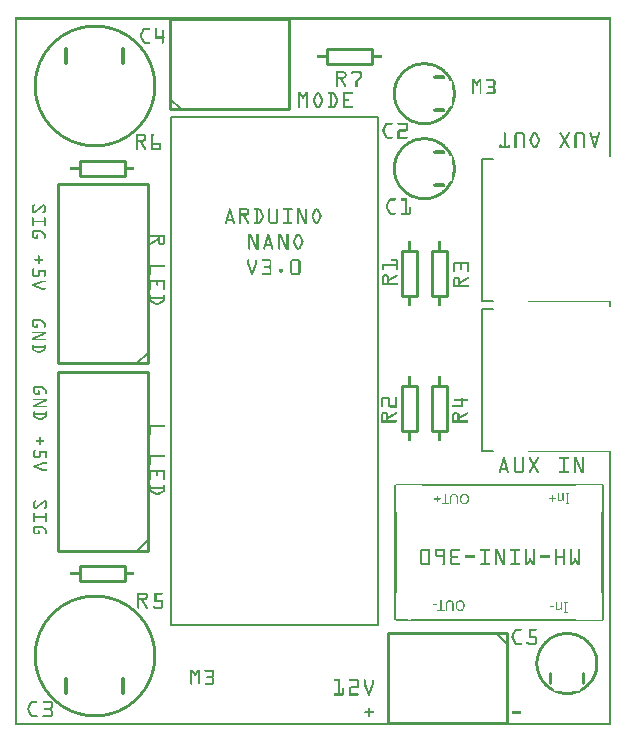
<source format=gto>
G04 MADE WITH FRITZING*
G04 WWW.FRITZING.ORG*
G04 DOUBLE SIDED*
G04 HOLES PLATED*
G04 CONTOUR ON CENTER OF CONTOUR VECTOR*
%ASAXBY*%
%FSLAX23Y23*%
%MOIN*%
%OFA0B0*%
%SFA1.0B1.0*%
%ADD10C,0.410000X0.39*%
%ADD11C,0.010000*%
%ADD12C,0.005000*%
%ADD13C,0.008000*%
%ADD14R,0.001000X0.001000*%
%LNSILK1*%
G90*
G70*
G54D10*
X266Y2131D03*
X266Y231D03*
G54D11*
X1639Y308D02*
X1242Y308D01*
D02*
X1242Y308D02*
X1242Y8D01*
D02*
X1242Y8D02*
X1639Y8D01*
D02*
X1639Y8D02*
X1639Y308D01*
G54D12*
D02*
X1604Y308D02*
X1639Y273D01*
G54D11*
D02*
X517Y2054D02*
X914Y2054D01*
D02*
X914Y2054D02*
X914Y2354D01*
D02*
X914Y2354D02*
X517Y2354D01*
D02*
X517Y2354D02*
X517Y2054D01*
G54D12*
D02*
X552Y2054D02*
X517Y2089D01*
G54D11*
D02*
X443Y582D02*
X443Y1179D01*
D02*
X443Y1179D02*
X143Y1179D01*
D02*
X143Y1179D02*
X143Y582D01*
D02*
X143Y582D02*
X443Y582D01*
G54D12*
D02*
X443Y617D02*
X408Y582D01*
G54D11*
D02*
X443Y1207D02*
X443Y1804D01*
D02*
X443Y1804D02*
X143Y1804D01*
D02*
X143Y1804D02*
X143Y1207D01*
D02*
X143Y1207D02*
X443Y1207D01*
G54D12*
D02*
X443Y1242D02*
X408Y1207D01*
G54D13*
D02*
X1555Y916D02*
X1555Y1389D01*
D02*
X1555Y916D02*
X1594Y916D01*
D02*
X1555Y1389D02*
X1594Y1389D01*
D02*
X1555Y1416D02*
X1555Y1889D01*
D02*
X1555Y1416D02*
X1594Y1416D01*
D02*
X1555Y1889D02*
X1594Y1889D01*
G54D11*
D02*
X1390Y980D02*
X1390Y1130D01*
D02*
X1390Y1130D02*
X1440Y1130D01*
D02*
X1440Y1130D02*
X1440Y980D01*
D02*
X1440Y980D02*
X1390Y980D01*
D02*
X1390Y1430D02*
X1390Y1580D01*
D02*
X1390Y1580D02*
X1440Y1580D01*
D02*
X1440Y1580D02*
X1440Y1430D01*
D02*
X1440Y1430D02*
X1390Y1430D01*
D02*
X1290Y980D02*
X1290Y1130D01*
D02*
X1290Y1130D02*
X1340Y1130D01*
D02*
X1340Y1130D02*
X1340Y980D01*
D02*
X1340Y980D02*
X1290Y980D01*
D02*
X1290Y1430D02*
X1290Y1580D01*
D02*
X1290Y1580D02*
X1340Y1580D01*
D02*
X1340Y1580D02*
X1340Y1430D01*
D02*
X1340Y1430D02*
X1290Y1430D01*
D02*
X1040Y2255D02*
X1190Y2255D01*
D02*
X1190Y2255D02*
X1190Y2205D01*
D02*
X1190Y2205D02*
X1040Y2205D01*
D02*
X1040Y2205D02*
X1040Y2255D01*
D02*
X366Y1831D02*
X216Y1831D01*
D02*
X216Y1831D02*
X216Y1881D01*
D02*
X216Y1881D02*
X366Y1881D01*
D02*
X366Y1881D02*
X366Y1831D01*
D02*
X366Y481D02*
X216Y481D01*
D02*
X216Y481D02*
X216Y531D01*
D02*
X216Y531D02*
X366Y531D01*
D02*
X366Y531D02*
X366Y481D01*
G54D13*
X519Y335D02*
X1211Y335D01*
X1211Y2027D01*
X519Y2027D01*
X519Y335D01*
D02*
G54D14*
X0Y2360D02*
X1986Y2360D01*
X0Y2359D02*
X1986Y2359D01*
X0Y2358D02*
X1986Y2358D01*
X0Y2357D02*
X1986Y2357D01*
X0Y2356D02*
X1986Y2356D01*
X0Y2355D02*
X1986Y2355D01*
X0Y2354D02*
X1986Y2354D01*
X0Y2353D02*
X1986Y2353D01*
X0Y2352D02*
X7Y2352D01*
X1979Y2352D02*
X1986Y2352D01*
X0Y2351D02*
X7Y2351D01*
X1979Y2351D02*
X1986Y2351D01*
X0Y2350D02*
X7Y2350D01*
X1979Y2350D02*
X1986Y2350D01*
X0Y2349D02*
X7Y2349D01*
X1979Y2349D02*
X1986Y2349D01*
X0Y2348D02*
X7Y2348D01*
X1979Y2348D02*
X1986Y2348D01*
X0Y2347D02*
X7Y2347D01*
X1979Y2347D02*
X1986Y2347D01*
X0Y2346D02*
X7Y2346D01*
X1979Y2346D02*
X1986Y2346D01*
X0Y2345D02*
X7Y2345D01*
X1979Y2345D02*
X1986Y2345D01*
X0Y2344D02*
X7Y2344D01*
X1979Y2344D02*
X1986Y2344D01*
X0Y2343D02*
X7Y2343D01*
X1979Y2343D02*
X1986Y2343D01*
X0Y2342D02*
X7Y2342D01*
X1979Y2342D02*
X1986Y2342D01*
X0Y2341D02*
X7Y2341D01*
X1979Y2341D02*
X1986Y2341D01*
X0Y2340D02*
X7Y2340D01*
X1979Y2340D02*
X1986Y2340D01*
X0Y2339D02*
X7Y2339D01*
X1979Y2339D02*
X1986Y2339D01*
X0Y2338D02*
X7Y2338D01*
X1979Y2338D02*
X1986Y2338D01*
X0Y2337D02*
X7Y2337D01*
X1979Y2337D02*
X1986Y2337D01*
X0Y2336D02*
X7Y2336D01*
X1979Y2336D02*
X1986Y2336D01*
X0Y2335D02*
X7Y2335D01*
X1979Y2335D02*
X1986Y2335D01*
X0Y2334D02*
X7Y2334D01*
X1979Y2334D02*
X1986Y2334D01*
X0Y2333D02*
X7Y2333D01*
X1979Y2333D02*
X1986Y2333D01*
X0Y2332D02*
X7Y2332D01*
X1979Y2332D02*
X1986Y2332D01*
X0Y2331D02*
X7Y2331D01*
X1979Y2331D02*
X1986Y2331D01*
X0Y2330D02*
X7Y2330D01*
X1979Y2330D02*
X1986Y2330D01*
X0Y2329D02*
X7Y2329D01*
X1979Y2329D02*
X1986Y2329D01*
X0Y2328D02*
X7Y2328D01*
X1979Y2328D02*
X1986Y2328D01*
X0Y2327D02*
X7Y2327D01*
X1979Y2327D02*
X1986Y2327D01*
X0Y2326D02*
X7Y2326D01*
X1979Y2326D02*
X1986Y2326D01*
X0Y2325D02*
X7Y2325D01*
X431Y2325D02*
X448Y2325D01*
X470Y2325D02*
X473Y2325D01*
X1979Y2325D02*
X1986Y2325D01*
X0Y2324D02*
X7Y2324D01*
X429Y2324D02*
X449Y2324D01*
X469Y2324D02*
X474Y2324D01*
X1979Y2324D02*
X1986Y2324D01*
X0Y2323D02*
X7Y2323D01*
X428Y2323D02*
X450Y2323D01*
X468Y2323D02*
X474Y2323D01*
X1979Y2323D02*
X1986Y2323D01*
X0Y2322D02*
X7Y2322D01*
X427Y2322D02*
X450Y2322D01*
X468Y2322D02*
X474Y2322D01*
X1979Y2322D02*
X1986Y2322D01*
X0Y2321D02*
X7Y2321D01*
X426Y2321D02*
X450Y2321D01*
X468Y2321D02*
X474Y2321D01*
X1979Y2321D02*
X1986Y2321D01*
X0Y2320D02*
X7Y2320D01*
X425Y2320D02*
X449Y2320D01*
X468Y2320D02*
X474Y2320D01*
X1979Y2320D02*
X1986Y2320D01*
X0Y2319D02*
X7Y2319D01*
X425Y2319D02*
X448Y2319D01*
X468Y2319D02*
X474Y2319D01*
X491Y2319D02*
X493Y2319D01*
X1979Y2319D02*
X1986Y2319D01*
X0Y2318D02*
X7Y2318D01*
X424Y2318D02*
X432Y2318D01*
X468Y2318D02*
X474Y2318D01*
X490Y2318D02*
X494Y2318D01*
X1979Y2318D02*
X1986Y2318D01*
X0Y2317D02*
X7Y2317D01*
X424Y2317D02*
X431Y2317D01*
X468Y2317D02*
X474Y2317D01*
X489Y2317D02*
X495Y2317D01*
X1979Y2317D02*
X1986Y2317D01*
X0Y2316D02*
X7Y2316D01*
X423Y2316D02*
X430Y2316D01*
X468Y2316D02*
X474Y2316D01*
X489Y2316D02*
X495Y2316D01*
X1979Y2316D02*
X1986Y2316D01*
X0Y2315D02*
X7Y2315D01*
X423Y2315D02*
X430Y2315D01*
X468Y2315D02*
X474Y2315D01*
X489Y2315D02*
X495Y2315D01*
X1979Y2315D02*
X1986Y2315D01*
X0Y2314D02*
X7Y2314D01*
X422Y2314D02*
X429Y2314D01*
X468Y2314D02*
X474Y2314D01*
X489Y2314D02*
X495Y2314D01*
X1979Y2314D02*
X1986Y2314D01*
X0Y2313D02*
X7Y2313D01*
X422Y2313D02*
X429Y2313D01*
X468Y2313D02*
X474Y2313D01*
X489Y2313D02*
X495Y2313D01*
X1979Y2313D02*
X1986Y2313D01*
X0Y2312D02*
X7Y2312D01*
X421Y2312D02*
X428Y2312D01*
X468Y2312D02*
X474Y2312D01*
X489Y2312D02*
X495Y2312D01*
X1979Y2312D02*
X1986Y2312D01*
X0Y2311D02*
X7Y2311D01*
X421Y2311D02*
X428Y2311D01*
X468Y2311D02*
X474Y2311D01*
X489Y2311D02*
X495Y2311D01*
X1979Y2311D02*
X1986Y2311D01*
X0Y2310D02*
X7Y2310D01*
X420Y2310D02*
X427Y2310D01*
X468Y2310D02*
X474Y2310D01*
X489Y2310D02*
X495Y2310D01*
X1979Y2310D02*
X1986Y2310D01*
X0Y2309D02*
X7Y2309D01*
X420Y2309D02*
X427Y2309D01*
X468Y2309D02*
X474Y2309D01*
X489Y2309D02*
X495Y2309D01*
X1979Y2309D02*
X1986Y2309D01*
X0Y2308D02*
X7Y2308D01*
X419Y2308D02*
X426Y2308D01*
X468Y2308D02*
X474Y2308D01*
X489Y2308D02*
X495Y2308D01*
X1979Y2308D02*
X1986Y2308D01*
X0Y2307D02*
X7Y2307D01*
X419Y2307D02*
X426Y2307D01*
X468Y2307D02*
X474Y2307D01*
X489Y2307D02*
X495Y2307D01*
X1979Y2307D02*
X1986Y2307D01*
X0Y2306D02*
X7Y2306D01*
X418Y2306D02*
X425Y2306D01*
X468Y2306D02*
X474Y2306D01*
X489Y2306D02*
X495Y2306D01*
X1979Y2306D02*
X1986Y2306D01*
X0Y2305D02*
X7Y2305D01*
X418Y2305D02*
X425Y2305D01*
X468Y2305D02*
X474Y2305D01*
X489Y2305D02*
X495Y2305D01*
X1979Y2305D02*
X1986Y2305D01*
X0Y2304D02*
X7Y2304D01*
X418Y2304D02*
X424Y2304D01*
X468Y2304D02*
X474Y2304D01*
X489Y2304D02*
X495Y2304D01*
X1979Y2304D02*
X1986Y2304D01*
X0Y2303D02*
X7Y2303D01*
X417Y2303D02*
X424Y2303D01*
X468Y2303D02*
X474Y2303D01*
X489Y2303D02*
X495Y2303D01*
X1979Y2303D02*
X1986Y2303D01*
X0Y2302D02*
X7Y2302D01*
X417Y2302D02*
X423Y2302D01*
X468Y2302D02*
X474Y2302D01*
X489Y2302D02*
X495Y2302D01*
X1979Y2302D02*
X1986Y2302D01*
X0Y2301D02*
X7Y2301D01*
X417Y2301D02*
X423Y2301D01*
X468Y2301D02*
X474Y2301D01*
X489Y2301D02*
X495Y2301D01*
X1979Y2301D02*
X1986Y2301D01*
X0Y2300D02*
X7Y2300D01*
X417Y2300D02*
X423Y2300D01*
X468Y2300D02*
X474Y2300D01*
X489Y2300D02*
X495Y2300D01*
X1979Y2300D02*
X1986Y2300D01*
X0Y2299D02*
X7Y2299D01*
X417Y2299D02*
X423Y2299D01*
X468Y2299D02*
X474Y2299D01*
X489Y2299D02*
X495Y2299D01*
X1979Y2299D02*
X1986Y2299D01*
X0Y2298D02*
X7Y2298D01*
X417Y2298D02*
X423Y2298D01*
X468Y2298D02*
X474Y2298D01*
X489Y2298D02*
X495Y2298D01*
X1979Y2298D02*
X1986Y2298D01*
X0Y2297D02*
X7Y2297D01*
X417Y2297D02*
X423Y2297D01*
X468Y2297D02*
X474Y2297D01*
X489Y2297D02*
X495Y2297D01*
X1979Y2297D02*
X1986Y2297D01*
X0Y2296D02*
X7Y2296D01*
X417Y2296D02*
X423Y2296D01*
X468Y2296D02*
X495Y2296D01*
X1979Y2296D02*
X1986Y2296D01*
X0Y2295D02*
X7Y2295D01*
X417Y2295D02*
X423Y2295D01*
X468Y2295D02*
X497Y2295D01*
X1979Y2295D02*
X1986Y2295D01*
X0Y2294D02*
X7Y2294D01*
X417Y2294D02*
X424Y2294D01*
X468Y2294D02*
X498Y2294D01*
X1979Y2294D02*
X1986Y2294D01*
X0Y2293D02*
X7Y2293D01*
X418Y2293D02*
X424Y2293D01*
X468Y2293D02*
X498Y2293D01*
X1979Y2293D02*
X1986Y2293D01*
X0Y2292D02*
X7Y2292D01*
X418Y2292D02*
X425Y2292D01*
X468Y2292D02*
X498Y2292D01*
X1979Y2292D02*
X1986Y2292D01*
X0Y2291D02*
X7Y2291D01*
X418Y2291D02*
X425Y2291D01*
X468Y2291D02*
X498Y2291D01*
X1979Y2291D02*
X1986Y2291D01*
X0Y2290D02*
X7Y2290D01*
X419Y2290D02*
X426Y2290D01*
X468Y2290D02*
X497Y2290D01*
X1979Y2290D02*
X1986Y2290D01*
X0Y2289D02*
X7Y2289D01*
X419Y2289D02*
X426Y2289D01*
X489Y2289D02*
X495Y2289D01*
X1979Y2289D02*
X1986Y2289D01*
X0Y2288D02*
X7Y2288D01*
X420Y2288D02*
X427Y2288D01*
X489Y2288D02*
X495Y2288D01*
X1979Y2288D02*
X1986Y2288D01*
X0Y2287D02*
X7Y2287D01*
X420Y2287D02*
X427Y2287D01*
X489Y2287D02*
X495Y2287D01*
X1979Y2287D02*
X1986Y2287D01*
X0Y2286D02*
X7Y2286D01*
X421Y2286D02*
X428Y2286D01*
X489Y2286D02*
X495Y2286D01*
X1979Y2286D02*
X1986Y2286D01*
X0Y2285D02*
X7Y2285D01*
X421Y2285D02*
X428Y2285D01*
X489Y2285D02*
X495Y2285D01*
X1979Y2285D02*
X1986Y2285D01*
X0Y2284D02*
X7Y2284D01*
X422Y2284D02*
X429Y2284D01*
X489Y2284D02*
X495Y2284D01*
X1979Y2284D02*
X1986Y2284D01*
X0Y2283D02*
X7Y2283D01*
X422Y2283D02*
X429Y2283D01*
X489Y2283D02*
X495Y2283D01*
X1979Y2283D02*
X1986Y2283D01*
X0Y2282D02*
X7Y2282D01*
X423Y2282D02*
X430Y2282D01*
X489Y2282D02*
X495Y2282D01*
X1979Y2282D02*
X1986Y2282D01*
X0Y2281D02*
X7Y2281D01*
X423Y2281D02*
X430Y2281D01*
X489Y2281D02*
X495Y2281D01*
X1979Y2281D02*
X1986Y2281D01*
X0Y2280D02*
X7Y2280D01*
X424Y2280D02*
X431Y2280D01*
X489Y2280D02*
X495Y2280D01*
X1979Y2280D02*
X1986Y2280D01*
X0Y2279D02*
X7Y2279D01*
X424Y2279D02*
X432Y2279D01*
X489Y2279D02*
X495Y2279D01*
X1979Y2279D02*
X1986Y2279D01*
X0Y2278D02*
X7Y2278D01*
X425Y2278D02*
X448Y2278D01*
X489Y2278D02*
X495Y2278D01*
X1979Y2278D02*
X1986Y2278D01*
X0Y2277D02*
X7Y2277D01*
X425Y2277D02*
X449Y2277D01*
X489Y2277D02*
X495Y2277D01*
X1979Y2277D02*
X1986Y2277D01*
X0Y2276D02*
X7Y2276D01*
X426Y2276D02*
X450Y2276D01*
X489Y2276D02*
X495Y2276D01*
X1979Y2276D02*
X1986Y2276D01*
X0Y2275D02*
X7Y2275D01*
X427Y2275D02*
X450Y2275D01*
X489Y2275D02*
X495Y2275D01*
X1979Y2275D02*
X1986Y2275D01*
X0Y2274D02*
X7Y2274D01*
X428Y2274D02*
X450Y2274D01*
X489Y2274D02*
X495Y2274D01*
X1979Y2274D02*
X1986Y2274D01*
X0Y2273D02*
X7Y2273D01*
X429Y2273D02*
X450Y2273D01*
X490Y2273D02*
X494Y2273D01*
X1979Y2273D02*
X1986Y2273D01*
X0Y2272D02*
X7Y2272D01*
X431Y2272D02*
X449Y2272D01*
X491Y2272D02*
X493Y2272D01*
X1979Y2272D02*
X1986Y2272D01*
X0Y2271D02*
X7Y2271D01*
X1979Y2271D02*
X1986Y2271D01*
X0Y2270D02*
X7Y2270D01*
X1979Y2270D02*
X1986Y2270D01*
X0Y2269D02*
X7Y2269D01*
X1979Y2269D02*
X1986Y2269D01*
X0Y2268D02*
X7Y2268D01*
X1979Y2268D02*
X1986Y2268D01*
X0Y2267D02*
X7Y2267D01*
X1979Y2267D02*
X1986Y2267D01*
X0Y2266D02*
X7Y2266D01*
X1979Y2266D02*
X1986Y2266D01*
X0Y2265D02*
X7Y2265D01*
X1979Y2265D02*
X1986Y2265D01*
X0Y2264D02*
X7Y2264D01*
X1979Y2264D02*
X1986Y2264D01*
X0Y2263D02*
X7Y2263D01*
X1979Y2263D02*
X1986Y2263D01*
X0Y2262D02*
X7Y2262D01*
X1979Y2262D02*
X1986Y2262D01*
X0Y2261D02*
X7Y2261D01*
X168Y2261D02*
X172Y2261D01*
X358Y2261D02*
X362Y2261D01*
X1979Y2261D02*
X1986Y2261D01*
X0Y2260D02*
X7Y2260D01*
X166Y2260D02*
X174Y2260D01*
X356Y2260D02*
X364Y2260D01*
X1979Y2260D02*
X1986Y2260D01*
X0Y2259D02*
X7Y2259D01*
X166Y2259D02*
X174Y2259D01*
X356Y2259D02*
X364Y2259D01*
X1979Y2259D02*
X1986Y2259D01*
X0Y2258D02*
X7Y2258D01*
X165Y2258D02*
X175Y2258D01*
X355Y2258D02*
X365Y2258D01*
X1979Y2258D02*
X1986Y2258D01*
X0Y2257D02*
X7Y2257D01*
X165Y2257D02*
X175Y2257D01*
X355Y2257D02*
X365Y2257D01*
X1979Y2257D02*
X1986Y2257D01*
X0Y2256D02*
X7Y2256D01*
X165Y2256D02*
X175Y2256D01*
X355Y2256D02*
X365Y2256D01*
X1979Y2256D02*
X1986Y2256D01*
X0Y2255D02*
X7Y2255D01*
X165Y2255D02*
X175Y2255D01*
X355Y2255D02*
X365Y2255D01*
X1979Y2255D02*
X1986Y2255D01*
X0Y2254D02*
X7Y2254D01*
X165Y2254D02*
X175Y2254D01*
X355Y2254D02*
X365Y2254D01*
X1979Y2254D02*
X1986Y2254D01*
X0Y2253D02*
X7Y2253D01*
X165Y2253D02*
X175Y2253D01*
X355Y2253D02*
X365Y2253D01*
X1979Y2253D02*
X1986Y2253D01*
X0Y2252D02*
X7Y2252D01*
X165Y2252D02*
X175Y2252D01*
X355Y2252D02*
X365Y2252D01*
X1979Y2252D02*
X1986Y2252D01*
X0Y2251D02*
X7Y2251D01*
X165Y2251D02*
X175Y2251D01*
X355Y2251D02*
X365Y2251D01*
X1979Y2251D02*
X1986Y2251D01*
X0Y2250D02*
X7Y2250D01*
X165Y2250D02*
X175Y2250D01*
X355Y2250D02*
X365Y2250D01*
X1979Y2250D02*
X1986Y2250D01*
X0Y2249D02*
X7Y2249D01*
X165Y2249D02*
X175Y2249D01*
X355Y2249D02*
X365Y2249D01*
X1979Y2249D02*
X1986Y2249D01*
X0Y2248D02*
X7Y2248D01*
X165Y2248D02*
X175Y2248D01*
X355Y2248D02*
X365Y2248D01*
X1979Y2248D02*
X1986Y2248D01*
X0Y2247D02*
X7Y2247D01*
X165Y2247D02*
X175Y2247D01*
X355Y2247D02*
X365Y2247D01*
X1979Y2247D02*
X1986Y2247D01*
X0Y2246D02*
X7Y2246D01*
X165Y2246D02*
X175Y2246D01*
X355Y2246D02*
X365Y2246D01*
X1979Y2246D02*
X1986Y2246D01*
X0Y2245D02*
X7Y2245D01*
X165Y2245D02*
X175Y2245D01*
X355Y2245D02*
X365Y2245D01*
X1979Y2245D02*
X1986Y2245D01*
X0Y2244D02*
X7Y2244D01*
X165Y2244D02*
X175Y2244D01*
X355Y2244D02*
X365Y2244D01*
X1979Y2244D02*
X1986Y2244D01*
X0Y2243D02*
X7Y2243D01*
X165Y2243D02*
X175Y2243D01*
X355Y2243D02*
X365Y2243D01*
X1979Y2243D02*
X1986Y2243D01*
X0Y2242D02*
X7Y2242D01*
X165Y2242D02*
X175Y2242D01*
X355Y2242D02*
X365Y2242D01*
X1979Y2242D02*
X1986Y2242D01*
X0Y2241D02*
X7Y2241D01*
X165Y2241D02*
X175Y2241D01*
X355Y2241D02*
X365Y2241D01*
X1979Y2241D02*
X1986Y2241D01*
X0Y2240D02*
X7Y2240D01*
X165Y2240D02*
X175Y2240D01*
X355Y2240D02*
X365Y2240D01*
X1979Y2240D02*
X1986Y2240D01*
X0Y2239D02*
X7Y2239D01*
X165Y2239D02*
X175Y2239D01*
X355Y2239D02*
X365Y2239D01*
X1979Y2239D02*
X1986Y2239D01*
X0Y2238D02*
X7Y2238D01*
X165Y2238D02*
X175Y2238D01*
X355Y2238D02*
X365Y2238D01*
X1979Y2238D02*
X1986Y2238D01*
X0Y2237D02*
X7Y2237D01*
X165Y2237D02*
X175Y2237D01*
X355Y2237D02*
X365Y2237D01*
X1979Y2237D02*
X1986Y2237D01*
X0Y2236D02*
X7Y2236D01*
X165Y2236D02*
X175Y2236D01*
X355Y2236D02*
X365Y2236D01*
X1979Y2236D02*
X1986Y2236D01*
X0Y2235D02*
X7Y2235D01*
X165Y2235D02*
X175Y2235D01*
X355Y2235D02*
X365Y2235D01*
X1008Y2235D02*
X1039Y2235D01*
X1190Y2235D02*
X1222Y2235D01*
X1979Y2235D02*
X1986Y2235D01*
X0Y2234D02*
X7Y2234D01*
X165Y2234D02*
X175Y2234D01*
X355Y2234D02*
X365Y2234D01*
X1008Y2234D02*
X1039Y2234D01*
X1190Y2234D02*
X1222Y2234D01*
X1979Y2234D02*
X1986Y2234D01*
X0Y2233D02*
X7Y2233D01*
X165Y2233D02*
X175Y2233D01*
X355Y2233D02*
X365Y2233D01*
X1008Y2233D02*
X1039Y2233D01*
X1190Y2233D02*
X1222Y2233D01*
X1979Y2233D02*
X1986Y2233D01*
X0Y2232D02*
X7Y2232D01*
X165Y2232D02*
X175Y2232D01*
X355Y2232D02*
X365Y2232D01*
X1008Y2232D02*
X1039Y2232D01*
X1190Y2232D02*
X1222Y2232D01*
X1979Y2232D02*
X1986Y2232D01*
X0Y2231D02*
X7Y2231D01*
X165Y2231D02*
X175Y2231D01*
X355Y2231D02*
X365Y2231D01*
X1008Y2231D02*
X1039Y2231D01*
X1190Y2231D02*
X1222Y2231D01*
X1979Y2231D02*
X1986Y2231D01*
X0Y2230D02*
X7Y2230D01*
X165Y2230D02*
X175Y2230D01*
X355Y2230D02*
X365Y2230D01*
X1008Y2230D02*
X1039Y2230D01*
X1190Y2230D02*
X1222Y2230D01*
X1979Y2230D02*
X1986Y2230D01*
X0Y2229D02*
X7Y2229D01*
X165Y2229D02*
X175Y2229D01*
X355Y2229D02*
X365Y2229D01*
X1008Y2229D02*
X1039Y2229D01*
X1190Y2229D02*
X1222Y2229D01*
X1979Y2229D02*
X1986Y2229D01*
X0Y2228D02*
X7Y2228D01*
X165Y2228D02*
X175Y2228D01*
X355Y2228D02*
X365Y2228D01*
X1008Y2228D02*
X1039Y2228D01*
X1190Y2228D02*
X1222Y2228D01*
X1979Y2228D02*
X1986Y2228D01*
X0Y2227D02*
X7Y2227D01*
X165Y2227D02*
X175Y2227D01*
X355Y2227D02*
X365Y2227D01*
X1008Y2227D02*
X1039Y2227D01*
X1190Y2227D02*
X1222Y2227D01*
X1979Y2227D02*
X1986Y2227D01*
X0Y2226D02*
X7Y2226D01*
X165Y2226D02*
X175Y2226D01*
X355Y2226D02*
X365Y2226D01*
X1007Y2226D02*
X1039Y2226D01*
X1190Y2226D02*
X1222Y2226D01*
X1979Y2226D02*
X1986Y2226D01*
X0Y2225D02*
X7Y2225D01*
X165Y2225D02*
X175Y2225D01*
X355Y2225D02*
X365Y2225D01*
X1979Y2225D02*
X1986Y2225D01*
X0Y2224D02*
X7Y2224D01*
X165Y2224D02*
X175Y2224D01*
X355Y2224D02*
X365Y2224D01*
X1979Y2224D02*
X1986Y2224D01*
X0Y2223D02*
X7Y2223D01*
X165Y2223D02*
X175Y2223D01*
X355Y2223D02*
X365Y2223D01*
X1979Y2223D02*
X1986Y2223D01*
X0Y2222D02*
X7Y2222D01*
X165Y2222D02*
X175Y2222D01*
X355Y2222D02*
X365Y2222D01*
X1979Y2222D02*
X1986Y2222D01*
X0Y2221D02*
X7Y2221D01*
X165Y2221D02*
X175Y2221D01*
X355Y2221D02*
X365Y2221D01*
X1979Y2221D02*
X1986Y2221D01*
X0Y2220D02*
X7Y2220D01*
X165Y2220D02*
X175Y2220D01*
X355Y2220D02*
X365Y2220D01*
X1979Y2220D02*
X1986Y2220D01*
X0Y2219D02*
X7Y2219D01*
X165Y2219D02*
X175Y2219D01*
X355Y2219D02*
X365Y2219D01*
X1979Y2219D02*
X1986Y2219D01*
X0Y2218D02*
X7Y2218D01*
X165Y2218D02*
X175Y2218D01*
X355Y2218D02*
X365Y2218D01*
X1979Y2218D02*
X1986Y2218D01*
X0Y2217D02*
X7Y2217D01*
X165Y2217D02*
X175Y2217D01*
X355Y2217D02*
X365Y2217D01*
X1979Y2217D02*
X1986Y2217D01*
X0Y2216D02*
X7Y2216D01*
X165Y2216D02*
X175Y2216D01*
X355Y2216D02*
X365Y2216D01*
X1979Y2216D02*
X1986Y2216D01*
X0Y2215D02*
X7Y2215D01*
X165Y2215D02*
X175Y2215D01*
X355Y2215D02*
X365Y2215D01*
X1979Y2215D02*
X1986Y2215D01*
X0Y2214D02*
X7Y2214D01*
X165Y2214D02*
X175Y2214D01*
X355Y2214D02*
X365Y2214D01*
X1979Y2214D02*
X1986Y2214D01*
X0Y2213D02*
X7Y2213D01*
X165Y2213D02*
X175Y2213D01*
X355Y2213D02*
X365Y2213D01*
X1979Y2213D02*
X1986Y2213D01*
X0Y2212D02*
X7Y2212D01*
X165Y2212D02*
X175Y2212D01*
X355Y2212D02*
X365Y2212D01*
X1979Y2212D02*
X1986Y2212D01*
X0Y2211D02*
X7Y2211D01*
X165Y2211D02*
X175Y2211D01*
X355Y2211D02*
X365Y2211D01*
X1979Y2211D02*
X1986Y2211D01*
X0Y2210D02*
X7Y2210D01*
X165Y2210D02*
X175Y2210D01*
X355Y2210D02*
X365Y2210D01*
X1353Y2210D02*
X1375Y2210D01*
X1979Y2210D02*
X1986Y2210D01*
X0Y2209D02*
X7Y2209D01*
X165Y2209D02*
X175Y2209D01*
X355Y2209D02*
X365Y2209D01*
X1346Y2209D02*
X1382Y2209D01*
X1979Y2209D02*
X1986Y2209D01*
X0Y2208D02*
X7Y2208D01*
X165Y2208D02*
X175Y2208D01*
X355Y2208D02*
X365Y2208D01*
X1341Y2208D02*
X1386Y2208D01*
X1979Y2208D02*
X1986Y2208D01*
X0Y2207D02*
X7Y2207D01*
X165Y2207D02*
X175Y2207D01*
X355Y2207D02*
X365Y2207D01*
X1337Y2207D02*
X1390Y2207D01*
X1979Y2207D02*
X1986Y2207D01*
X0Y2206D02*
X7Y2206D01*
X165Y2206D02*
X175Y2206D01*
X355Y2206D02*
X365Y2206D01*
X1334Y2206D02*
X1394Y2206D01*
X1979Y2206D02*
X1986Y2206D01*
X0Y2205D02*
X7Y2205D01*
X165Y2205D02*
X175Y2205D01*
X355Y2205D02*
X365Y2205D01*
X1331Y2205D02*
X1397Y2205D01*
X1979Y2205D02*
X1986Y2205D01*
X0Y2204D02*
X7Y2204D01*
X165Y2204D02*
X175Y2204D01*
X355Y2204D02*
X365Y2204D01*
X1328Y2204D02*
X1400Y2204D01*
X1979Y2204D02*
X1986Y2204D01*
X0Y2203D02*
X7Y2203D01*
X166Y2203D02*
X174Y2203D01*
X356Y2203D02*
X364Y2203D01*
X1325Y2203D02*
X1402Y2203D01*
X1979Y2203D02*
X1986Y2203D01*
X0Y2202D02*
X7Y2202D01*
X167Y2202D02*
X173Y2202D01*
X357Y2202D02*
X363Y2202D01*
X1323Y2202D02*
X1405Y2202D01*
X1979Y2202D02*
X1986Y2202D01*
X0Y2201D02*
X7Y2201D01*
X169Y2201D02*
X171Y2201D01*
X359Y2201D02*
X361Y2201D01*
X1321Y2201D02*
X1407Y2201D01*
X1979Y2201D02*
X1986Y2201D01*
X0Y2200D02*
X7Y2200D01*
X1319Y2200D02*
X1352Y2200D01*
X1375Y2200D02*
X1409Y2200D01*
X1979Y2200D02*
X1986Y2200D01*
X0Y2199D02*
X7Y2199D01*
X1317Y2199D02*
X1346Y2199D01*
X1382Y2199D02*
X1411Y2199D01*
X1979Y2199D02*
X1986Y2199D01*
X0Y2198D02*
X7Y2198D01*
X1315Y2198D02*
X1341Y2198D01*
X1387Y2198D02*
X1413Y2198D01*
X1979Y2198D02*
X1986Y2198D01*
X0Y2197D02*
X7Y2197D01*
X1313Y2197D02*
X1337Y2197D01*
X1391Y2197D02*
X1415Y2197D01*
X1979Y2197D02*
X1986Y2197D01*
X0Y2196D02*
X7Y2196D01*
X1311Y2196D02*
X1334Y2196D01*
X1394Y2196D02*
X1416Y2196D01*
X1979Y2196D02*
X1986Y2196D01*
X0Y2195D02*
X7Y2195D01*
X1310Y2195D02*
X1331Y2195D01*
X1397Y2195D02*
X1418Y2195D01*
X1979Y2195D02*
X1986Y2195D01*
X0Y2194D02*
X7Y2194D01*
X1308Y2194D02*
X1328Y2194D01*
X1399Y2194D02*
X1420Y2194D01*
X1979Y2194D02*
X1986Y2194D01*
X0Y2193D02*
X7Y2193D01*
X1306Y2193D02*
X1326Y2193D01*
X1402Y2193D02*
X1421Y2193D01*
X1979Y2193D02*
X1986Y2193D01*
X0Y2192D02*
X7Y2192D01*
X1305Y2192D02*
X1324Y2192D01*
X1404Y2192D02*
X1423Y2192D01*
X1979Y2192D02*
X1986Y2192D01*
X0Y2191D02*
X7Y2191D01*
X1303Y2191D02*
X1322Y2191D01*
X1406Y2191D02*
X1424Y2191D01*
X1979Y2191D02*
X1986Y2191D01*
X0Y2190D02*
X7Y2190D01*
X1302Y2190D02*
X1320Y2190D01*
X1408Y2190D02*
X1426Y2190D01*
X1979Y2190D02*
X1986Y2190D01*
X0Y2189D02*
X7Y2189D01*
X1301Y2189D02*
X1318Y2189D01*
X1410Y2189D02*
X1427Y2189D01*
X1979Y2189D02*
X1986Y2189D01*
X0Y2188D02*
X7Y2188D01*
X1299Y2188D02*
X1316Y2188D01*
X1412Y2188D02*
X1428Y2188D01*
X1979Y2188D02*
X1986Y2188D01*
X0Y2187D02*
X7Y2187D01*
X1298Y2187D02*
X1314Y2187D01*
X1413Y2187D02*
X1430Y2187D01*
X1979Y2187D02*
X1986Y2187D01*
X0Y2186D02*
X7Y2186D01*
X1297Y2186D02*
X1313Y2186D01*
X1415Y2186D02*
X1431Y2186D01*
X1979Y2186D02*
X1986Y2186D01*
X0Y2185D02*
X7Y2185D01*
X1296Y2185D02*
X1311Y2185D01*
X1417Y2185D02*
X1432Y2185D01*
X1979Y2185D02*
X1986Y2185D01*
X0Y2184D02*
X7Y2184D01*
X1295Y2184D02*
X1310Y2184D01*
X1418Y2184D02*
X1433Y2184D01*
X1979Y2184D02*
X1986Y2184D01*
X0Y2183D02*
X7Y2183D01*
X1294Y2183D02*
X1308Y2183D01*
X1419Y2183D02*
X1434Y2183D01*
X1979Y2183D02*
X1986Y2183D01*
X0Y2182D02*
X7Y2182D01*
X1292Y2182D02*
X1307Y2182D01*
X1421Y2182D02*
X1435Y2182D01*
X1979Y2182D02*
X1986Y2182D01*
X0Y2181D02*
X7Y2181D01*
X1291Y2181D02*
X1306Y2181D01*
X1422Y2181D02*
X1436Y2181D01*
X1979Y2181D02*
X1986Y2181D01*
X0Y2180D02*
X7Y2180D01*
X1071Y2180D02*
X1095Y2180D01*
X1124Y2180D02*
X1154Y2180D01*
X1290Y2180D02*
X1304Y2180D01*
X1423Y2180D02*
X1437Y2180D01*
X1979Y2180D02*
X1986Y2180D01*
X0Y2179D02*
X7Y2179D01*
X1071Y2179D02*
X1099Y2179D01*
X1122Y2179D02*
X1155Y2179D01*
X1289Y2179D02*
X1303Y2179D01*
X1425Y2179D02*
X1438Y2179D01*
X1979Y2179D02*
X1986Y2179D01*
X0Y2178D02*
X7Y2178D01*
X1071Y2178D02*
X1100Y2178D01*
X1121Y2178D02*
X1155Y2178D01*
X1288Y2178D02*
X1302Y2178D01*
X1426Y2178D02*
X1439Y2178D01*
X1979Y2178D02*
X1986Y2178D01*
X0Y2177D02*
X7Y2177D01*
X1071Y2177D02*
X1101Y2177D01*
X1121Y2177D02*
X1155Y2177D01*
X1287Y2177D02*
X1301Y2177D01*
X1427Y2177D02*
X1440Y2177D01*
X1979Y2177D02*
X1986Y2177D01*
X0Y2176D02*
X7Y2176D01*
X1071Y2176D02*
X1102Y2176D01*
X1121Y2176D02*
X1155Y2176D01*
X1287Y2176D02*
X1300Y2176D01*
X1428Y2176D02*
X1441Y2176D01*
X1979Y2176D02*
X1986Y2176D01*
X0Y2175D02*
X7Y2175D01*
X1071Y2175D02*
X1103Y2175D01*
X1121Y2175D02*
X1155Y2175D01*
X1286Y2175D02*
X1299Y2175D01*
X1429Y2175D02*
X1442Y2175D01*
X1979Y2175D02*
X1986Y2175D01*
X0Y2174D02*
X7Y2174D01*
X1071Y2174D02*
X1104Y2174D01*
X1121Y2174D02*
X1155Y2174D01*
X1285Y2174D02*
X1297Y2174D01*
X1430Y2174D02*
X1443Y2174D01*
X1979Y2174D02*
X1986Y2174D01*
X0Y2173D02*
X7Y2173D01*
X1071Y2173D02*
X1077Y2173D01*
X1096Y2173D02*
X1104Y2173D01*
X1121Y2173D02*
X1127Y2173D01*
X1148Y2173D02*
X1155Y2173D01*
X1284Y2173D02*
X1296Y2173D01*
X1431Y2173D02*
X1444Y2173D01*
X1979Y2173D02*
X1986Y2173D01*
X0Y2172D02*
X7Y2172D01*
X1071Y2172D02*
X1077Y2172D01*
X1098Y2172D02*
X1104Y2172D01*
X1121Y2172D02*
X1127Y2172D01*
X1149Y2172D02*
X1155Y2172D01*
X1283Y2172D02*
X1295Y2172D01*
X1432Y2172D02*
X1445Y2172D01*
X1979Y2172D02*
X1986Y2172D01*
X0Y2171D02*
X7Y2171D01*
X1071Y2171D02*
X1077Y2171D01*
X1098Y2171D02*
X1104Y2171D01*
X1122Y2171D02*
X1126Y2171D01*
X1149Y2171D02*
X1155Y2171D01*
X1282Y2171D02*
X1295Y2171D01*
X1433Y2171D02*
X1445Y2171D01*
X1979Y2171D02*
X1986Y2171D01*
X0Y2170D02*
X7Y2170D01*
X1071Y2170D02*
X1077Y2170D01*
X1099Y2170D02*
X1105Y2170D01*
X1149Y2170D02*
X1155Y2170D01*
X1282Y2170D02*
X1294Y2170D01*
X1434Y2170D02*
X1446Y2170D01*
X1979Y2170D02*
X1986Y2170D01*
X0Y2169D02*
X7Y2169D01*
X1071Y2169D02*
X1077Y2169D01*
X1099Y2169D02*
X1105Y2169D01*
X1149Y2169D02*
X1155Y2169D01*
X1281Y2169D02*
X1293Y2169D01*
X1435Y2169D02*
X1447Y2169D01*
X1979Y2169D02*
X1986Y2169D01*
X0Y2168D02*
X7Y2168D01*
X1071Y2168D02*
X1077Y2168D01*
X1099Y2168D02*
X1105Y2168D01*
X1149Y2168D02*
X1155Y2168D01*
X1280Y2168D02*
X1292Y2168D01*
X1436Y2168D02*
X1448Y2168D01*
X1979Y2168D02*
X1986Y2168D01*
X0Y2167D02*
X7Y2167D01*
X1071Y2167D02*
X1077Y2167D01*
X1099Y2167D02*
X1105Y2167D01*
X1149Y2167D02*
X1155Y2167D01*
X1279Y2167D02*
X1291Y2167D01*
X1437Y2167D02*
X1448Y2167D01*
X1979Y2167D02*
X1986Y2167D01*
X0Y2166D02*
X7Y2166D01*
X1071Y2166D02*
X1077Y2166D01*
X1099Y2166D02*
X1105Y2166D01*
X1149Y2166D02*
X1155Y2166D01*
X1279Y2166D02*
X1290Y2166D01*
X1399Y2166D02*
X1429Y2166D01*
X1438Y2166D02*
X1449Y2166D01*
X1979Y2166D02*
X1986Y2166D01*
X0Y2165D02*
X7Y2165D01*
X1071Y2165D02*
X1077Y2165D01*
X1098Y2165D02*
X1105Y2165D01*
X1149Y2165D02*
X1155Y2165D01*
X1278Y2165D02*
X1289Y2165D01*
X1396Y2165D02*
X1432Y2165D01*
X1438Y2165D02*
X1450Y2165D01*
X1979Y2165D02*
X1986Y2165D01*
X0Y2164D02*
X7Y2164D01*
X1071Y2164D02*
X1077Y2164D01*
X1098Y2164D02*
X1104Y2164D01*
X1149Y2164D02*
X1155Y2164D01*
X1277Y2164D02*
X1288Y2164D01*
X1395Y2164D02*
X1433Y2164D01*
X1439Y2164D02*
X1451Y2164D01*
X1979Y2164D02*
X1986Y2164D01*
X0Y2163D02*
X7Y2163D01*
X1071Y2163D02*
X1077Y2163D01*
X1097Y2163D02*
X1104Y2163D01*
X1149Y2163D02*
X1155Y2163D01*
X1277Y2163D02*
X1288Y2163D01*
X1394Y2163D02*
X1433Y2163D01*
X1440Y2163D02*
X1451Y2163D01*
X1979Y2163D02*
X1986Y2163D01*
X0Y2162D02*
X7Y2162D01*
X1071Y2162D02*
X1104Y2162D01*
X1149Y2162D02*
X1155Y2162D01*
X1276Y2162D02*
X1287Y2162D01*
X1394Y2162D02*
X1434Y2162D01*
X1441Y2162D02*
X1452Y2162D01*
X1979Y2162D02*
X1986Y2162D01*
X0Y2161D02*
X7Y2161D01*
X1071Y2161D02*
X1103Y2161D01*
X1149Y2161D02*
X1155Y2161D01*
X1275Y2161D02*
X1286Y2161D01*
X1394Y2161D02*
X1434Y2161D01*
X1441Y2161D02*
X1452Y2161D01*
X1979Y2161D02*
X1986Y2161D01*
X0Y2160D02*
X7Y2160D01*
X1071Y2160D02*
X1103Y2160D01*
X1148Y2160D02*
X1155Y2160D01*
X1275Y2160D02*
X1285Y2160D01*
X1394Y2160D02*
X1434Y2160D01*
X1442Y2160D02*
X1453Y2160D01*
X1979Y2160D02*
X1986Y2160D01*
X0Y2159D02*
X7Y2159D01*
X1071Y2159D02*
X1102Y2159D01*
X1147Y2159D02*
X1155Y2159D01*
X1274Y2159D02*
X1285Y2159D01*
X1394Y2159D02*
X1433Y2159D01*
X1443Y2159D02*
X1454Y2159D01*
X1979Y2159D02*
X1986Y2159D01*
X0Y2158D02*
X7Y2158D01*
X1071Y2158D02*
X1101Y2158D01*
X1146Y2158D02*
X1154Y2158D01*
X1274Y2158D02*
X1284Y2158D01*
X1395Y2158D02*
X1433Y2158D01*
X1444Y2158D02*
X1454Y2158D01*
X1979Y2158D02*
X1986Y2158D01*
X0Y2157D02*
X7Y2157D01*
X1071Y2157D02*
X1100Y2157D01*
X1144Y2157D02*
X1154Y2157D01*
X1273Y2157D02*
X1283Y2157D01*
X1395Y2157D02*
X1432Y2157D01*
X1444Y2157D02*
X1455Y2157D01*
X1979Y2157D02*
X1986Y2157D01*
X0Y2156D02*
X7Y2156D01*
X1071Y2156D02*
X1097Y2156D01*
X1143Y2156D02*
X1153Y2156D01*
X1272Y2156D02*
X1283Y2156D01*
X1397Y2156D02*
X1431Y2156D01*
X1445Y2156D02*
X1455Y2156D01*
X1979Y2156D02*
X1986Y2156D01*
X0Y2155D02*
X7Y2155D01*
X1071Y2155D02*
X1077Y2155D01*
X1083Y2155D02*
X1090Y2155D01*
X1142Y2155D02*
X1152Y2155D01*
X1272Y2155D02*
X1282Y2155D01*
X1445Y2155D02*
X1456Y2155D01*
X1979Y2155D02*
X1986Y2155D01*
X0Y2154D02*
X7Y2154D01*
X1071Y2154D02*
X1077Y2154D01*
X1084Y2154D02*
X1091Y2154D01*
X1141Y2154D02*
X1151Y2154D01*
X1271Y2154D02*
X1282Y2154D01*
X1446Y2154D02*
X1456Y2154D01*
X1523Y2154D02*
X1530Y2154D01*
X1547Y2154D02*
X1554Y2154D01*
X1573Y2154D02*
X1594Y2154D01*
X1979Y2154D02*
X1986Y2154D01*
X0Y2153D02*
X7Y2153D01*
X1071Y2153D02*
X1077Y2153D01*
X1084Y2153D02*
X1091Y2153D01*
X1140Y2153D02*
X1150Y2153D01*
X1271Y2153D02*
X1281Y2153D01*
X1447Y2153D02*
X1457Y2153D01*
X1523Y2153D02*
X1531Y2153D01*
X1546Y2153D02*
X1554Y2153D01*
X1570Y2153D02*
X1597Y2153D01*
X1979Y2153D02*
X1986Y2153D01*
X0Y2152D02*
X7Y2152D01*
X1071Y2152D02*
X1077Y2152D01*
X1085Y2152D02*
X1092Y2152D01*
X1139Y2152D02*
X1148Y2152D01*
X1270Y2152D02*
X1280Y2152D01*
X1447Y2152D02*
X1457Y2152D01*
X1523Y2152D02*
X1532Y2152D01*
X1545Y2152D02*
X1554Y2152D01*
X1570Y2152D02*
X1599Y2152D01*
X1979Y2152D02*
X1986Y2152D01*
X0Y2151D02*
X7Y2151D01*
X1071Y2151D02*
X1077Y2151D01*
X1085Y2151D02*
X1093Y2151D01*
X1137Y2151D02*
X1147Y2151D01*
X1270Y2151D02*
X1280Y2151D01*
X1448Y2151D02*
X1458Y2151D01*
X1523Y2151D02*
X1532Y2151D01*
X1545Y2151D02*
X1554Y2151D01*
X1569Y2151D02*
X1599Y2151D01*
X1979Y2151D02*
X1986Y2151D01*
X0Y2150D02*
X7Y2150D01*
X1071Y2150D02*
X1077Y2150D01*
X1086Y2150D02*
X1093Y2150D01*
X1136Y2150D02*
X1146Y2150D01*
X1269Y2150D02*
X1279Y2150D01*
X1448Y2150D02*
X1458Y2150D01*
X1523Y2150D02*
X1533Y2150D01*
X1544Y2150D02*
X1554Y2150D01*
X1570Y2150D02*
X1600Y2150D01*
X1979Y2150D02*
X1986Y2150D01*
X0Y2149D02*
X7Y2149D01*
X1071Y2149D02*
X1077Y2149D01*
X1087Y2149D02*
X1094Y2149D01*
X1135Y2149D02*
X1145Y2149D01*
X1269Y2149D02*
X1279Y2149D01*
X1449Y2149D02*
X1459Y2149D01*
X1523Y2149D02*
X1534Y2149D01*
X1543Y2149D02*
X1554Y2149D01*
X1570Y2149D02*
X1600Y2149D01*
X1979Y2149D02*
X1986Y2149D01*
X0Y2148D02*
X7Y2148D01*
X1071Y2148D02*
X1077Y2148D01*
X1087Y2148D02*
X1094Y2148D01*
X1135Y2148D02*
X1144Y2148D01*
X1268Y2148D02*
X1278Y2148D01*
X1457Y2148D02*
X1459Y2148D01*
X1523Y2148D02*
X1534Y2148D01*
X1543Y2148D02*
X1554Y2148D01*
X1571Y2148D02*
X1600Y2148D01*
X1979Y2148D02*
X1986Y2148D01*
X0Y2147D02*
X7Y2147D01*
X1071Y2147D02*
X1077Y2147D01*
X1088Y2147D02*
X1095Y2147D01*
X1135Y2147D02*
X1142Y2147D01*
X1268Y2147D02*
X1278Y2147D01*
X1457Y2147D02*
X1460Y2147D01*
X1523Y2147D02*
X1535Y2147D01*
X1542Y2147D02*
X1554Y2147D01*
X1595Y2147D02*
X1601Y2147D01*
X1979Y2147D02*
X1986Y2147D01*
X0Y2146D02*
X7Y2146D01*
X1071Y2146D02*
X1077Y2146D01*
X1088Y2146D02*
X1096Y2146D01*
X1135Y2146D02*
X1141Y2146D01*
X1268Y2146D02*
X1277Y2146D01*
X1457Y2146D02*
X1460Y2146D01*
X1523Y2146D02*
X1536Y2146D01*
X1541Y2146D02*
X1554Y2146D01*
X1595Y2146D02*
X1601Y2146D01*
X1979Y2146D02*
X1986Y2146D01*
X0Y2145D02*
X7Y2145D01*
X1071Y2145D02*
X1077Y2145D01*
X1089Y2145D02*
X1096Y2145D01*
X1135Y2145D02*
X1141Y2145D01*
X1267Y2145D02*
X1277Y2145D01*
X1457Y2145D02*
X1461Y2145D01*
X1523Y2145D02*
X1536Y2145D01*
X1541Y2145D02*
X1554Y2145D01*
X1595Y2145D02*
X1601Y2145D01*
X1979Y2145D02*
X1986Y2145D01*
X0Y2144D02*
X7Y2144D01*
X1071Y2144D02*
X1077Y2144D01*
X1089Y2144D02*
X1097Y2144D01*
X1135Y2144D02*
X1141Y2144D01*
X1267Y2144D02*
X1276Y2144D01*
X1457Y2144D02*
X1461Y2144D01*
X1523Y2144D02*
X1537Y2144D01*
X1540Y2144D02*
X1547Y2144D01*
X1549Y2144D02*
X1554Y2144D01*
X1595Y2144D02*
X1601Y2144D01*
X1979Y2144D02*
X1986Y2144D01*
X0Y2143D02*
X7Y2143D01*
X1071Y2143D02*
X1077Y2143D01*
X1090Y2143D02*
X1097Y2143D01*
X1135Y2143D02*
X1141Y2143D01*
X1266Y2143D02*
X1276Y2143D01*
X1457Y2143D02*
X1461Y2143D01*
X1523Y2143D02*
X1528Y2143D01*
X1531Y2143D02*
X1546Y2143D01*
X1549Y2143D02*
X1554Y2143D01*
X1595Y2143D02*
X1601Y2143D01*
X1979Y2143D02*
X1986Y2143D01*
X0Y2142D02*
X7Y2142D01*
X1071Y2142D02*
X1077Y2142D01*
X1091Y2142D02*
X1098Y2142D01*
X1135Y2142D02*
X1141Y2142D01*
X1266Y2142D02*
X1276Y2142D01*
X1457Y2142D02*
X1462Y2142D01*
X1523Y2142D02*
X1528Y2142D01*
X1532Y2142D02*
X1545Y2142D01*
X1549Y2142D02*
X1554Y2142D01*
X1595Y2142D02*
X1601Y2142D01*
X1979Y2142D02*
X1986Y2142D01*
X0Y2141D02*
X7Y2141D01*
X1071Y2141D02*
X1077Y2141D01*
X1091Y2141D02*
X1098Y2141D01*
X1135Y2141D02*
X1141Y2141D01*
X1266Y2141D02*
X1275Y2141D01*
X1457Y2141D02*
X1462Y2141D01*
X1523Y2141D02*
X1528Y2141D01*
X1532Y2141D02*
X1545Y2141D01*
X1549Y2141D02*
X1554Y2141D01*
X1595Y2141D02*
X1601Y2141D01*
X1979Y2141D02*
X1986Y2141D01*
X0Y2140D02*
X7Y2140D01*
X1071Y2140D02*
X1077Y2140D01*
X1092Y2140D02*
X1099Y2140D01*
X1135Y2140D02*
X1141Y2140D01*
X1265Y2140D02*
X1275Y2140D01*
X1457Y2140D02*
X1462Y2140D01*
X1523Y2140D02*
X1528Y2140D01*
X1533Y2140D02*
X1544Y2140D01*
X1549Y2140D02*
X1554Y2140D01*
X1595Y2140D02*
X1601Y2140D01*
X1979Y2140D02*
X1986Y2140D01*
X0Y2139D02*
X7Y2139D01*
X1071Y2139D02*
X1077Y2139D01*
X1092Y2139D02*
X1100Y2139D01*
X1135Y2139D02*
X1141Y2139D01*
X1265Y2139D02*
X1274Y2139D01*
X1457Y2139D02*
X1463Y2139D01*
X1523Y2139D02*
X1528Y2139D01*
X1534Y2139D02*
X1543Y2139D01*
X1549Y2139D02*
X1554Y2139D01*
X1595Y2139D02*
X1601Y2139D01*
X1979Y2139D02*
X1986Y2139D01*
X0Y2138D02*
X7Y2138D01*
X1071Y2138D02*
X1077Y2138D01*
X1093Y2138D02*
X1100Y2138D01*
X1135Y2138D02*
X1141Y2138D01*
X1265Y2138D02*
X1274Y2138D01*
X1457Y2138D02*
X1463Y2138D01*
X1523Y2138D02*
X1528Y2138D01*
X1534Y2138D02*
X1543Y2138D01*
X1549Y2138D02*
X1554Y2138D01*
X1595Y2138D02*
X1601Y2138D01*
X1979Y2138D02*
X1986Y2138D01*
X0Y2137D02*
X7Y2137D01*
X1071Y2137D02*
X1077Y2137D01*
X1094Y2137D02*
X1101Y2137D01*
X1135Y2137D02*
X1141Y2137D01*
X1264Y2137D02*
X1274Y2137D01*
X1457Y2137D02*
X1463Y2137D01*
X1523Y2137D02*
X1528Y2137D01*
X1535Y2137D02*
X1542Y2137D01*
X1549Y2137D02*
X1554Y2137D01*
X1595Y2137D02*
X1601Y2137D01*
X1979Y2137D02*
X1986Y2137D01*
X0Y2136D02*
X7Y2136D01*
X1071Y2136D02*
X1077Y2136D01*
X1094Y2136D02*
X1101Y2136D01*
X1135Y2136D02*
X1141Y2136D01*
X1264Y2136D02*
X1273Y2136D01*
X1457Y2136D02*
X1464Y2136D01*
X1523Y2136D02*
X1528Y2136D01*
X1536Y2136D02*
X1541Y2136D01*
X1549Y2136D02*
X1554Y2136D01*
X1595Y2136D02*
X1601Y2136D01*
X1979Y2136D02*
X1986Y2136D01*
X0Y2135D02*
X7Y2135D01*
X1071Y2135D02*
X1077Y2135D01*
X1095Y2135D02*
X1102Y2135D01*
X1135Y2135D02*
X1141Y2135D01*
X1264Y2135D02*
X1273Y2135D01*
X1457Y2135D02*
X1464Y2135D01*
X1523Y2135D02*
X1528Y2135D01*
X1536Y2135D02*
X1541Y2135D01*
X1549Y2135D02*
X1554Y2135D01*
X1595Y2135D02*
X1600Y2135D01*
X1979Y2135D02*
X1986Y2135D01*
X0Y2134D02*
X7Y2134D01*
X1071Y2134D02*
X1077Y2134D01*
X1095Y2134D02*
X1103Y2134D01*
X1135Y2134D02*
X1141Y2134D01*
X1263Y2134D02*
X1273Y2134D01*
X1457Y2134D02*
X1464Y2134D01*
X1523Y2134D02*
X1528Y2134D01*
X1536Y2134D02*
X1541Y2134D01*
X1549Y2134D02*
X1554Y2134D01*
X1595Y2134D02*
X1600Y2134D01*
X1979Y2134D02*
X1986Y2134D01*
X0Y2133D02*
X7Y2133D01*
X1071Y2133D02*
X1077Y2133D01*
X1096Y2133D02*
X1103Y2133D01*
X1135Y2133D02*
X1141Y2133D01*
X1263Y2133D02*
X1272Y2133D01*
X1457Y2133D02*
X1465Y2133D01*
X1523Y2133D02*
X1528Y2133D01*
X1536Y2133D02*
X1541Y2133D01*
X1549Y2133D02*
X1554Y2133D01*
X1594Y2133D02*
X1600Y2133D01*
X1979Y2133D02*
X1986Y2133D01*
X0Y2132D02*
X7Y2132D01*
X1071Y2132D02*
X1077Y2132D01*
X1096Y2132D02*
X1104Y2132D01*
X1135Y2132D02*
X1141Y2132D01*
X1263Y2132D02*
X1272Y2132D01*
X1457Y2132D02*
X1465Y2132D01*
X1523Y2132D02*
X1528Y2132D01*
X1537Y2132D02*
X1540Y2132D01*
X1549Y2132D02*
X1554Y2132D01*
X1578Y2132D02*
X1600Y2132D01*
X1979Y2132D02*
X1986Y2132D01*
X0Y2131D02*
X7Y2131D01*
X1071Y2131D02*
X1077Y2131D01*
X1097Y2131D02*
X1104Y2131D01*
X1135Y2131D02*
X1141Y2131D01*
X1263Y2131D02*
X1272Y2131D01*
X1457Y2131D02*
X1465Y2131D01*
X1523Y2131D02*
X1528Y2131D01*
X1549Y2131D02*
X1554Y2131D01*
X1577Y2131D02*
X1599Y2131D01*
X1979Y2131D02*
X1986Y2131D01*
X0Y2130D02*
X7Y2130D01*
X1071Y2130D02*
X1077Y2130D01*
X1098Y2130D02*
X1104Y2130D01*
X1135Y2130D02*
X1141Y2130D01*
X1262Y2130D02*
X1271Y2130D01*
X1457Y2130D02*
X1465Y2130D01*
X1523Y2130D02*
X1528Y2130D01*
X1549Y2130D02*
X1554Y2130D01*
X1576Y2130D02*
X1599Y2130D01*
X1979Y2130D02*
X1986Y2130D01*
X0Y2129D02*
X7Y2129D01*
X1071Y2129D02*
X1077Y2129D01*
X1098Y2129D02*
X1105Y2129D01*
X1135Y2129D02*
X1141Y2129D01*
X1262Y2129D02*
X1271Y2129D01*
X1457Y2129D02*
X1466Y2129D01*
X1523Y2129D02*
X1528Y2129D01*
X1549Y2129D02*
X1554Y2129D01*
X1576Y2129D02*
X1598Y2129D01*
X1979Y2129D02*
X1986Y2129D01*
X0Y2128D02*
X7Y2128D01*
X1071Y2128D02*
X1077Y2128D01*
X1099Y2128D02*
X1104Y2128D01*
X1135Y2128D02*
X1140Y2128D01*
X1262Y2128D02*
X1271Y2128D01*
X1457Y2128D02*
X1466Y2128D01*
X1523Y2128D02*
X1528Y2128D01*
X1549Y2128D02*
X1554Y2128D01*
X1576Y2128D02*
X1599Y2128D01*
X1979Y2128D02*
X1986Y2128D01*
X0Y2127D02*
X7Y2127D01*
X1072Y2127D02*
X1076Y2127D01*
X1100Y2127D02*
X1103Y2127D01*
X1136Y2127D02*
X1140Y2127D01*
X1262Y2127D02*
X1271Y2127D01*
X1457Y2127D02*
X1466Y2127D01*
X1523Y2127D02*
X1528Y2127D01*
X1549Y2127D02*
X1554Y2127D01*
X1576Y2127D02*
X1599Y2127D01*
X1979Y2127D02*
X1986Y2127D01*
X0Y2126D02*
X7Y2126D01*
X1261Y2126D02*
X1271Y2126D01*
X1457Y2126D02*
X1466Y2126D01*
X1523Y2126D02*
X1528Y2126D01*
X1549Y2126D02*
X1554Y2126D01*
X1578Y2126D02*
X1600Y2126D01*
X1979Y2126D02*
X1986Y2126D01*
X0Y2125D02*
X7Y2125D01*
X1261Y2125D02*
X1270Y2125D01*
X1457Y2125D02*
X1466Y2125D01*
X1523Y2125D02*
X1528Y2125D01*
X1549Y2125D02*
X1554Y2125D01*
X1593Y2125D02*
X1600Y2125D01*
X1979Y2125D02*
X1986Y2125D01*
X0Y2124D02*
X7Y2124D01*
X1261Y2124D02*
X1270Y2124D01*
X1458Y2124D02*
X1467Y2124D01*
X1523Y2124D02*
X1528Y2124D01*
X1549Y2124D02*
X1554Y2124D01*
X1594Y2124D02*
X1600Y2124D01*
X1979Y2124D02*
X1986Y2124D01*
X0Y2123D02*
X7Y2123D01*
X1261Y2123D02*
X1270Y2123D01*
X1458Y2123D02*
X1467Y2123D01*
X1523Y2123D02*
X1528Y2123D01*
X1549Y2123D02*
X1554Y2123D01*
X1595Y2123D02*
X1600Y2123D01*
X1979Y2123D02*
X1986Y2123D01*
X0Y2122D02*
X7Y2122D01*
X1261Y2122D02*
X1270Y2122D01*
X1458Y2122D02*
X1467Y2122D01*
X1523Y2122D02*
X1528Y2122D01*
X1549Y2122D02*
X1554Y2122D01*
X1595Y2122D02*
X1601Y2122D01*
X1979Y2122D02*
X1986Y2122D01*
X0Y2121D02*
X7Y2121D01*
X1261Y2121D02*
X1270Y2121D01*
X1458Y2121D02*
X1467Y2121D01*
X1523Y2121D02*
X1528Y2121D01*
X1549Y2121D02*
X1554Y2121D01*
X1595Y2121D02*
X1601Y2121D01*
X1979Y2121D02*
X1986Y2121D01*
X0Y2120D02*
X7Y2120D01*
X1260Y2120D02*
X1269Y2120D01*
X1458Y2120D02*
X1467Y2120D01*
X1523Y2120D02*
X1528Y2120D01*
X1549Y2120D02*
X1554Y2120D01*
X1595Y2120D02*
X1601Y2120D01*
X1979Y2120D02*
X1986Y2120D01*
X0Y2119D02*
X7Y2119D01*
X1260Y2119D02*
X1269Y2119D01*
X1458Y2119D02*
X1467Y2119D01*
X1523Y2119D02*
X1528Y2119D01*
X1549Y2119D02*
X1554Y2119D01*
X1595Y2119D02*
X1601Y2119D01*
X1979Y2119D02*
X1986Y2119D01*
X0Y2118D02*
X7Y2118D01*
X1260Y2118D02*
X1269Y2118D01*
X1459Y2118D02*
X1468Y2118D01*
X1523Y2118D02*
X1528Y2118D01*
X1549Y2118D02*
X1554Y2118D01*
X1595Y2118D02*
X1601Y2118D01*
X1979Y2118D02*
X1986Y2118D01*
X0Y2117D02*
X7Y2117D01*
X1260Y2117D02*
X1269Y2117D01*
X1459Y2117D02*
X1468Y2117D01*
X1523Y2117D02*
X1528Y2117D01*
X1549Y2117D02*
X1554Y2117D01*
X1595Y2117D02*
X1601Y2117D01*
X1979Y2117D02*
X1986Y2117D01*
X0Y2116D02*
X7Y2116D01*
X1260Y2116D02*
X1269Y2116D01*
X1459Y2116D02*
X1468Y2116D01*
X1523Y2116D02*
X1528Y2116D01*
X1549Y2116D02*
X1554Y2116D01*
X1595Y2116D02*
X1601Y2116D01*
X1979Y2116D02*
X1986Y2116D01*
X0Y2115D02*
X7Y2115D01*
X1260Y2115D02*
X1269Y2115D01*
X1459Y2115D02*
X1468Y2115D01*
X1523Y2115D02*
X1528Y2115D01*
X1549Y2115D02*
X1554Y2115D01*
X1595Y2115D02*
X1601Y2115D01*
X1979Y2115D02*
X1986Y2115D01*
X0Y2114D02*
X7Y2114D01*
X1260Y2114D02*
X1269Y2114D01*
X1459Y2114D02*
X1468Y2114D01*
X1523Y2114D02*
X1528Y2114D01*
X1549Y2114D02*
X1554Y2114D01*
X1595Y2114D02*
X1601Y2114D01*
X1979Y2114D02*
X1986Y2114D01*
X0Y2113D02*
X7Y2113D01*
X1260Y2113D02*
X1269Y2113D01*
X1459Y2113D02*
X1468Y2113D01*
X1523Y2113D02*
X1528Y2113D01*
X1549Y2113D02*
X1554Y2113D01*
X1595Y2113D02*
X1601Y2113D01*
X1979Y2113D02*
X1986Y2113D01*
X0Y2112D02*
X7Y2112D01*
X1260Y2112D02*
X1269Y2112D01*
X1459Y2112D02*
X1468Y2112D01*
X1523Y2112D02*
X1528Y2112D01*
X1549Y2112D02*
X1554Y2112D01*
X1595Y2112D02*
X1601Y2112D01*
X1979Y2112D02*
X1986Y2112D01*
X0Y2111D02*
X7Y2111D01*
X1260Y2111D02*
X1269Y2111D01*
X1459Y2111D02*
X1468Y2111D01*
X1523Y2111D02*
X1528Y2111D01*
X1549Y2111D02*
X1554Y2111D01*
X1595Y2111D02*
X1601Y2111D01*
X1979Y2111D02*
X1986Y2111D01*
X0Y2110D02*
X7Y2110D01*
X943Y2110D02*
X951Y2110D01*
X968Y2110D02*
X977Y2110D01*
X1007Y2110D02*
X1012Y2110D01*
X1045Y2110D02*
X1062Y2110D01*
X1093Y2110D02*
X1125Y2110D01*
X1259Y2110D02*
X1268Y2110D01*
X1459Y2110D02*
X1468Y2110D01*
X1523Y2110D02*
X1528Y2110D01*
X1549Y2110D02*
X1554Y2110D01*
X1572Y2110D02*
X1601Y2110D01*
X1979Y2110D02*
X1986Y2110D01*
X0Y2109D02*
X7Y2109D01*
X943Y2109D02*
X952Y2109D01*
X968Y2109D02*
X977Y2109D01*
X1005Y2109D02*
X1014Y2109D01*
X1044Y2109D02*
X1064Y2109D01*
X1093Y2109D02*
X1126Y2109D01*
X1259Y2109D02*
X1268Y2109D01*
X1459Y2109D02*
X1468Y2109D01*
X1523Y2109D02*
X1528Y2109D01*
X1549Y2109D02*
X1554Y2109D01*
X1570Y2109D02*
X1600Y2109D01*
X1979Y2109D02*
X1986Y2109D01*
X0Y2108D02*
X7Y2108D01*
X943Y2108D02*
X953Y2108D01*
X967Y2108D02*
X977Y2108D01*
X1004Y2108D02*
X1016Y2108D01*
X1043Y2108D02*
X1065Y2108D01*
X1093Y2108D02*
X1126Y2108D01*
X1259Y2108D02*
X1268Y2108D01*
X1459Y2108D02*
X1468Y2108D01*
X1523Y2108D02*
X1528Y2108D01*
X1549Y2108D02*
X1554Y2108D01*
X1570Y2108D02*
X1600Y2108D01*
X1979Y2108D02*
X1986Y2108D01*
X0Y2107D02*
X7Y2107D01*
X943Y2107D02*
X953Y2107D01*
X966Y2107D02*
X977Y2107D01*
X1003Y2107D02*
X1016Y2107D01*
X1043Y2107D02*
X1066Y2107D01*
X1093Y2107D02*
X1127Y2107D01*
X1259Y2107D02*
X1268Y2107D01*
X1459Y2107D02*
X1468Y2107D01*
X1523Y2107D02*
X1528Y2107D01*
X1549Y2107D02*
X1554Y2107D01*
X1569Y2107D02*
X1600Y2107D01*
X1979Y2107D02*
X1986Y2107D01*
X0Y2106D02*
X7Y2106D01*
X943Y2106D02*
X954Y2106D01*
X966Y2106D02*
X977Y2106D01*
X1002Y2106D02*
X1017Y2106D01*
X1043Y2106D02*
X1067Y2106D01*
X1093Y2106D02*
X1126Y2106D01*
X1259Y2106D02*
X1268Y2106D01*
X1459Y2106D02*
X1468Y2106D01*
X1523Y2106D02*
X1528Y2106D01*
X1549Y2106D02*
X1554Y2106D01*
X1570Y2106D02*
X1599Y2106D01*
X1979Y2106D02*
X1986Y2106D01*
X0Y2105D02*
X7Y2105D01*
X943Y2105D02*
X955Y2105D01*
X965Y2105D02*
X977Y2105D01*
X1002Y2105D02*
X1018Y2105D01*
X1044Y2105D02*
X1068Y2105D01*
X1093Y2105D02*
X1126Y2105D01*
X1259Y2105D02*
X1268Y2105D01*
X1459Y2105D02*
X1468Y2105D01*
X1524Y2105D02*
X1528Y2105D01*
X1549Y2105D02*
X1553Y2105D01*
X1570Y2105D02*
X1598Y2105D01*
X1979Y2105D02*
X1986Y2105D01*
X0Y2104D02*
X7Y2104D01*
X943Y2104D02*
X955Y2104D01*
X964Y2104D02*
X977Y2104D01*
X1001Y2104D02*
X1018Y2104D01*
X1045Y2104D02*
X1068Y2104D01*
X1093Y2104D02*
X1124Y2104D01*
X1259Y2104D02*
X1268Y2104D01*
X1459Y2104D02*
X1468Y2104D01*
X1525Y2104D02*
X1526Y2104D01*
X1551Y2104D02*
X1552Y2104D01*
X1571Y2104D02*
X1596Y2104D01*
X1979Y2104D02*
X1986Y2104D01*
X0Y2103D02*
X7Y2103D01*
X943Y2103D02*
X956Y2103D01*
X963Y2103D02*
X977Y2103D01*
X1001Y2103D02*
X1008Y2103D01*
X1012Y2103D02*
X1019Y2103D01*
X1050Y2103D02*
X1056Y2103D01*
X1061Y2103D02*
X1069Y2103D01*
X1093Y2103D02*
X1099Y2103D01*
X1259Y2103D02*
X1268Y2103D01*
X1459Y2103D02*
X1468Y2103D01*
X1979Y2103D02*
X1986Y2103D01*
X0Y2102D02*
X7Y2102D01*
X943Y2102D02*
X957Y2102D01*
X963Y2102D02*
X977Y2102D01*
X1000Y2102D02*
X1007Y2102D01*
X1012Y2102D02*
X1019Y2102D01*
X1050Y2102D02*
X1056Y2102D01*
X1062Y2102D02*
X1069Y2102D01*
X1093Y2102D02*
X1099Y2102D01*
X1259Y2102D02*
X1268Y2102D01*
X1459Y2102D02*
X1468Y2102D01*
X1979Y2102D02*
X1986Y2102D01*
X0Y2101D02*
X7Y2101D01*
X943Y2101D02*
X958Y2101D01*
X962Y2101D02*
X977Y2101D01*
X1000Y2101D02*
X1007Y2101D01*
X1013Y2101D02*
X1020Y2101D01*
X1050Y2101D02*
X1056Y2101D01*
X1063Y2101D02*
X1070Y2101D01*
X1093Y2101D02*
X1099Y2101D01*
X1259Y2101D02*
X1268Y2101D01*
X1459Y2101D02*
X1468Y2101D01*
X1979Y2101D02*
X1986Y2101D01*
X0Y2100D02*
X7Y2100D01*
X943Y2100D02*
X949Y2100D01*
X951Y2100D02*
X958Y2100D01*
X961Y2100D02*
X969Y2100D01*
X971Y2100D02*
X977Y2100D01*
X999Y2100D02*
X1006Y2100D01*
X1013Y2100D02*
X1020Y2100D01*
X1050Y2100D02*
X1056Y2100D01*
X1063Y2100D02*
X1070Y2100D01*
X1093Y2100D02*
X1099Y2100D01*
X1260Y2100D02*
X1269Y2100D01*
X1459Y2100D02*
X1468Y2100D01*
X1979Y2100D02*
X1986Y2100D01*
X0Y2099D02*
X7Y2099D01*
X943Y2099D02*
X949Y2099D01*
X951Y2099D02*
X959Y2099D01*
X961Y2099D02*
X968Y2099D01*
X971Y2099D02*
X977Y2099D01*
X999Y2099D02*
X1006Y2099D01*
X1014Y2099D02*
X1021Y2099D01*
X1050Y2099D02*
X1056Y2099D01*
X1064Y2099D02*
X1071Y2099D01*
X1093Y2099D02*
X1099Y2099D01*
X1260Y2099D02*
X1269Y2099D01*
X1459Y2099D02*
X1468Y2099D01*
X1979Y2099D02*
X1986Y2099D01*
X0Y2098D02*
X7Y2098D01*
X943Y2098D02*
X949Y2098D01*
X952Y2098D02*
X968Y2098D01*
X971Y2098D02*
X977Y2098D01*
X998Y2098D02*
X1005Y2098D01*
X1014Y2098D02*
X1021Y2098D01*
X1050Y2098D02*
X1056Y2098D01*
X1064Y2098D02*
X1071Y2098D01*
X1093Y2098D02*
X1099Y2098D01*
X1260Y2098D02*
X1269Y2098D01*
X1459Y2098D02*
X1468Y2098D01*
X1979Y2098D02*
X1986Y2098D01*
X0Y2097D02*
X7Y2097D01*
X943Y2097D02*
X949Y2097D01*
X953Y2097D02*
X967Y2097D01*
X971Y2097D02*
X977Y2097D01*
X998Y2097D02*
X1005Y2097D01*
X1015Y2097D02*
X1022Y2097D01*
X1050Y2097D02*
X1056Y2097D01*
X1065Y2097D02*
X1072Y2097D01*
X1093Y2097D02*
X1099Y2097D01*
X1260Y2097D02*
X1269Y2097D01*
X1459Y2097D02*
X1468Y2097D01*
X1979Y2097D02*
X1986Y2097D01*
X0Y2096D02*
X7Y2096D01*
X943Y2096D02*
X949Y2096D01*
X953Y2096D02*
X966Y2096D01*
X971Y2096D02*
X977Y2096D01*
X997Y2096D02*
X1004Y2096D01*
X1015Y2096D02*
X1022Y2096D01*
X1050Y2096D02*
X1056Y2096D01*
X1065Y2096D02*
X1072Y2096D01*
X1093Y2096D02*
X1099Y2096D01*
X1260Y2096D02*
X1269Y2096D01*
X1459Y2096D02*
X1468Y2096D01*
X1979Y2096D02*
X1986Y2096D01*
X0Y2095D02*
X7Y2095D01*
X943Y2095D02*
X949Y2095D01*
X954Y2095D02*
X965Y2095D01*
X971Y2095D02*
X977Y2095D01*
X997Y2095D02*
X1004Y2095D01*
X1016Y2095D02*
X1023Y2095D01*
X1050Y2095D02*
X1056Y2095D01*
X1066Y2095D02*
X1073Y2095D01*
X1093Y2095D02*
X1099Y2095D01*
X1260Y2095D02*
X1269Y2095D01*
X1459Y2095D02*
X1468Y2095D01*
X1979Y2095D02*
X1986Y2095D01*
X0Y2094D02*
X7Y2094D01*
X943Y2094D02*
X949Y2094D01*
X955Y2094D02*
X965Y2094D01*
X971Y2094D02*
X977Y2094D01*
X996Y2094D02*
X1003Y2094D01*
X1016Y2094D02*
X1023Y2094D01*
X1050Y2094D02*
X1056Y2094D01*
X1066Y2094D02*
X1073Y2094D01*
X1093Y2094D02*
X1099Y2094D01*
X1260Y2094D02*
X1269Y2094D01*
X1459Y2094D02*
X1468Y2094D01*
X1979Y2094D02*
X1986Y2094D01*
X0Y2093D02*
X7Y2093D01*
X943Y2093D02*
X949Y2093D01*
X956Y2093D02*
X964Y2093D01*
X971Y2093D02*
X977Y2093D01*
X996Y2093D02*
X1003Y2093D01*
X1017Y2093D02*
X1024Y2093D01*
X1050Y2093D02*
X1056Y2093D01*
X1067Y2093D02*
X1074Y2093D01*
X1093Y2093D02*
X1099Y2093D01*
X1260Y2093D02*
X1269Y2093D01*
X1458Y2093D02*
X1468Y2093D01*
X1979Y2093D02*
X1986Y2093D01*
X0Y2092D02*
X7Y2092D01*
X943Y2092D02*
X949Y2092D01*
X956Y2092D02*
X963Y2092D01*
X971Y2092D02*
X977Y2092D01*
X995Y2092D02*
X1002Y2092D01*
X1017Y2092D02*
X1024Y2092D01*
X1050Y2092D02*
X1056Y2092D01*
X1067Y2092D02*
X1074Y2092D01*
X1093Y2092D02*
X1099Y2092D01*
X1260Y2092D02*
X1269Y2092D01*
X1458Y2092D02*
X1467Y2092D01*
X1979Y2092D02*
X1986Y2092D01*
X0Y2091D02*
X7Y2091D01*
X943Y2091D02*
X949Y2091D01*
X957Y2091D02*
X963Y2091D01*
X971Y2091D02*
X977Y2091D01*
X995Y2091D02*
X1002Y2091D01*
X1018Y2091D02*
X1025Y2091D01*
X1050Y2091D02*
X1056Y2091D01*
X1068Y2091D02*
X1075Y2091D01*
X1093Y2091D02*
X1099Y2091D01*
X1260Y2091D02*
X1269Y2091D01*
X1458Y2091D02*
X1467Y2091D01*
X1979Y2091D02*
X1986Y2091D01*
X0Y2090D02*
X7Y2090D01*
X943Y2090D02*
X949Y2090D01*
X957Y2090D02*
X963Y2090D01*
X971Y2090D02*
X977Y2090D01*
X994Y2090D02*
X1001Y2090D01*
X1018Y2090D02*
X1025Y2090D01*
X1050Y2090D02*
X1056Y2090D01*
X1068Y2090D02*
X1075Y2090D01*
X1093Y2090D02*
X1099Y2090D01*
X1261Y2090D02*
X1270Y2090D01*
X1458Y2090D02*
X1467Y2090D01*
X1979Y2090D02*
X1986Y2090D01*
X0Y2089D02*
X7Y2089D01*
X943Y2089D02*
X949Y2089D01*
X957Y2089D02*
X963Y2089D01*
X971Y2089D02*
X977Y2089D01*
X994Y2089D02*
X1001Y2089D01*
X1019Y2089D02*
X1025Y2089D01*
X1050Y2089D02*
X1056Y2089D01*
X1069Y2089D02*
X1075Y2089D01*
X1093Y2089D02*
X1099Y2089D01*
X1261Y2089D02*
X1270Y2089D01*
X1458Y2089D02*
X1467Y2089D01*
X1979Y2089D02*
X1986Y2089D01*
X0Y2088D02*
X7Y2088D01*
X943Y2088D02*
X949Y2088D01*
X957Y2088D02*
X962Y2088D01*
X971Y2088D02*
X977Y2088D01*
X994Y2088D02*
X1000Y2088D01*
X1019Y2088D02*
X1026Y2088D01*
X1050Y2088D02*
X1056Y2088D01*
X1069Y2088D02*
X1076Y2088D01*
X1093Y2088D02*
X1099Y2088D01*
X1261Y2088D02*
X1270Y2088D01*
X1458Y2088D02*
X1467Y2088D01*
X1979Y2088D02*
X1986Y2088D01*
X0Y2087D02*
X7Y2087D01*
X943Y2087D02*
X949Y2087D01*
X958Y2087D02*
X962Y2087D01*
X971Y2087D02*
X977Y2087D01*
X993Y2087D02*
X1000Y2087D01*
X1020Y2087D02*
X1026Y2087D01*
X1050Y2087D02*
X1056Y2087D01*
X1070Y2087D02*
X1076Y2087D01*
X1093Y2087D02*
X1110Y2087D01*
X1261Y2087D02*
X1270Y2087D01*
X1458Y2087D02*
X1467Y2087D01*
X1979Y2087D02*
X1986Y2087D01*
X0Y2086D02*
X7Y2086D01*
X943Y2086D02*
X949Y2086D01*
X960Y2086D02*
X960Y2086D01*
X971Y2086D02*
X977Y2086D01*
X993Y2086D02*
X999Y2086D01*
X1020Y2086D02*
X1026Y2086D01*
X1050Y2086D02*
X1056Y2086D01*
X1070Y2086D02*
X1076Y2086D01*
X1093Y2086D02*
X1112Y2086D01*
X1261Y2086D02*
X1270Y2086D01*
X1457Y2086D02*
X1466Y2086D01*
X1979Y2086D02*
X1986Y2086D01*
X0Y2085D02*
X7Y2085D01*
X943Y2085D02*
X949Y2085D01*
X971Y2085D02*
X977Y2085D01*
X993Y2085D02*
X999Y2085D01*
X1020Y2085D02*
X1027Y2085D01*
X1050Y2085D02*
X1056Y2085D01*
X1070Y2085D02*
X1076Y2085D01*
X1093Y2085D02*
X1112Y2085D01*
X1261Y2085D02*
X1271Y2085D01*
X1457Y2085D02*
X1466Y2085D01*
X1979Y2085D02*
X1986Y2085D01*
X0Y2084D02*
X7Y2084D01*
X943Y2084D02*
X949Y2084D01*
X971Y2084D02*
X977Y2084D01*
X993Y2084D02*
X999Y2084D01*
X1021Y2084D02*
X1027Y2084D01*
X1050Y2084D02*
X1056Y2084D01*
X1071Y2084D02*
X1077Y2084D01*
X1093Y2084D02*
X1113Y2084D01*
X1262Y2084D02*
X1271Y2084D01*
X1457Y2084D02*
X1466Y2084D01*
X1979Y2084D02*
X1986Y2084D01*
X0Y2083D02*
X7Y2083D01*
X943Y2083D02*
X949Y2083D01*
X971Y2083D02*
X977Y2083D01*
X993Y2083D02*
X999Y2083D01*
X1021Y2083D02*
X1027Y2083D01*
X1050Y2083D02*
X1056Y2083D01*
X1070Y2083D02*
X1077Y2083D01*
X1093Y2083D02*
X1113Y2083D01*
X1262Y2083D02*
X1271Y2083D01*
X1457Y2083D02*
X1466Y2083D01*
X1979Y2083D02*
X1986Y2083D01*
X0Y2082D02*
X7Y2082D01*
X943Y2082D02*
X949Y2082D01*
X971Y2082D02*
X977Y2082D01*
X993Y2082D02*
X999Y2082D01*
X1020Y2082D02*
X1026Y2082D01*
X1050Y2082D02*
X1056Y2082D01*
X1070Y2082D02*
X1076Y2082D01*
X1093Y2082D02*
X1112Y2082D01*
X1262Y2082D02*
X1271Y2082D01*
X1457Y2082D02*
X1466Y2082D01*
X1979Y2082D02*
X1986Y2082D01*
X0Y2081D02*
X7Y2081D01*
X943Y2081D02*
X949Y2081D01*
X971Y2081D02*
X977Y2081D01*
X993Y2081D02*
X999Y2081D01*
X1020Y2081D02*
X1026Y2081D01*
X1050Y2081D02*
X1056Y2081D01*
X1070Y2081D02*
X1076Y2081D01*
X1093Y2081D02*
X1112Y2081D01*
X1262Y2081D02*
X1272Y2081D01*
X1457Y2081D02*
X1465Y2081D01*
X1979Y2081D02*
X1986Y2081D01*
X0Y2080D02*
X7Y2080D01*
X943Y2080D02*
X949Y2080D01*
X971Y2080D02*
X977Y2080D01*
X993Y2080D02*
X1000Y2080D01*
X1020Y2080D02*
X1026Y2080D01*
X1050Y2080D02*
X1056Y2080D01*
X1070Y2080D02*
X1076Y2080D01*
X1093Y2080D02*
X1099Y2080D01*
X1263Y2080D02*
X1272Y2080D01*
X1457Y2080D02*
X1465Y2080D01*
X1979Y2080D02*
X1986Y2080D01*
X0Y2079D02*
X7Y2079D01*
X943Y2079D02*
X949Y2079D01*
X971Y2079D02*
X977Y2079D01*
X994Y2079D02*
X1000Y2079D01*
X1019Y2079D02*
X1026Y2079D01*
X1050Y2079D02*
X1056Y2079D01*
X1069Y2079D02*
X1076Y2079D01*
X1093Y2079D02*
X1099Y2079D01*
X1263Y2079D02*
X1272Y2079D01*
X1457Y2079D02*
X1465Y2079D01*
X1979Y2079D02*
X1986Y2079D01*
X0Y2078D02*
X7Y2078D01*
X943Y2078D02*
X949Y2078D01*
X971Y2078D02*
X977Y2078D01*
X994Y2078D02*
X1001Y2078D01*
X1019Y2078D02*
X1025Y2078D01*
X1050Y2078D02*
X1056Y2078D01*
X1069Y2078D02*
X1075Y2078D01*
X1093Y2078D02*
X1099Y2078D01*
X1263Y2078D02*
X1272Y2078D01*
X1457Y2078D02*
X1465Y2078D01*
X1979Y2078D02*
X1986Y2078D01*
X0Y2077D02*
X7Y2077D01*
X943Y2077D02*
X949Y2077D01*
X971Y2077D02*
X977Y2077D01*
X994Y2077D02*
X1001Y2077D01*
X1018Y2077D02*
X1025Y2077D01*
X1050Y2077D02*
X1056Y2077D01*
X1068Y2077D02*
X1075Y2077D01*
X1093Y2077D02*
X1099Y2077D01*
X1263Y2077D02*
X1273Y2077D01*
X1457Y2077D02*
X1464Y2077D01*
X1979Y2077D02*
X1986Y2077D01*
X0Y2076D02*
X7Y2076D01*
X943Y2076D02*
X949Y2076D01*
X971Y2076D02*
X977Y2076D01*
X995Y2076D02*
X1002Y2076D01*
X1018Y2076D02*
X1025Y2076D01*
X1050Y2076D02*
X1056Y2076D01*
X1068Y2076D02*
X1075Y2076D01*
X1093Y2076D02*
X1099Y2076D01*
X1264Y2076D02*
X1273Y2076D01*
X1457Y2076D02*
X1464Y2076D01*
X1979Y2076D02*
X1986Y2076D01*
X0Y2075D02*
X7Y2075D01*
X943Y2075D02*
X949Y2075D01*
X971Y2075D02*
X977Y2075D01*
X995Y2075D02*
X1002Y2075D01*
X1017Y2075D02*
X1024Y2075D01*
X1050Y2075D02*
X1056Y2075D01*
X1067Y2075D02*
X1074Y2075D01*
X1093Y2075D02*
X1099Y2075D01*
X1264Y2075D02*
X1273Y2075D01*
X1457Y2075D02*
X1464Y2075D01*
X1979Y2075D02*
X1986Y2075D01*
X0Y2074D02*
X7Y2074D01*
X943Y2074D02*
X949Y2074D01*
X971Y2074D02*
X977Y2074D01*
X996Y2074D02*
X1003Y2074D01*
X1017Y2074D02*
X1024Y2074D01*
X1050Y2074D02*
X1056Y2074D01*
X1067Y2074D02*
X1074Y2074D01*
X1093Y2074D02*
X1099Y2074D01*
X1264Y2074D02*
X1274Y2074D01*
X1457Y2074D02*
X1463Y2074D01*
X1979Y2074D02*
X1986Y2074D01*
X0Y2073D02*
X7Y2073D01*
X943Y2073D02*
X949Y2073D01*
X971Y2073D02*
X977Y2073D01*
X996Y2073D02*
X1003Y2073D01*
X1016Y2073D02*
X1023Y2073D01*
X1050Y2073D02*
X1056Y2073D01*
X1066Y2073D02*
X1073Y2073D01*
X1093Y2073D02*
X1099Y2073D01*
X1265Y2073D02*
X1274Y2073D01*
X1457Y2073D02*
X1463Y2073D01*
X1979Y2073D02*
X1986Y2073D01*
X0Y2072D02*
X7Y2072D01*
X943Y2072D02*
X949Y2072D01*
X971Y2072D02*
X977Y2072D01*
X997Y2072D02*
X1004Y2072D01*
X1016Y2072D02*
X1023Y2072D01*
X1050Y2072D02*
X1056Y2072D01*
X1066Y2072D02*
X1073Y2072D01*
X1093Y2072D02*
X1099Y2072D01*
X1265Y2072D02*
X1275Y2072D01*
X1457Y2072D02*
X1463Y2072D01*
X1979Y2072D02*
X1986Y2072D01*
X0Y2071D02*
X7Y2071D01*
X943Y2071D02*
X949Y2071D01*
X971Y2071D02*
X977Y2071D01*
X997Y2071D02*
X1004Y2071D01*
X1015Y2071D02*
X1022Y2071D01*
X1050Y2071D02*
X1056Y2071D01*
X1065Y2071D02*
X1072Y2071D01*
X1093Y2071D02*
X1099Y2071D01*
X1265Y2071D02*
X1275Y2071D01*
X1457Y2071D02*
X1462Y2071D01*
X1979Y2071D02*
X1986Y2071D01*
X0Y2070D02*
X7Y2070D01*
X943Y2070D02*
X949Y2070D01*
X971Y2070D02*
X977Y2070D01*
X998Y2070D02*
X1005Y2070D01*
X1015Y2070D02*
X1022Y2070D01*
X1050Y2070D02*
X1056Y2070D01*
X1065Y2070D02*
X1072Y2070D01*
X1093Y2070D02*
X1099Y2070D01*
X1266Y2070D02*
X1275Y2070D01*
X1457Y2070D02*
X1462Y2070D01*
X1979Y2070D02*
X1986Y2070D01*
X0Y2069D02*
X7Y2069D01*
X943Y2069D02*
X949Y2069D01*
X971Y2069D02*
X977Y2069D01*
X998Y2069D02*
X1005Y2069D01*
X1014Y2069D02*
X1021Y2069D01*
X1050Y2069D02*
X1056Y2069D01*
X1064Y2069D02*
X1071Y2069D01*
X1093Y2069D02*
X1099Y2069D01*
X1266Y2069D02*
X1276Y2069D01*
X1457Y2069D02*
X1462Y2069D01*
X1979Y2069D02*
X1986Y2069D01*
X0Y2068D02*
X7Y2068D01*
X943Y2068D02*
X949Y2068D01*
X971Y2068D02*
X977Y2068D01*
X999Y2068D02*
X1006Y2068D01*
X1014Y2068D02*
X1021Y2068D01*
X1050Y2068D02*
X1056Y2068D01*
X1064Y2068D02*
X1071Y2068D01*
X1093Y2068D02*
X1099Y2068D01*
X1266Y2068D02*
X1276Y2068D01*
X1457Y2068D02*
X1461Y2068D01*
X1979Y2068D02*
X1986Y2068D01*
X0Y2067D02*
X7Y2067D01*
X943Y2067D02*
X949Y2067D01*
X971Y2067D02*
X977Y2067D01*
X999Y2067D02*
X1006Y2067D01*
X1013Y2067D02*
X1020Y2067D01*
X1050Y2067D02*
X1056Y2067D01*
X1063Y2067D02*
X1070Y2067D01*
X1093Y2067D02*
X1099Y2067D01*
X1267Y2067D02*
X1277Y2067D01*
X1457Y2067D02*
X1461Y2067D01*
X1979Y2067D02*
X1986Y2067D01*
X0Y2066D02*
X7Y2066D01*
X943Y2066D02*
X949Y2066D01*
X971Y2066D02*
X977Y2066D01*
X1000Y2066D02*
X1007Y2066D01*
X1013Y2066D02*
X1020Y2066D01*
X1050Y2066D02*
X1056Y2066D01*
X1063Y2066D02*
X1070Y2066D01*
X1093Y2066D02*
X1099Y2066D01*
X1267Y2066D02*
X1277Y2066D01*
X1457Y2066D02*
X1460Y2066D01*
X1979Y2066D02*
X1986Y2066D01*
X0Y2065D02*
X7Y2065D01*
X943Y2065D02*
X949Y2065D01*
X971Y2065D02*
X977Y2065D01*
X1000Y2065D02*
X1007Y2065D01*
X1012Y2065D02*
X1019Y2065D01*
X1050Y2065D02*
X1056Y2065D01*
X1062Y2065D02*
X1069Y2065D01*
X1093Y2065D02*
X1099Y2065D01*
X1268Y2065D02*
X1277Y2065D01*
X1457Y2065D02*
X1460Y2065D01*
X1979Y2065D02*
X1986Y2065D01*
X0Y2064D02*
X7Y2064D01*
X943Y2064D02*
X949Y2064D01*
X971Y2064D02*
X977Y2064D01*
X1001Y2064D02*
X1008Y2064D01*
X1012Y2064D02*
X1019Y2064D01*
X1050Y2064D02*
X1056Y2064D01*
X1061Y2064D02*
X1069Y2064D01*
X1093Y2064D02*
X1099Y2064D01*
X1268Y2064D02*
X1278Y2064D01*
X1457Y2064D02*
X1460Y2064D01*
X1979Y2064D02*
X1986Y2064D01*
X0Y2063D02*
X7Y2063D01*
X943Y2063D02*
X949Y2063D01*
X971Y2063D02*
X977Y2063D01*
X1001Y2063D02*
X1018Y2063D01*
X1045Y2063D02*
X1068Y2063D01*
X1093Y2063D02*
X1125Y2063D01*
X1269Y2063D02*
X1278Y2063D01*
X1449Y2063D02*
X1459Y2063D01*
X1979Y2063D02*
X1986Y2063D01*
X0Y2062D02*
X7Y2062D01*
X943Y2062D02*
X949Y2062D01*
X971Y2062D02*
X977Y2062D01*
X1002Y2062D02*
X1018Y2062D01*
X1044Y2062D02*
X1068Y2062D01*
X1093Y2062D02*
X1126Y2062D01*
X1269Y2062D02*
X1279Y2062D01*
X1449Y2062D02*
X1459Y2062D01*
X1979Y2062D02*
X1986Y2062D01*
X0Y2061D02*
X7Y2061D01*
X943Y2061D02*
X949Y2061D01*
X971Y2061D02*
X977Y2061D01*
X1002Y2061D02*
X1017Y2061D01*
X1043Y2061D02*
X1067Y2061D01*
X1093Y2061D02*
X1126Y2061D01*
X1270Y2061D02*
X1279Y2061D01*
X1448Y2061D02*
X1458Y2061D01*
X1979Y2061D02*
X1986Y2061D01*
X0Y2060D02*
X7Y2060D01*
X943Y2060D02*
X949Y2060D01*
X971Y2060D02*
X977Y2060D01*
X1003Y2060D02*
X1016Y2060D01*
X1043Y2060D02*
X1066Y2060D01*
X1093Y2060D02*
X1127Y2060D01*
X1270Y2060D02*
X1280Y2060D01*
X1448Y2060D02*
X1458Y2060D01*
X1979Y2060D02*
X1986Y2060D01*
X0Y2059D02*
X7Y2059D01*
X943Y2059D02*
X949Y2059D01*
X971Y2059D02*
X976Y2059D01*
X1004Y2059D02*
X1015Y2059D01*
X1043Y2059D02*
X1065Y2059D01*
X1093Y2059D02*
X1126Y2059D01*
X1270Y2059D02*
X1281Y2059D01*
X1447Y2059D02*
X1457Y2059D01*
X1979Y2059D02*
X1986Y2059D01*
X0Y2058D02*
X7Y2058D01*
X944Y2058D02*
X948Y2058D01*
X971Y2058D02*
X976Y2058D01*
X1005Y2058D02*
X1014Y2058D01*
X1044Y2058D02*
X1064Y2058D01*
X1093Y2058D02*
X1126Y2058D01*
X1271Y2058D02*
X1281Y2058D01*
X1447Y2058D02*
X1457Y2058D01*
X1979Y2058D02*
X1986Y2058D01*
X0Y2057D02*
X7Y2057D01*
X945Y2057D02*
X947Y2057D01*
X972Y2057D02*
X975Y2057D01*
X1007Y2057D02*
X1012Y2057D01*
X1045Y2057D02*
X1062Y2057D01*
X1093Y2057D02*
X1125Y2057D01*
X1271Y2057D02*
X1282Y2057D01*
X1446Y2057D02*
X1456Y2057D01*
X1979Y2057D02*
X1986Y2057D01*
X0Y2056D02*
X7Y2056D01*
X1272Y2056D02*
X1282Y2056D01*
X1399Y2056D02*
X1429Y2056D01*
X1445Y2056D02*
X1456Y2056D01*
X1979Y2056D02*
X1986Y2056D01*
X0Y2055D02*
X7Y2055D01*
X1272Y2055D02*
X1283Y2055D01*
X1396Y2055D02*
X1432Y2055D01*
X1445Y2055D02*
X1455Y2055D01*
X1979Y2055D02*
X1986Y2055D01*
X0Y2054D02*
X7Y2054D01*
X1273Y2054D02*
X1284Y2054D01*
X1395Y2054D02*
X1433Y2054D01*
X1444Y2054D02*
X1455Y2054D01*
X1979Y2054D02*
X1986Y2054D01*
X0Y2053D02*
X7Y2053D01*
X1274Y2053D02*
X1284Y2053D01*
X1394Y2053D02*
X1433Y2053D01*
X1443Y2053D02*
X1454Y2053D01*
X1979Y2053D02*
X1986Y2053D01*
X0Y2052D02*
X7Y2052D01*
X1274Y2052D02*
X1285Y2052D01*
X1394Y2052D02*
X1434Y2052D01*
X1443Y2052D02*
X1453Y2052D01*
X1979Y2052D02*
X1986Y2052D01*
X0Y2051D02*
X7Y2051D01*
X1275Y2051D02*
X1286Y2051D01*
X1394Y2051D02*
X1434Y2051D01*
X1442Y2051D02*
X1453Y2051D01*
X1979Y2051D02*
X1986Y2051D01*
X0Y2050D02*
X7Y2050D01*
X1276Y2050D02*
X1286Y2050D01*
X1394Y2050D02*
X1434Y2050D01*
X1441Y2050D02*
X1452Y2050D01*
X1979Y2050D02*
X1986Y2050D01*
X0Y2049D02*
X7Y2049D01*
X1276Y2049D02*
X1287Y2049D01*
X1394Y2049D02*
X1433Y2049D01*
X1441Y2049D02*
X1452Y2049D01*
X1979Y2049D02*
X1986Y2049D01*
X0Y2048D02*
X7Y2048D01*
X1277Y2048D02*
X1288Y2048D01*
X1395Y2048D02*
X1433Y2048D01*
X1440Y2048D02*
X1451Y2048D01*
X1979Y2048D02*
X1986Y2048D01*
X0Y2047D02*
X7Y2047D01*
X1277Y2047D02*
X1289Y2047D01*
X1395Y2047D02*
X1432Y2047D01*
X1439Y2047D02*
X1450Y2047D01*
X1979Y2047D02*
X1986Y2047D01*
X0Y2046D02*
X7Y2046D01*
X1278Y2046D02*
X1289Y2046D01*
X1397Y2046D02*
X1431Y2046D01*
X1438Y2046D02*
X1450Y2046D01*
X1979Y2046D02*
X1986Y2046D01*
X0Y2045D02*
X7Y2045D01*
X1279Y2045D02*
X1290Y2045D01*
X1437Y2045D02*
X1449Y2045D01*
X1979Y2045D02*
X1986Y2045D01*
X0Y2044D02*
X7Y2044D01*
X1280Y2044D02*
X1291Y2044D01*
X1437Y2044D02*
X1448Y2044D01*
X1979Y2044D02*
X1986Y2044D01*
X0Y2043D02*
X7Y2043D01*
X1280Y2043D02*
X1292Y2043D01*
X1436Y2043D02*
X1447Y2043D01*
X1979Y2043D02*
X1986Y2043D01*
X0Y2042D02*
X7Y2042D01*
X1281Y2042D02*
X1293Y2042D01*
X1435Y2042D02*
X1447Y2042D01*
X1979Y2042D02*
X1986Y2042D01*
X0Y2041D02*
X7Y2041D01*
X1282Y2041D02*
X1294Y2041D01*
X1434Y2041D02*
X1446Y2041D01*
X1979Y2041D02*
X1986Y2041D01*
X0Y2040D02*
X7Y2040D01*
X1283Y2040D02*
X1295Y2040D01*
X1433Y2040D02*
X1445Y2040D01*
X1979Y2040D02*
X1986Y2040D01*
X0Y2039D02*
X7Y2039D01*
X1283Y2039D02*
X1296Y2039D01*
X1432Y2039D02*
X1444Y2039D01*
X1979Y2039D02*
X1986Y2039D01*
X0Y2038D02*
X7Y2038D01*
X1284Y2038D02*
X1297Y2038D01*
X1431Y2038D02*
X1444Y2038D01*
X1979Y2038D02*
X1986Y2038D01*
X0Y2037D02*
X7Y2037D01*
X1285Y2037D02*
X1298Y2037D01*
X1430Y2037D02*
X1443Y2037D01*
X1979Y2037D02*
X1986Y2037D01*
X0Y2036D02*
X7Y2036D01*
X1286Y2036D02*
X1299Y2036D01*
X1429Y2036D02*
X1442Y2036D01*
X1979Y2036D02*
X1986Y2036D01*
X0Y2035D02*
X7Y2035D01*
X1287Y2035D02*
X1300Y2035D01*
X1428Y2035D02*
X1441Y2035D01*
X1979Y2035D02*
X1986Y2035D01*
X0Y2034D02*
X7Y2034D01*
X1288Y2034D02*
X1301Y2034D01*
X1427Y2034D02*
X1440Y2034D01*
X1979Y2034D02*
X1986Y2034D01*
X0Y2033D02*
X7Y2033D01*
X1289Y2033D02*
X1302Y2033D01*
X1425Y2033D02*
X1439Y2033D01*
X1979Y2033D02*
X1986Y2033D01*
X0Y2032D02*
X7Y2032D01*
X1290Y2032D02*
X1303Y2032D01*
X1424Y2032D02*
X1438Y2032D01*
X1979Y2032D02*
X1986Y2032D01*
X0Y2031D02*
X7Y2031D01*
X1291Y2031D02*
X1305Y2031D01*
X1423Y2031D02*
X1437Y2031D01*
X1979Y2031D02*
X1986Y2031D01*
X0Y2030D02*
X7Y2030D01*
X1292Y2030D02*
X1306Y2030D01*
X1422Y2030D02*
X1436Y2030D01*
X1979Y2030D02*
X1986Y2030D01*
X0Y2029D02*
X7Y2029D01*
X1293Y2029D02*
X1307Y2029D01*
X1420Y2029D02*
X1435Y2029D01*
X1979Y2029D02*
X1986Y2029D01*
X0Y2028D02*
X7Y2028D01*
X1294Y2028D02*
X1309Y2028D01*
X1419Y2028D02*
X1434Y2028D01*
X1979Y2028D02*
X1986Y2028D01*
X0Y2027D02*
X7Y2027D01*
X1295Y2027D02*
X1310Y2027D01*
X1418Y2027D02*
X1433Y2027D01*
X1979Y2027D02*
X1986Y2027D01*
X0Y2026D02*
X7Y2026D01*
X1296Y2026D02*
X1312Y2026D01*
X1416Y2026D02*
X1432Y2026D01*
X1979Y2026D02*
X1986Y2026D01*
X0Y2025D02*
X7Y2025D01*
X1297Y2025D02*
X1313Y2025D01*
X1414Y2025D02*
X1431Y2025D01*
X1979Y2025D02*
X1986Y2025D01*
X0Y2024D02*
X7Y2024D01*
X1298Y2024D02*
X1315Y2024D01*
X1413Y2024D02*
X1429Y2024D01*
X1979Y2024D02*
X1986Y2024D01*
X0Y2023D02*
X7Y2023D01*
X1300Y2023D02*
X1316Y2023D01*
X1411Y2023D02*
X1428Y2023D01*
X1979Y2023D02*
X1986Y2023D01*
X0Y2022D02*
X7Y2022D01*
X1301Y2022D02*
X1318Y2022D01*
X1410Y2022D02*
X1427Y2022D01*
X1979Y2022D02*
X1986Y2022D01*
X0Y2021D02*
X7Y2021D01*
X1302Y2021D02*
X1320Y2021D01*
X1408Y2021D02*
X1425Y2021D01*
X1979Y2021D02*
X1986Y2021D01*
X0Y2020D02*
X7Y2020D01*
X1304Y2020D02*
X1322Y2020D01*
X1405Y2020D02*
X1424Y2020D01*
X1979Y2020D02*
X1986Y2020D01*
X0Y2019D02*
X7Y2019D01*
X1305Y2019D02*
X1324Y2019D01*
X1403Y2019D02*
X1423Y2019D01*
X1979Y2019D02*
X1986Y2019D01*
X0Y2018D02*
X7Y2018D01*
X1307Y2018D02*
X1326Y2018D01*
X1401Y2018D02*
X1421Y2018D01*
X1979Y2018D02*
X1986Y2018D01*
X0Y2017D02*
X7Y2017D01*
X1308Y2017D02*
X1329Y2017D01*
X1399Y2017D02*
X1419Y2017D01*
X1979Y2017D02*
X1986Y2017D01*
X0Y2016D02*
X7Y2016D01*
X1310Y2016D02*
X1332Y2016D01*
X1396Y2016D02*
X1418Y2016D01*
X1979Y2016D02*
X1986Y2016D01*
X0Y2015D02*
X7Y2015D01*
X1312Y2015D02*
X1335Y2015D01*
X1393Y2015D02*
X1416Y2015D01*
X1979Y2015D02*
X1986Y2015D01*
X0Y2014D02*
X7Y2014D01*
X1313Y2014D02*
X1338Y2014D01*
X1390Y2014D02*
X1414Y2014D01*
X1979Y2014D02*
X1986Y2014D01*
X0Y2013D02*
X7Y2013D01*
X1315Y2013D02*
X1342Y2013D01*
X1386Y2013D02*
X1413Y2013D01*
X1979Y2013D02*
X1986Y2013D01*
X0Y2012D02*
X7Y2012D01*
X1317Y2012D02*
X1347Y2012D01*
X1380Y2012D02*
X1410Y2012D01*
X1979Y2012D02*
X1986Y2012D01*
X0Y2011D02*
X7Y2011D01*
X1319Y2011D02*
X1355Y2011D01*
X1372Y2011D02*
X1408Y2011D01*
X1979Y2011D02*
X1986Y2011D01*
X0Y2010D02*
X7Y2010D01*
X1321Y2010D02*
X1406Y2010D01*
X1979Y2010D02*
X1986Y2010D01*
X0Y2009D02*
X7Y2009D01*
X1239Y2009D02*
X1257Y2009D01*
X1276Y2009D02*
X1304Y2009D01*
X1323Y2009D02*
X1404Y2009D01*
X1979Y2009D02*
X1986Y2009D01*
X0Y2008D02*
X7Y2008D01*
X1237Y2008D02*
X1258Y2008D01*
X1275Y2008D02*
X1306Y2008D01*
X1326Y2008D02*
X1402Y2008D01*
X1979Y2008D02*
X1986Y2008D01*
X0Y2007D02*
X7Y2007D01*
X1236Y2007D02*
X1258Y2007D01*
X1275Y2007D02*
X1307Y2007D01*
X1329Y2007D02*
X1399Y2007D01*
X1979Y2007D02*
X1986Y2007D01*
X0Y2006D02*
X7Y2006D01*
X1235Y2006D02*
X1258Y2006D01*
X1275Y2006D02*
X1308Y2006D01*
X1332Y2006D02*
X1396Y2006D01*
X1979Y2006D02*
X1986Y2006D01*
X0Y2005D02*
X7Y2005D01*
X1234Y2005D02*
X1258Y2005D01*
X1275Y2005D02*
X1308Y2005D01*
X1335Y2005D02*
X1393Y2005D01*
X1979Y2005D02*
X1986Y2005D01*
X0Y2004D02*
X7Y2004D01*
X1233Y2004D02*
X1257Y2004D01*
X1276Y2004D02*
X1308Y2004D01*
X1338Y2004D02*
X1389Y2004D01*
X1979Y2004D02*
X1986Y2004D01*
X0Y2003D02*
X7Y2003D01*
X1233Y2003D02*
X1256Y2003D01*
X1277Y2003D02*
X1308Y2003D01*
X1342Y2003D02*
X1385Y2003D01*
X1979Y2003D02*
X1986Y2003D01*
X0Y2002D02*
X7Y2002D01*
X1232Y2002D02*
X1240Y2002D01*
X1302Y2002D02*
X1308Y2002D01*
X1348Y2002D02*
X1380Y2002D01*
X1979Y2002D02*
X1986Y2002D01*
X0Y2001D02*
X7Y2001D01*
X1232Y2001D02*
X1239Y2001D01*
X1302Y2001D02*
X1308Y2001D01*
X1356Y2001D02*
X1371Y2001D01*
X1979Y2001D02*
X1986Y2001D01*
X0Y2000D02*
X7Y2000D01*
X1231Y2000D02*
X1238Y2000D01*
X1302Y2000D02*
X1308Y2000D01*
X1979Y2000D02*
X1986Y2000D01*
X0Y1999D02*
X7Y1999D01*
X1231Y1999D02*
X1238Y1999D01*
X1302Y1999D02*
X1308Y1999D01*
X1979Y1999D02*
X1986Y1999D01*
X0Y1998D02*
X7Y1998D01*
X1230Y1998D02*
X1237Y1998D01*
X1302Y1998D02*
X1308Y1998D01*
X1979Y1998D02*
X1986Y1998D01*
X0Y1997D02*
X7Y1997D01*
X1230Y1997D02*
X1237Y1997D01*
X1302Y1997D02*
X1308Y1997D01*
X1979Y1997D02*
X1986Y1997D01*
X0Y1996D02*
X7Y1996D01*
X1229Y1996D02*
X1236Y1996D01*
X1302Y1996D02*
X1308Y1996D01*
X1979Y1996D02*
X1986Y1996D01*
X0Y1995D02*
X7Y1995D01*
X1229Y1995D02*
X1236Y1995D01*
X1302Y1995D02*
X1308Y1995D01*
X1979Y1995D02*
X1986Y1995D01*
X0Y1994D02*
X7Y1994D01*
X1229Y1994D02*
X1235Y1994D01*
X1302Y1994D02*
X1308Y1994D01*
X1979Y1994D02*
X1986Y1994D01*
X0Y1993D02*
X7Y1993D01*
X1228Y1993D02*
X1235Y1993D01*
X1302Y1993D02*
X1308Y1993D01*
X1979Y1993D02*
X1986Y1993D01*
X0Y1992D02*
X7Y1992D01*
X1228Y1992D02*
X1234Y1992D01*
X1302Y1992D02*
X1308Y1992D01*
X1979Y1992D02*
X1986Y1992D01*
X0Y1991D02*
X7Y1991D01*
X1227Y1991D02*
X1234Y1991D01*
X1302Y1991D02*
X1308Y1991D01*
X1979Y1991D02*
X1986Y1991D01*
X0Y1990D02*
X7Y1990D01*
X1227Y1990D02*
X1233Y1990D01*
X1302Y1990D02*
X1308Y1990D01*
X1979Y1990D02*
X1986Y1990D01*
X0Y1989D02*
X7Y1989D01*
X1226Y1989D02*
X1233Y1989D01*
X1302Y1989D02*
X1308Y1989D01*
X1979Y1989D02*
X1986Y1989D01*
X0Y1988D02*
X7Y1988D01*
X1226Y1988D02*
X1232Y1988D01*
X1302Y1988D02*
X1308Y1988D01*
X1979Y1988D02*
X1986Y1988D01*
X0Y1987D02*
X7Y1987D01*
X1225Y1987D02*
X1232Y1987D01*
X1302Y1987D02*
X1308Y1987D01*
X1979Y1987D02*
X1986Y1987D01*
X0Y1986D02*
X7Y1986D01*
X1225Y1986D02*
X1231Y1986D01*
X1280Y1986D02*
X1308Y1986D01*
X1979Y1986D02*
X1986Y1986D01*
X0Y1985D02*
X7Y1985D01*
X1225Y1985D02*
X1231Y1985D01*
X1278Y1985D02*
X1308Y1985D01*
X1979Y1985D02*
X1986Y1985D01*
X0Y1984D02*
X7Y1984D01*
X1225Y1984D02*
X1231Y1984D01*
X1277Y1984D02*
X1308Y1984D01*
X1979Y1984D02*
X1986Y1984D01*
X0Y1983D02*
X7Y1983D01*
X1225Y1983D02*
X1231Y1983D01*
X1276Y1983D02*
X1308Y1983D01*
X1979Y1983D02*
X1986Y1983D01*
X0Y1982D02*
X7Y1982D01*
X1225Y1982D02*
X1231Y1982D01*
X1275Y1982D02*
X1307Y1982D01*
X1979Y1982D02*
X1986Y1982D01*
X0Y1981D02*
X7Y1981D01*
X1225Y1981D02*
X1231Y1981D01*
X1275Y1981D02*
X1306Y1981D01*
X1979Y1981D02*
X1986Y1981D01*
X0Y1980D02*
X7Y1980D01*
X1225Y1980D02*
X1231Y1980D01*
X1275Y1980D02*
X1304Y1980D01*
X1979Y1980D02*
X1986Y1980D01*
X0Y1979D02*
X7Y1979D01*
X1225Y1979D02*
X1232Y1979D01*
X1275Y1979D02*
X1281Y1979D01*
X1979Y1979D02*
X1986Y1979D01*
X0Y1978D02*
X7Y1978D01*
X1226Y1978D02*
X1232Y1978D01*
X1275Y1978D02*
X1281Y1978D01*
X1979Y1978D02*
X1986Y1978D01*
X0Y1977D02*
X7Y1977D01*
X1226Y1977D02*
X1233Y1977D01*
X1275Y1977D02*
X1281Y1977D01*
X1631Y1977D02*
X1633Y1977D01*
X1673Y1977D02*
X1691Y1977D01*
X1730Y1977D02*
X1734Y1977D01*
X1817Y1977D02*
X1819Y1977D01*
X1845Y1977D02*
X1847Y1977D01*
X1873Y1977D02*
X1891Y1977D01*
X1917Y1977D02*
X1919Y1977D01*
X1945Y1977D02*
X1947Y1977D01*
X1979Y1977D02*
X1986Y1977D01*
X0Y1976D02*
X7Y1976D01*
X1226Y1976D02*
X1233Y1976D01*
X1275Y1976D02*
X1281Y1976D01*
X1630Y1976D02*
X1634Y1976D01*
X1671Y1976D02*
X1693Y1976D01*
X1728Y1976D02*
X1736Y1976D01*
X1816Y1976D02*
X1820Y1976D01*
X1844Y1976D02*
X1848Y1976D01*
X1871Y1976D02*
X1893Y1976D01*
X1916Y1976D02*
X1920Y1976D01*
X1944Y1976D02*
X1948Y1976D01*
X1979Y1976D02*
X1986Y1976D01*
X0Y1975D02*
X7Y1975D01*
X1227Y1975D02*
X1234Y1975D01*
X1275Y1975D02*
X1281Y1975D01*
X1629Y1975D02*
X1635Y1975D01*
X1669Y1975D02*
X1695Y1975D01*
X1727Y1975D02*
X1738Y1975D01*
X1815Y1975D02*
X1821Y1975D01*
X1843Y1975D02*
X1849Y1975D01*
X1869Y1975D02*
X1895Y1975D01*
X1915Y1975D02*
X1921Y1975D01*
X1943Y1975D02*
X1949Y1975D01*
X1979Y1975D02*
X1986Y1975D01*
X0Y1974D02*
X7Y1974D01*
X1227Y1974D02*
X1234Y1974D01*
X1275Y1974D02*
X1281Y1974D01*
X1629Y1974D02*
X1635Y1974D01*
X1668Y1974D02*
X1696Y1974D01*
X1726Y1974D02*
X1739Y1974D01*
X1815Y1974D02*
X1822Y1974D01*
X1842Y1974D02*
X1849Y1974D01*
X1868Y1974D02*
X1896Y1974D01*
X1915Y1974D02*
X1921Y1974D01*
X1943Y1974D02*
X1949Y1974D01*
X1979Y1974D02*
X1986Y1974D01*
X0Y1973D02*
X7Y1973D01*
X1228Y1973D02*
X1235Y1973D01*
X1275Y1973D02*
X1281Y1973D01*
X1629Y1973D02*
X1635Y1973D01*
X1667Y1973D02*
X1697Y1973D01*
X1725Y1973D02*
X1739Y1973D01*
X1815Y1973D02*
X1822Y1973D01*
X1842Y1973D02*
X1849Y1973D01*
X1867Y1973D02*
X1897Y1973D01*
X1915Y1973D02*
X1922Y1973D01*
X1942Y1973D02*
X1949Y1973D01*
X1979Y1973D02*
X1986Y1973D01*
X0Y1972D02*
X7Y1972D01*
X1228Y1972D02*
X1235Y1972D01*
X1275Y1972D02*
X1281Y1972D01*
X1629Y1972D02*
X1635Y1972D01*
X1667Y1972D02*
X1697Y1972D01*
X1724Y1972D02*
X1740Y1972D01*
X1816Y1972D02*
X1823Y1972D01*
X1841Y1972D02*
X1848Y1972D01*
X1867Y1972D02*
X1897Y1972D01*
X1916Y1972D02*
X1922Y1972D01*
X1942Y1972D02*
X1948Y1972D01*
X1979Y1972D02*
X1986Y1972D01*
X0Y1971D02*
X7Y1971D01*
X1229Y1971D02*
X1236Y1971D01*
X1275Y1971D02*
X1281Y1971D01*
X1629Y1971D02*
X1635Y1971D01*
X1666Y1971D02*
X1698Y1971D01*
X1724Y1971D02*
X1740Y1971D01*
X1816Y1971D02*
X1823Y1971D01*
X1841Y1971D02*
X1848Y1971D01*
X1866Y1971D02*
X1898Y1971D01*
X1916Y1971D02*
X1922Y1971D01*
X1942Y1971D02*
X1948Y1971D01*
X1979Y1971D02*
X1986Y1971D01*
X0Y1970D02*
X7Y1970D01*
X404Y1970D02*
X431Y1970D01*
X455Y1970D02*
X462Y1970D01*
X1229Y1970D02*
X1236Y1970D01*
X1275Y1970D02*
X1281Y1970D01*
X1629Y1970D02*
X1635Y1970D01*
X1666Y1970D02*
X1673Y1970D01*
X1691Y1970D02*
X1698Y1970D01*
X1723Y1970D02*
X1730Y1970D01*
X1734Y1970D02*
X1741Y1970D01*
X1817Y1970D02*
X1824Y1970D01*
X1840Y1970D02*
X1847Y1970D01*
X1866Y1970D02*
X1873Y1970D01*
X1891Y1970D02*
X1898Y1970D01*
X1916Y1970D02*
X1922Y1970D01*
X1942Y1970D02*
X1948Y1970D01*
X1979Y1970D02*
X1986Y1970D01*
X0Y1969D02*
X7Y1969D01*
X404Y1969D02*
X432Y1969D01*
X454Y1969D02*
X463Y1969D01*
X1230Y1969D02*
X1237Y1969D01*
X1275Y1969D02*
X1281Y1969D01*
X1629Y1969D02*
X1635Y1969D01*
X1665Y1969D02*
X1672Y1969D01*
X1692Y1969D02*
X1699Y1969D01*
X1723Y1969D02*
X1730Y1969D01*
X1734Y1969D02*
X1741Y1969D01*
X1817Y1969D02*
X1825Y1969D01*
X1839Y1969D02*
X1847Y1969D01*
X1865Y1969D02*
X1872Y1969D01*
X1892Y1969D02*
X1899Y1969D01*
X1916Y1969D02*
X1923Y1969D01*
X1941Y1969D02*
X1948Y1969D01*
X1979Y1969D02*
X1986Y1969D01*
X0Y1968D02*
X7Y1968D01*
X404Y1968D02*
X434Y1968D01*
X454Y1968D02*
X463Y1968D01*
X1230Y1968D02*
X1237Y1968D01*
X1275Y1968D02*
X1281Y1968D01*
X1629Y1968D02*
X1635Y1968D01*
X1665Y1968D02*
X1671Y1968D01*
X1693Y1968D02*
X1699Y1968D01*
X1722Y1968D02*
X1729Y1968D01*
X1735Y1968D02*
X1742Y1968D01*
X1818Y1968D02*
X1825Y1968D01*
X1839Y1968D02*
X1846Y1968D01*
X1865Y1968D02*
X1871Y1968D01*
X1892Y1968D02*
X1899Y1968D01*
X1917Y1968D02*
X1923Y1968D01*
X1941Y1968D02*
X1947Y1968D01*
X1979Y1968D02*
X1986Y1968D01*
X0Y1967D02*
X7Y1967D01*
X404Y1967D02*
X435Y1967D01*
X454Y1967D02*
X463Y1967D01*
X1231Y1967D02*
X1238Y1967D01*
X1275Y1967D02*
X1281Y1967D01*
X1629Y1967D02*
X1635Y1967D01*
X1665Y1967D02*
X1671Y1967D01*
X1693Y1967D02*
X1699Y1967D01*
X1722Y1967D02*
X1729Y1967D01*
X1735Y1967D02*
X1742Y1967D01*
X1819Y1967D02*
X1826Y1967D01*
X1838Y1967D02*
X1845Y1967D01*
X1865Y1967D02*
X1871Y1967D01*
X1893Y1967D02*
X1899Y1967D01*
X1917Y1967D02*
X1923Y1967D01*
X1941Y1967D02*
X1947Y1967D01*
X1979Y1967D02*
X1986Y1967D01*
X0Y1966D02*
X7Y1966D01*
X404Y1966D02*
X436Y1966D01*
X454Y1966D02*
X463Y1966D01*
X1231Y1966D02*
X1238Y1966D01*
X1275Y1966D02*
X1281Y1966D01*
X1629Y1966D02*
X1635Y1966D01*
X1665Y1966D02*
X1671Y1966D01*
X1693Y1966D02*
X1699Y1966D01*
X1721Y1966D02*
X1728Y1966D01*
X1736Y1966D02*
X1743Y1966D01*
X1819Y1966D02*
X1826Y1966D01*
X1838Y1966D02*
X1845Y1966D01*
X1865Y1966D02*
X1871Y1966D01*
X1893Y1966D02*
X1899Y1966D01*
X1917Y1966D02*
X1924Y1966D01*
X1940Y1966D02*
X1947Y1966D01*
X1979Y1966D02*
X1986Y1966D01*
X0Y1965D02*
X7Y1965D01*
X404Y1965D02*
X436Y1965D01*
X454Y1965D02*
X462Y1965D01*
X1232Y1965D02*
X1239Y1965D01*
X1275Y1965D02*
X1281Y1965D01*
X1629Y1965D02*
X1635Y1965D01*
X1665Y1965D02*
X1671Y1965D01*
X1693Y1965D02*
X1699Y1965D01*
X1721Y1965D02*
X1728Y1965D01*
X1736Y1965D02*
X1743Y1965D01*
X1820Y1965D02*
X1827Y1965D01*
X1837Y1965D02*
X1844Y1965D01*
X1865Y1965D02*
X1871Y1965D01*
X1893Y1965D02*
X1899Y1965D01*
X1918Y1965D02*
X1946Y1965D01*
X1979Y1965D02*
X1986Y1965D01*
X0Y1964D02*
X7Y1964D01*
X404Y1964D02*
X437Y1964D01*
X454Y1964D02*
X461Y1964D01*
X1232Y1964D02*
X1239Y1964D01*
X1275Y1964D02*
X1281Y1964D01*
X1629Y1964D02*
X1635Y1964D01*
X1665Y1964D02*
X1671Y1964D01*
X1693Y1964D02*
X1699Y1964D01*
X1720Y1964D02*
X1727Y1964D01*
X1737Y1964D02*
X1744Y1964D01*
X1820Y1964D02*
X1828Y1964D01*
X1836Y1964D02*
X1844Y1964D01*
X1865Y1964D02*
X1871Y1964D01*
X1893Y1964D02*
X1899Y1964D01*
X1918Y1964D02*
X1946Y1964D01*
X1979Y1964D02*
X1986Y1964D01*
X0Y1963D02*
X7Y1963D01*
X404Y1963D02*
X410Y1963D01*
X430Y1963D02*
X437Y1963D01*
X454Y1963D02*
X460Y1963D01*
X1233Y1963D02*
X1240Y1963D01*
X1275Y1963D02*
X1281Y1963D01*
X1629Y1963D02*
X1635Y1963D01*
X1665Y1963D02*
X1671Y1963D01*
X1693Y1963D02*
X1699Y1963D01*
X1720Y1963D02*
X1727Y1963D01*
X1737Y1963D02*
X1744Y1963D01*
X1821Y1963D02*
X1828Y1963D01*
X1836Y1963D02*
X1843Y1963D01*
X1865Y1963D02*
X1871Y1963D01*
X1893Y1963D02*
X1899Y1963D01*
X1918Y1963D02*
X1946Y1963D01*
X1979Y1963D02*
X1986Y1963D01*
X0Y1962D02*
X7Y1962D01*
X404Y1962D02*
X410Y1962D01*
X431Y1962D02*
X437Y1962D01*
X454Y1962D02*
X460Y1962D01*
X1233Y1962D02*
X1257Y1962D01*
X1275Y1962D02*
X1307Y1962D01*
X1629Y1962D02*
X1635Y1962D01*
X1665Y1962D02*
X1671Y1962D01*
X1693Y1962D02*
X1699Y1962D01*
X1719Y1962D02*
X1726Y1962D01*
X1738Y1962D02*
X1745Y1962D01*
X1822Y1962D02*
X1829Y1962D01*
X1835Y1962D02*
X1842Y1962D01*
X1865Y1962D02*
X1871Y1962D01*
X1893Y1962D02*
X1899Y1962D01*
X1919Y1962D02*
X1945Y1962D01*
X1979Y1962D02*
X1986Y1962D01*
X0Y1961D02*
X7Y1961D01*
X404Y1961D02*
X410Y1961D01*
X431Y1961D02*
X437Y1961D01*
X454Y1961D02*
X460Y1961D01*
X1234Y1961D02*
X1258Y1961D01*
X1275Y1961D02*
X1308Y1961D01*
X1629Y1961D02*
X1635Y1961D01*
X1665Y1961D02*
X1671Y1961D01*
X1693Y1961D02*
X1699Y1961D01*
X1719Y1961D02*
X1726Y1961D01*
X1738Y1961D02*
X1745Y1961D01*
X1822Y1961D02*
X1829Y1961D01*
X1835Y1961D02*
X1842Y1961D01*
X1865Y1961D02*
X1871Y1961D01*
X1893Y1961D02*
X1899Y1961D01*
X1919Y1961D02*
X1945Y1961D01*
X1979Y1961D02*
X1986Y1961D01*
X0Y1960D02*
X7Y1960D01*
X404Y1960D02*
X410Y1960D01*
X431Y1960D02*
X437Y1960D01*
X454Y1960D02*
X460Y1960D01*
X1235Y1960D02*
X1258Y1960D01*
X1275Y1960D02*
X1308Y1960D01*
X1353Y1960D02*
X1375Y1960D01*
X1629Y1960D02*
X1635Y1960D01*
X1665Y1960D02*
X1671Y1960D01*
X1693Y1960D02*
X1699Y1960D01*
X1718Y1960D02*
X1725Y1960D01*
X1739Y1960D02*
X1746Y1960D01*
X1823Y1960D02*
X1830Y1960D01*
X1834Y1960D02*
X1841Y1960D01*
X1865Y1960D02*
X1871Y1960D01*
X1893Y1960D02*
X1899Y1960D01*
X1919Y1960D02*
X1945Y1960D01*
X1979Y1960D02*
X1986Y1960D01*
X0Y1959D02*
X7Y1959D01*
X404Y1959D02*
X410Y1959D01*
X431Y1959D02*
X437Y1959D01*
X454Y1959D02*
X460Y1959D01*
X1235Y1959D02*
X1258Y1959D01*
X1275Y1959D02*
X1308Y1959D01*
X1346Y1959D02*
X1382Y1959D01*
X1629Y1959D02*
X1635Y1959D01*
X1665Y1959D02*
X1671Y1959D01*
X1693Y1959D02*
X1699Y1959D01*
X1718Y1959D02*
X1725Y1959D01*
X1739Y1959D02*
X1746Y1959D01*
X1823Y1959D02*
X1830Y1959D01*
X1833Y1959D02*
X1841Y1959D01*
X1865Y1959D02*
X1871Y1959D01*
X1893Y1959D02*
X1899Y1959D01*
X1919Y1959D02*
X1945Y1959D01*
X1979Y1959D02*
X1986Y1959D01*
X0Y1958D02*
X7Y1958D01*
X404Y1958D02*
X410Y1958D01*
X431Y1958D02*
X437Y1958D01*
X454Y1958D02*
X460Y1958D01*
X1237Y1958D02*
X1258Y1958D01*
X1275Y1958D02*
X1308Y1958D01*
X1341Y1958D02*
X1386Y1958D01*
X1629Y1958D02*
X1635Y1958D01*
X1665Y1958D02*
X1671Y1958D01*
X1693Y1958D02*
X1699Y1958D01*
X1717Y1958D02*
X1724Y1958D01*
X1740Y1958D02*
X1747Y1958D01*
X1824Y1958D02*
X1831Y1958D01*
X1833Y1958D02*
X1840Y1958D01*
X1865Y1958D02*
X1871Y1958D01*
X1893Y1958D02*
X1899Y1958D01*
X1920Y1958D02*
X1926Y1958D01*
X1938Y1958D02*
X1944Y1958D01*
X1979Y1958D02*
X1986Y1958D01*
X0Y1957D02*
X7Y1957D01*
X404Y1957D02*
X410Y1957D01*
X431Y1957D02*
X437Y1957D01*
X454Y1957D02*
X460Y1957D01*
X1238Y1957D02*
X1258Y1957D01*
X1275Y1957D02*
X1308Y1957D01*
X1337Y1957D02*
X1390Y1957D01*
X1629Y1957D02*
X1635Y1957D01*
X1665Y1957D02*
X1671Y1957D01*
X1693Y1957D02*
X1699Y1957D01*
X1717Y1957D02*
X1724Y1957D01*
X1741Y1957D02*
X1747Y1957D01*
X1825Y1957D02*
X1840Y1957D01*
X1865Y1957D02*
X1871Y1957D01*
X1893Y1957D02*
X1899Y1957D01*
X1920Y1957D02*
X1926Y1957D01*
X1938Y1957D02*
X1944Y1957D01*
X1979Y1957D02*
X1986Y1957D01*
X0Y1956D02*
X7Y1956D01*
X404Y1956D02*
X410Y1956D01*
X431Y1956D02*
X437Y1956D01*
X454Y1956D02*
X460Y1956D01*
X1240Y1956D02*
X1256Y1956D01*
X1275Y1956D02*
X1306Y1956D01*
X1334Y1956D02*
X1394Y1956D01*
X1629Y1956D02*
X1635Y1956D01*
X1665Y1956D02*
X1671Y1956D01*
X1693Y1956D02*
X1699Y1956D01*
X1716Y1956D02*
X1723Y1956D01*
X1741Y1956D02*
X1748Y1956D01*
X1825Y1956D02*
X1839Y1956D01*
X1865Y1956D02*
X1871Y1956D01*
X1893Y1956D02*
X1899Y1956D01*
X1920Y1956D02*
X1927Y1956D01*
X1937Y1956D02*
X1944Y1956D01*
X1979Y1956D02*
X1986Y1956D01*
X0Y1955D02*
X7Y1955D01*
X404Y1955D02*
X410Y1955D01*
X431Y1955D02*
X437Y1955D01*
X454Y1955D02*
X460Y1955D01*
X1331Y1955D02*
X1397Y1955D01*
X1629Y1955D02*
X1635Y1955D01*
X1665Y1955D02*
X1671Y1955D01*
X1693Y1955D02*
X1699Y1955D01*
X1716Y1955D02*
X1723Y1955D01*
X1742Y1955D02*
X1748Y1955D01*
X1826Y1955D02*
X1838Y1955D01*
X1865Y1955D02*
X1871Y1955D01*
X1893Y1955D02*
X1899Y1955D01*
X1921Y1955D02*
X1927Y1955D01*
X1937Y1955D02*
X1943Y1955D01*
X1979Y1955D02*
X1986Y1955D01*
X0Y1954D02*
X7Y1954D01*
X404Y1954D02*
X410Y1954D01*
X430Y1954D02*
X437Y1954D01*
X454Y1954D02*
X460Y1954D01*
X1328Y1954D02*
X1400Y1954D01*
X1629Y1954D02*
X1635Y1954D01*
X1665Y1954D02*
X1671Y1954D01*
X1693Y1954D02*
X1699Y1954D01*
X1716Y1954D02*
X1722Y1954D01*
X1742Y1954D02*
X1748Y1954D01*
X1826Y1954D02*
X1838Y1954D01*
X1865Y1954D02*
X1871Y1954D01*
X1893Y1954D02*
X1899Y1954D01*
X1921Y1954D02*
X1927Y1954D01*
X1937Y1954D02*
X1943Y1954D01*
X1979Y1954D02*
X1986Y1954D01*
X0Y1953D02*
X7Y1953D01*
X404Y1953D02*
X410Y1953D01*
X428Y1953D02*
X437Y1953D01*
X454Y1953D02*
X460Y1953D01*
X1325Y1953D02*
X1402Y1953D01*
X1629Y1953D02*
X1635Y1953D01*
X1665Y1953D02*
X1671Y1953D01*
X1693Y1953D02*
X1699Y1953D01*
X1715Y1953D02*
X1722Y1953D01*
X1742Y1953D02*
X1749Y1953D01*
X1827Y1953D02*
X1837Y1953D01*
X1865Y1953D02*
X1871Y1953D01*
X1893Y1953D02*
X1899Y1953D01*
X1921Y1953D02*
X1927Y1953D01*
X1937Y1953D02*
X1943Y1953D01*
X1979Y1953D02*
X1986Y1953D01*
X0Y1952D02*
X7Y1952D01*
X404Y1952D02*
X436Y1952D01*
X454Y1952D02*
X460Y1952D01*
X1323Y1952D02*
X1405Y1952D01*
X1629Y1952D02*
X1635Y1952D01*
X1665Y1952D02*
X1671Y1952D01*
X1693Y1952D02*
X1699Y1952D01*
X1715Y1952D02*
X1721Y1952D01*
X1743Y1952D02*
X1749Y1952D01*
X1827Y1952D02*
X1837Y1952D01*
X1865Y1952D02*
X1871Y1952D01*
X1893Y1952D02*
X1899Y1952D01*
X1921Y1952D02*
X1928Y1952D01*
X1936Y1952D02*
X1943Y1952D01*
X1979Y1952D02*
X1986Y1952D01*
X0Y1951D02*
X7Y1951D01*
X404Y1951D02*
X436Y1951D01*
X454Y1951D02*
X460Y1951D01*
X1321Y1951D02*
X1407Y1951D01*
X1629Y1951D02*
X1635Y1951D01*
X1665Y1951D02*
X1671Y1951D01*
X1693Y1951D02*
X1699Y1951D01*
X1715Y1951D02*
X1721Y1951D01*
X1743Y1951D02*
X1749Y1951D01*
X1828Y1951D02*
X1836Y1951D01*
X1865Y1951D02*
X1871Y1951D01*
X1893Y1951D02*
X1899Y1951D01*
X1922Y1951D02*
X1928Y1951D01*
X1936Y1951D02*
X1942Y1951D01*
X1979Y1951D02*
X1986Y1951D01*
X0Y1950D02*
X7Y1950D01*
X404Y1950D02*
X435Y1950D01*
X454Y1950D02*
X460Y1950D01*
X1319Y1950D02*
X1352Y1950D01*
X1376Y1950D02*
X1409Y1950D01*
X1629Y1950D02*
X1635Y1950D01*
X1665Y1950D02*
X1671Y1950D01*
X1693Y1950D02*
X1699Y1950D01*
X1715Y1950D02*
X1721Y1950D01*
X1743Y1950D02*
X1749Y1950D01*
X1828Y1950D02*
X1836Y1950D01*
X1865Y1950D02*
X1871Y1950D01*
X1893Y1950D02*
X1899Y1950D01*
X1922Y1950D02*
X1928Y1950D01*
X1936Y1950D02*
X1942Y1950D01*
X1979Y1950D02*
X1986Y1950D01*
X0Y1949D02*
X7Y1949D01*
X404Y1949D02*
X434Y1949D01*
X454Y1949D02*
X460Y1949D01*
X1317Y1949D02*
X1346Y1949D01*
X1382Y1949D02*
X1411Y1949D01*
X1629Y1949D02*
X1635Y1949D01*
X1665Y1949D02*
X1671Y1949D01*
X1693Y1949D02*
X1699Y1949D01*
X1715Y1949D02*
X1721Y1949D01*
X1743Y1949D02*
X1749Y1949D01*
X1828Y1949D02*
X1836Y1949D01*
X1865Y1949D02*
X1871Y1949D01*
X1893Y1949D02*
X1899Y1949D01*
X1922Y1949D02*
X1929Y1949D01*
X1935Y1949D02*
X1942Y1949D01*
X1979Y1949D02*
X1986Y1949D01*
X0Y1948D02*
X7Y1948D01*
X404Y1948D02*
X433Y1948D01*
X454Y1948D02*
X460Y1948D01*
X1315Y1948D02*
X1341Y1948D01*
X1387Y1948D02*
X1413Y1948D01*
X1629Y1948D02*
X1635Y1948D01*
X1665Y1948D02*
X1671Y1948D01*
X1693Y1948D02*
X1699Y1948D01*
X1715Y1948D02*
X1722Y1948D01*
X1742Y1948D02*
X1749Y1948D01*
X1827Y1948D02*
X1837Y1948D01*
X1865Y1948D02*
X1871Y1948D01*
X1893Y1948D02*
X1899Y1948D01*
X1923Y1948D02*
X1929Y1948D01*
X1935Y1948D02*
X1941Y1948D01*
X1979Y1948D02*
X1986Y1948D01*
X0Y1947D02*
X7Y1947D01*
X404Y1947D02*
X431Y1947D01*
X454Y1947D02*
X460Y1947D01*
X1313Y1947D02*
X1337Y1947D01*
X1391Y1947D02*
X1415Y1947D01*
X1629Y1947D02*
X1635Y1947D01*
X1665Y1947D02*
X1671Y1947D01*
X1693Y1947D02*
X1699Y1947D01*
X1716Y1947D02*
X1722Y1947D01*
X1742Y1947D02*
X1748Y1947D01*
X1827Y1947D02*
X1837Y1947D01*
X1865Y1947D02*
X1871Y1947D01*
X1893Y1947D02*
X1899Y1947D01*
X1923Y1947D02*
X1929Y1947D01*
X1935Y1947D02*
X1941Y1947D01*
X1979Y1947D02*
X1986Y1947D01*
X0Y1946D02*
X7Y1946D01*
X404Y1946D02*
X428Y1946D01*
X454Y1946D02*
X460Y1946D01*
X1311Y1946D02*
X1334Y1946D01*
X1394Y1946D02*
X1416Y1946D01*
X1629Y1946D02*
X1635Y1946D01*
X1665Y1946D02*
X1671Y1946D01*
X1693Y1946D02*
X1699Y1946D01*
X1716Y1946D02*
X1722Y1946D01*
X1742Y1946D02*
X1748Y1946D01*
X1826Y1946D02*
X1838Y1946D01*
X1865Y1946D02*
X1871Y1946D01*
X1893Y1946D02*
X1899Y1946D01*
X1923Y1946D02*
X1930Y1946D01*
X1934Y1946D02*
X1941Y1946D01*
X1979Y1946D02*
X1986Y1946D01*
X0Y1945D02*
X7Y1945D01*
X404Y1945D02*
X410Y1945D01*
X416Y1945D02*
X423Y1945D01*
X454Y1945D02*
X460Y1945D01*
X1310Y1945D02*
X1331Y1945D01*
X1397Y1945D02*
X1418Y1945D01*
X1629Y1945D02*
X1635Y1945D01*
X1665Y1945D02*
X1671Y1945D01*
X1693Y1945D02*
X1699Y1945D01*
X1716Y1945D02*
X1723Y1945D01*
X1741Y1945D02*
X1748Y1945D01*
X1825Y1945D02*
X1839Y1945D01*
X1865Y1945D02*
X1871Y1945D01*
X1893Y1945D02*
X1899Y1945D01*
X1923Y1945D02*
X1930Y1945D01*
X1934Y1945D02*
X1941Y1945D01*
X1979Y1945D02*
X1986Y1945D01*
X0Y1944D02*
X7Y1944D01*
X404Y1944D02*
X410Y1944D01*
X417Y1944D02*
X424Y1944D01*
X454Y1944D02*
X460Y1944D01*
X1308Y1944D02*
X1328Y1944D01*
X1399Y1944D02*
X1420Y1944D01*
X1629Y1944D02*
X1635Y1944D01*
X1665Y1944D02*
X1671Y1944D01*
X1693Y1944D02*
X1699Y1944D01*
X1717Y1944D02*
X1723Y1944D01*
X1741Y1944D02*
X1747Y1944D01*
X1825Y1944D02*
X1839Y1944D01*
X1865Y1944D02*
X1871Y1944D01*
X1893Y1944D02*
X1899Y1944D01*
X1924Y1944D02*
X1930Y1944D01*
X1934Y1944D02*
X1940Y1944D01*
X1979Y1944D02*
X1986Y1944D01*
X0Y1943D02*
X7Y1943D01*
X404Y1943D02*
X410Y1943D01*
X417Y1943D02*
X425Y1943D01*
X454Y1943D02*
X460Y1943D01*
X1306Y1943D02*
X1326Y1943D01*
X1402Y1943D02*
X1421Y1943D01*
X1629Y1943D02*
X1635Y1943D01*
X1665Y1943D02*
X1671Y1943D01*
X1693Y1943D02*
X1699Y1943D01*
X1717Y1943D02*
X1724Y1943D01*
X1740Y1943D02*
X1747Y1943D01*
X1824Y1943D02*
X1840Y1943D01*
X1865Y1943D02*
X1871Y1943D01*
X1893Y1943D02*
X1899Y1943D01*
X1924Y1943D02*
X1930Y1943D01*
X1934Y1943D02*
X1940Y1943D01*
X1979Y1943D02*
X1986Y1943D01*
X0Y1942D02*
X7Y1942D01*
X404Y1942D02*
X410Y1942D01*
X418Y1942D02*
X425Y1942D01*
X454Y1942D02*
X460Y1942D01*
X1305Y1942D02*
X1324Y1942D01*
X1404Y1942D02*
X1423Y1942D01*
X1629Y1942D02*
X1635Y1942D01*
X1665Y1942D02*
X1671Y1942D01*
X1693Y1942D02*
X1699Y1942D01*
X1717Y1942D02*
X1724Y1942D01*
X1740Y1942D02*
X1747Y1942D01*
X1824Y1942D02*
X1831Y1942D01*
X1833Y1942D02*
X1840Y1942D01*
X1865Y1942D02*
X1871Y1942D01*
X1893Y1942D02*
X1899Y1942D01*
X1924Y1942D02*
X1931Y1942D01*
X1933Y1942D02*
X1940Y1942D01*
X1979Y1942D02*
X1986Y1942D01*
X0Y1941D02*
X7Y1941D01*
X404Y1941D02*
X410Y1941D01*
X419Y1941D02*
X426Y1941D01*
X454Y1941D02*
X485Y1941D01*
X1303Y1941D02*
X1322Y1941D01*
X1406Y1941D02*
X1424Y1941D01*
X1629Y1941D02*
X1635Y1941D01*
X1665Y1941D02*
X1671Y1941D01*
X1693Y1941D02*
X1699Y1941D01*
X1718Y1941D02*
X1725Y1941D01*
X1739Y1941D02*
X1746Y1941D01*
X1823Y1941D02*
X1830Y1941D01*
X1834Y1941D02*
X1841Y1941D01*
X1865Y1941D02*
X1871Y1941D01*
X1893Y1941D02*
X1899Y1941D01*
X1925Y1941D02*
X1931Y1941D01*
X1933Y1941D02*
X1939Y1941D01*
X1979Y1941D02*
X1986Y1941D01*
X0Y1940D02*
X7Y1940D01*
X404Y1940D02*
X410Y1940D01*
X419Y1940D02*
X426Y1940D01*
X454Y1940D02*
X486Y1940D01*
X1302Y1940D02*
X1320Y1940D01*
X1408Y1940D02*
X1426Y1940D01*
X1629Y1940D02*
X1635Y1940D01*
X1665Y1940D02*
X1671Y1940D01*
X1693Y1940D02*
X1699Y1940D01*
X1718Y1940D02*
X1725Y1940D01*
X1739Y1940D02*
X1746Y1940D01*
X1822Y1940D02*
X1830Y1940D01*
X1834Y1940D02*
X1842Y1940D01*
X1865Y1940D02*
X1871Y1940D01*
X1893Y1940D02*
X1899Y1940D01*
X1925Y1940D02*
X1939Y1940D01*
X1979Y1940D02*
X1986Y1940D01*
X0Y1939D02*
X7Y1939D01*
X404Y1939D02*
X410Y1939D01*
X420Y1939D02*
X427Y1939D01*
X454Y1939D02*
X487Y1939D01*
X1301Y1939D02*
X1318Y1939D01*
X1410Y1939D02*
X1427Y1939D01*
X1629Y1939D02*
X1635Y1939D01*
X1665Y1939D02*
X1671Y1939D01*
X1693Y1939D02*
X1699Y1939D01*
X1719Y1939D02*
X1726Y1939D01*
X1738Y1939D02*
X1745Y1939D01*
X1822Y1939D02*
X1829Y1939D01*
X1835Y1939D02*
X1842Y1939D01*
X1865Y1939D02*
X1871Y1939D01*
X1893Y1939D02*
X1899Y1939D01*
X1925Y1939D02*
X1939Y1939D01*
X1979Y1939D02*
X1986Y1939D01*
X0Y1938D02*
X7Y1938D01*
X404Y1938D02*
X410Y1938D01*
X420Y1938D02*
X428Y1938D01*
X454Y1938D02*
X487Y1938D01*
X1299Y1938D02*
X1316Y1938D01*
X1412Y1938D02*
X1428Y1938D01*
X1629Y1938D02*
X1635Y1938D01*
X1665Y1938D02*
X1671Y1938D01*
X1693Y1938D02*
X1699Y1938D01*
X1719Y1938D02*
X1726Y1938D01*
X1738Y1938D02*
X1745Y1938D01*
X1821Y1938D02*
X1828Y1938D01*
X1836Y1938D02*
X1843Y1938D01*
X1865Y1938D02*
X1871Y1938D01*
X1893Y1938D02*
X1899Y1938D01*
X1926Y1938D02*
X1938Y1938D01*
X1979Y1938D02*
X1986Y1938D01*
X0Y1937D02*
X7Y1937D01*
X404Y1937D02*
X410Y1937D01*
X421Y1937D02*
X428Y1937D01*
X454Y1937D02*
X487Y1937D01*
X1298Y1937D02*
X1314Y1937D01*
X1413Y1937D02*
X1430Y1937D01*
X1629Y1937D02*
X1635Y1937D01*
X1665Y1937D02*
X1671Y1937D01*
X1693Y1937D02*
X1699Y1937D01*
X1720Y1937D02*
X1727Y1937D01*
X1737Y1937D02*
X1744Y1937D01*
X1821Y1937D02*
X1828Y1937D01*
X1836Y1937D02*
X1843Y1937D01*
X1865Y1937D02*
X1871Y1937D01*
X1893Y1937D02*
X1899Y1937D01*
X1926Y1937D02*
X1938Y1937D01*
X1979Y1937D02*
X1986Y1937D01*
X0Y1936D02*
X7Y1936D01*
X404Y1936D02*
X410Y1936D01*
X421Y1936D02*
X429Y1936D01*
X454Y1936D02*
X487Y1936D01*
X1297Y1936D02*
X1313Y1936D01*
X1415Y1936D02*
X1431Y1936D01*
X1618Y1936D02*
X1618Y1936D01*
X1629Y1936D02*
X1635Y1936D01*
X1646Y1936D02*
X1646Y1936D01*
X1665Y1936D02*
X1671Y1936D01*
X1693Y1936D02*
X1699Y1936D01*
X1720Y1936D02*
X1727Y1936D01*
X1737Y1936D02*
X1744Y1936D01*
X1820Y1936D02*
X1827Y1936D01*
X1837Y1936D02*
X1844Y1936D01*
X1865Y1936D02*
X1871Y1936D01*
X1893Y1936D02*
X1899Y1936D01*
X1926Y1936D02*
X1938Y1936D01*
X1979Y1936D02*
X1986Y1936D01*
X0Y1935D02*
X7Y1935D01*
X404Y1935D02*
X410Y1935D01*
X422Y1935D02*
X429Y1935D01*
X454Y1935D02*
X487Y1935D01*
X1296Y1935D02*
X1311Y1935D01*
X1417Y1935D02*
X1432Y1935D01*
X1616Y1935D02*
X1620Y1935D01*
X1629Y1935D02*
X1635Y1935D01*
X1644Y1935D02*
X1648Y1935D01*
X1665Y1935D02*
X1671Y1935D01*
X1693Y1935D02*
X1699Y1935D01*
X1721Y1935D02*
X1728Y1935D01*
X1736Y1935D02*
X1743Y1935D01*
X1819Y1935D02*
X1827Y1935D01*
X1837Y1935D02*
X1845Y1935D01*
X1865Y1935D02*
X1871Y1935D01*
X1893Y1935D02*
X1899Y1935D01*
X1926Y1935D02*
X1938Y1935D01*
X1979Y1935D02*
X1986Y1935D01*
X0Y1934D02*
X7Y1934D01*
X404Y1934D02*
X410Y1934D01*
X423Y1934D02*
X430Y1934D01*
X454Y1934D02*
X460Y1934D01*
X481Y1934D02*
X487Y1934D01*
X1295Y1934D02*
X1310Y1934D01*
X1418Y1934D02*
X1433Y1934D01*
X1616Y1934D02*
X1621Y1934D01*
X1629Y1934D02*
X1635Y1934D01*
X1643Y1934D02*
X1648Y1934D01*
X1665Y1934D02*
X1671Y1934D01*
X1693Y1934D02*
X1699Y1934D01*
X1721Y1934D02*
X1728Y1934D01*
X1736Y1934D02*
X1743Y1934D01*
X1819Y1934D02*
X1826Y1934D01*
X1838Y1934D02*
X1845Y1934D01*
X1865Y1934D02*
X1871Y1934D01*
X1893Y1934D02*
X1899Y1934D01*
X1927Y1934D02*
X1937Y1934D01*
X1979Y1934D02*
X1986Y1934D01*
X0Y1933D02*
X7Y1933D01*
X404Y1933D02*
X410Y1933D01*
X423Y1933D02*
X430Y1933D01*
X454Y1933D02*
X460Y1933D01*
X481Y1933D02*
X487Y1933D01*
X1294Y1933D02*
X1308Y1933D01*
X1419Y1933D02*
X1434Y1933D01*
X1615Y1933D02*
X1621Y1933D01*
X1629Y1933D02*
X1635Y1933D01*
X1643Y1933D02*
X1649Y1933D01*
X1665Y1933D02*
X1671Y1933D01*
X1693Y1933D02*
X1699Y1933D01*
X1722Y1933D02*
X1729Y1933D01*
X1735Y1933D02*
X1742Y1933D01*
X1818Y1933D02*
X1825Y1933D01*
X1838Y1933D02*
X1846Y1933D01*
X1865Y1933D02*
X1871Y1933D01*
X1893Y1933D02*
X1899Y1933D01*
X1927Y1933D02*
X1937Y1933D01*
X1979Y1933D02*
X1986Y1933D01*
X0Y1932D02*
X7Y1932D01*
X404Y1932D02*
X410Y1932D01*
X424Y1932D02*
X431Y1932D01*
X454Y1932D02*
X460Y1932D01*
X481Y1932D02*
X487Y1932D01*
X1292Y1932D02*
X1307Y1932D01*
X1421Y1932D02*
X1435Y1932D01*
X1615Y1932D02*
X1621Y1932D01*
X1629Y1932D02*
X1635Y1932D01*
X1643Y1932D02*
X1649Y1932D01*
X1665Y1932D02*
X1671Y1932D01*
X1693Y1932D02*
X1699Y1932D01*
X1722Y1932D02*
X1729Y1932D01*
X1735Y1932D02*
X1742Y1932D01*
X1818Y1932D02*
X1825Y1932D01*
X1839Y1932D02*
X1846Y1932D01*
X1865Y1932D02*
X1871Y1932D01*
X1893Y1932D02*
X1899Y1932D01*
X1927Y1932D02*
X1937Y1932D01*
X1979Y1932D02*
X1986Y1932D01*
X0Y1931D02*
X7Y1931D01*
X404Y1931D02*
X410Y1931D01*
X424Y1931D02*
X432Y1931D01*
X454Y1931D02*
X460Y1931D01*
X481Y1931D02*
X487Y1931D01*
X1291Y1931D02*
X1306Y1931D01*
X1422Y1931D02*
X1436Y1931D01*
X1615Y1931D02*
X1621Y1931D01*
X1629Y1931D02*
X1635Y1931D01*
X1643Y1931D02*
X1649Y1931D01*
X1665Y1931D02*
X1671Y1931D01*
X1693Y1931D02*
X1699Y1931D01*
X1723Y1931D02*
X1730Y1931D01*
X1734Y1931D02*
X1741Y1931D01*
X1817Y1931D02*
X1824Y1931D01*
X1840Y1931D02*
X1847Y1931D01*
X1865Y1931D02*
X1871Y1931D01*
X1893Y1931D02*
X1899Y1931D01*
X1928Y1931D02*
X1936Y1931D01*
X1979Y1931D02*
X1986Y1931D01*
X0Y1930D02*
X7Y1930D01*
X404Y1930D02*
X410Y1930D01*
X425Y1930D02*
X432Y1930D01*
X454Y1930D02*
X460Y1930D01*
X481Y1930D02*
X487Y1930D01*
X1290Y1930D02*
X1304Y1930D01*
X1423Y1930D02*
X1437Y1930D01*
X1615Y1930D02*
X1649Y1930D01*
X1665Y1930D02*
X1671Y1930D01*
X1693Y1930D02*
X1699Y1930D01*
X1723Y1930D02*
X1741Y1930D01*
X1817Y1930D02*
X1824Y1930D01*
X1840Y1930D02*
X1847Y1930D01*
X1865Y1930D02*
X1871Y1930D01*
X1893Y1930D02*
X1899Y1930D01*
X1928Y1930D02*
X1936Y1930D01*
X1979Y1930D02*
X1986Y1930D01*
X0Y1929D02*
X7Y1929D01*
X404Y1929D02*
X410Y1929D01*
X426Y1929D02*
X433Y1929D01*
X454Y1929D02*
X460Y1929D01*
X481Y1929D02*
X487Y1929D01*
X1289Y1929D02*
X1303Y1929D01*
X1425Y1929D02*
X1438Y1929D01*
X1615Y1929D02*
X1649Y1929D01*
X1665Y1929D02*
X1671Y1929D01*
X1693Y1929D02*
X1699Y1929D01*
X1724Y1929D02*
X1740Y1929D01*
X1816Y1929D02*
X1823Y1929D01*
X1841Y1929D02*
X1848Y1929D01*
X1865Y1929D02*
X1871Y1929D01*
X1893Y1929D02*
X1899Y1929D01*
X1928Y1929D02*
X1936Y1929D01*
X1979Y1929D02*
X1986Y1929D01*
X0Y1928D02*
X7Y1928D01*
X404Y1928D02*
X410Y1928D01*
X426Y1928D02*
X433Y1928D01*
X454Y1928D02*
X460Y1928D01*
X481Y1928D02*
X487Y1928D01*
X1288Y1928D02*
X1302Y1928D01*
X1426Y1928D02*
X1439Y1928D01*
X1615Y1928D02*
X1649Y1928D01*
X1665Y1928D02*
X1671Y1928D01*
X1693Y1928D02*
X1699Y1928D01*
X1725Y1928D02*
X1740Y1928D01*
X1816Y1928D02*
X1823Y1928D01*
X1841Y1928D02*
X1848Y1928D01*
X1865Y1928D02*
X1871Y1928D01*
X1893Y1928D02*
X1899Y1928D01*
X1928Y1928D02*
X1936Y1928D01*
X1979Y1928D02*
X1986Y1928D01*
X0Y1927D02*
X7Y1927D01*
X404Y1927D02*
X410Y1927D01*
X427Y1927D02*
X434Y1927D01*
X454Y1927D02*
X460Y1927D01*
X481Y1927D02*
X487Y1927D01*
X1287Y1927D02*
X1301Y1927D01*
X1427Y1927D02*
X1440Y1927D01*
X1615Y1927D02*
X1649Y1927D01*
X1665Y1927D02*
X1671Y1927D01*
X1693Y1927D02*
X1699Y1927D01*
X1725Y1927D02*
X1739Y1927D01*
X1815Y1927D02*
X1822Y1927D01*
X1842Y1927D02*
X1849Y1927D01*
X1865Y1927D02*
X1871Y1927D01*
X1893Y1927D02*
X1899Y1927D01*
X1929Y1927D02*
X1935Y1927D01*
X1979Y1927D02*
X1986Y1927D01*
X0Y1926D02*
X7Y1926D01*
X404Y1926D02*
X410Y1926D01*
X427Y1926D02*
X435Y1926D01*
X454Y1926D02*
X460Y1926D01*
X481Y1926D02*
X487Y1926D01*
X1287Y1926D02*
X1300Y1926D01*
X1428Y1926D02*
X1441Y1926D01*
X1615Y1926D02*
X1649Y1926D01*
X1665Y1926D02*
X1671Y1926D01*
X1693Y1926D02*
X1699Y1926D01*
X1726Y1926D02*
X1738Y1926D01*
X1815Y1926D02*
X1821Y1926D01*
X1843Y1926D02*
X1849Y1926D01*
X1865Y1926D02*
X1871Y1926D01*
X1893Y1926D02*
X1899Y1926D01*
X1929Y1926D02*
X1935Y1926D01*
X1979Y1926D02*
X1986Y1926D01*
X0Y1925D02*
X7Y1925D01*
X404Y1925D02*
X410Y1925D01*
X428Y1925D02*
X435Y1925D01*
X454Y1925D02*
X460Y1925D01*
X481Y1925D02*
X487Y1925D01*
X1286Y1925D02*
X1299Y1925D01*
X1429Y1925D02*
X1442Y1925D01*
X1615Y1925D02*
X1649Y1925D01*
X1666Y1925D02*
X1671Y1925D01*
X1693Y1925D02*
X1698Y1925D01*
X1727Y1925D02*
X1737Y1925D01*
X1816Y1925D02*
X1821Y1925D01*
X1843Y1925D02*
X1848Y1925D01*
X1866Y1925D02*
X1871Y1925D01*
X1893Y1925D02*
X1898Y1925D01*
X1929Y1925D02*
X1935Y1925D01*
X1979Y1925D02*
X1986Y1925D01*
X0Y1924D02*
X7Y1924D01*
X404Y1924D02*
X410Y1924D01*
X428Y1924D02*
X436Y1924D01*
X454Y1924D02*
X460Y1924D01*
X481Y1924D02*
X487Y1924D01*
X1285Y1924D02*
X1297Y1924D01*
X1430Y1924D02*
X1443Y1924D01*
X1615Y1924D02*
X1649Y1924D01*
X1667Y1924D02*
X1670Y1924D01*
X1694Y1924D02*
X1697Y1924D01*
X1729Y1924D02*
X1735Y1924D01*
X1817Y1924D02*
X1820Y1924D01*
X1844Y1924D02*
X1847Y1924D01*
X1867Y1924D02*
X1870Y1924D01*
X1894Y1924D02*
X1897Y1924D01*
X1930Y1924D02*
X1934Y1924D01*
X1979Y1924D02*
X1986Y1924D01*
X0Y1923D02*
X7Y1923D01*
X404Y1923D02*
X410Y1923D01*
X429Y1923D02*
X436Y1923D01*
X454Y1923D02*
X487Y1923D01*
X1284Y1923D02*
X1296Y1923D01*
X1431Y1923D02*
X1444Y1923D01*
X1979Y1923D02*
X1986Y1923D01*
X0Y1922D02*
X7Y1922D01*
X404Y1922D02*
X410Y1922D01*
X430Y1922D02*
X437Y1922D01*
X454Y1922D02*
X487Y1922D01*
X1283Y1922D02*
X1295Y1922D01*
X1432Y1922D02*
X1445Y1922D01*
X1979Y1922D02*
X1986Y1922D01*
X0Y1921D02*
X7Y1921D01*
X404Y1921D02*
X410Y1921D01*
X430Y1921D02*
X437Y1921D01*
X454Y1921D02*
X487Y1921D01*
X1282Y1921D02*
X1295Y1921D01*
X1433Y1921D02*
X1445Y1921D01*
X1979Y1921D02*
X1986Y1921D01*
X0Y1920D02*
X7Y1920D01*
X404Y1920D02*
X410Y1920D01*
X431Y1920D02*
X437Y1920D01*
X454Y1920D02*
X487Y1920D01*
X1282Y1920D02*
X1294Y1920D01*
X1434Y1920D02*
X1446Y1920D01*
X1979Y1920D02*
X1986Y1920D01*
X0Y1919D02*
X7Y1919D01*
X404Y1919D02*
X410Y1919D01*
X431Y1919D02*
X437Y1919D01*
X454Y1919D02*
X487Y1919D01*
X1281Y1919D02*
X1293Y1919D01*
X1435Y1919D02*
X1447Y1919D01*
X1979Y1919D02*
X1986Y1919D01*
X0Y1918D02*
X7Y1918D01*
X405Y1918D02*
X409Y1918D01*
X432Y1918D02*
X437Y1918D01*
X455Y1918D02*
X487Y1918D01*
X1280Y1918D02*
X1292Y1918D01*
X1436Y1918D02*
X1448Y1918D01*
X1979Y1918D02*
X1986Y1918D01*
X0Y1917D02*
X7Y1917D01*
X406Y1917D02*
X408Y1917D01*
X433Y1917D02*
X436Y1917D01*
X456Y1917D02*
X486Y1917D01*
X1279Y1917D02*
X1291Y1917D01*
X1437Y1917D02*
X1448Y1917D01*
X1979Y1917D02*
X1986Y1917D01*
X0Y1916D02*
X7Y1916D01*
X1279Y1916D02*
X1290Y1916D01*
X1399Y1916D02*
X1429Y1916D01*
X1438Y1916D02*
X1449Y1916D01*
X1979Y1916D02*
X1986Y1916D01*
X0Y1915D02*
X7Y1915D01*
X1278Y1915D02*
X1289Y1915D01*
X1396Y1915D02*
X1432Y1915D01*
X1438Y1915D02*
X1450Y1915D01*
X1979Y1915D02*
X1986Y1915D01*
X0Y1914D02*
X7Y1914D01*
X1277Y1914D02*
X1288Y1914D01*
X1395Y1914D02*
X1433Y1914D01*
X1439Y1914D02*
X1451Y1914D01*
X1979Y1914D02*
X1986Y1914D01*
X0Y1913D02*
X7Y1913D01*
X1277Y1913D02*
X1288Y1913D01*
X1394Y1913D02*
X1433Y1913D01*
X1440Y1913D02*
X1451Y1913D01*
X1979Y1913D02*
X1986Y1913D01*
X0Y1912D02*
X7Y1912D01*
X1276Y1912D02*
X1287Y1912D01*
X1394Y1912D02*
X1434Y1912D01*
X1441Y1912D02*
X1452Y1912D01*
X1979Y1912D02*
X1986Y1912D01*
X0Y1911D02*
X7Y1911D01*
X1275Y1911D02*
X1286Y1911D01*
X1394Y1911D02*
X1434Y1911D01*
X1441Y1911D02*
X1452Y1911D01*
X1979Y1911D02*
X1986Y1911D01*
X0Y1910D02*
X7Y1910D01*
X1275Y1910D02*
X1285Y1910D01*
X1394Y1910D02*
X1434Y1910D01*
X1442Y1910D02*
X1453Y1910D01*
X1979Y1910D02*
X1986Y1910D01*
X0Y1909D02*
X7Y1909D01*
X1274Y1909D02*
X1285Y1909D01*
X1394Y1909D02*
X1433Y1909D01*
X1443Y1909D02*
X1454Y1909D01*
X1979Y1909D02*
X1986Y1909D01*
X0Y1908D02*
X7Y1908D01*
X1274Y1908D02*
X1284Y1908D01*
X1395Y1908D02*
X1433Y1908D01*
X1444Y1908D02*
X1454Y1908D01*
X1979Y1908D02*
X1986Y1908D01*
X0Y1907D02*
X7Y1907D01*
X1273Y1907D02*
X1283Y1907D01*
X1395Y1907D02*
X1432Y1907D01*
X1444Y1907D02*
X1455Y1907D01*
X1979Y1907D02*
X1986Y1907D01*
X0Y1906D02*
X7Y1906D01*
X1272Y1906D02*
X1283Y1906D01*
X1397Y1906D02*
X1431Y1906D01*
X1445Y1906D02*
X1455Y1906D01*
X1979Y1906D02*
X1986Y1906D01*
X0Y1905D02*
X7Y1905D01*
X1272Y1905D02*
X1282Y1905D01*
X1445Y1905D02*
X1456Y1905D01*
X1979Y1905D02*
X1986Y1905D01*
X0Y1904D02*
X7Y1904D01*
X1271Y1904D02*
X1282Y1904D01*
X1446Y1904D02*
X1456Y1904D01*
X1979Y1904D02*
X1986Y1904D01*
X0Y1903D02*
X7Y1903D01*
X1271Y1903D02*
X1281Y1903D01*
X1447Y1903D02*
X1457Y1903D01*
X1979Y1903D02*
X1986Y1903D01*
X0Y1902D02*
X7Y1902D01*
X1270Y1902D02*
X1280Y1902D01*
X1447Y1902D02*
X1457Y1902D01*
X1979Y1902D02*
X1986Y1902D01*
X0Y1901D02*
X7Y1901D01*
X1270Y1901D02*
X1280Y1901D01*
X1448Y1901D02*
X1458Y1901D01*
X1979Y1901D02*
X1986Y1901D01*
X0Y1900D02*
X7Y1900D01*
X1269Y1900D02*
X1279Y1900D01*
X1448Y1900D02*
X1458Y1900D01*
X1979Y1900D02*
X1986Y1900D01*
X0Y1899D02*
X7Y1899D01*
X1269Y1899D02*
X1279Y1899D01*
X1449Y1899D02*
X1459Y1899D01*
X1979Y1899D02*
X1986Y1899D01*
X0Y1898D02*
X7Y1898D01*
X1268Y1898D02*
X1278Y1898D01*
X1457Y1898D02*
X1459Y1898D01*
X1979Y1898D02*
X1986Y1898D01*
X0Y1897D02*
X7Y1897D01*
X1268Y1897D02*
X1278Y1897D01*
X1457Y1897D02*
X1460Y1897D01*
X1979Y1897D02*
X1986Y1897D01*
X0Y1896D02*
X7Y1896D01*
X1268Y1896D02*
X1277Y1896D01*
X1457Y1896D02*
X1460Y1896D01*
X1979Y1896D02*
X1986Y1896D01*
X0Y1895D02*
X7Y1895D01*
X1267Y1895D02*
X1277Y1895D01*
X1457Y1895D02*
X1461Y1895D01*
X1979Y1895D02*
X1986Y1895D01*
X0Y1894D02*
X7Y1894D01*
X1267Y1894D02*
X1276Y1894D01*
X1457Y1894D02*
X1461Y1894D01*
X1979Y1894D02*
X1986Y1894D01*
X0Y1893D02*
X7Y1893D01*
X1266Y1893D02*
X1276Y1893D01*
X1457Y1893D02*
X1461Y1893D01*
X0Y1892D02*
X7Y1892D01*
X1266Y1892D02*
X1276Y1892D01*
X1457Y1892D02*
X1462Y1892D01*
X0Y1891D02*
X7Y1891D01*
X1266Y1891D02*
X1275Y1891D01*
X1457Y1891D02*
X1462Y1891D01*
X0Y1890D02*
X7Y1890D01*
X1265Y1890D02*
X1275Y1890D01*
X1457Y1890D02*
X1462Y1890D01*
X0Y1889D02*
X7Y1889D01*
X1265Y1889D02*
X1274Y1889D01*
X1457Y1889D02*
X1463Y1889D01*
X0Y1888D02*
X7Y1888D01*
X1265Y1888D02*
X1274Y1888D01*
X1457Y1888D02*
X1463Y1888D01*
X0Y1887D02*
X7Y1887D01*
X1264Y1887D02*
X1274Y1887D01*
X1457Y1887D02*
X1463Y1887D01*
X0Y1886D02*
X7Y1886D01*
X1264Y1886D02*
X1273Y1886D01*
X1457Y1886D02*
X1464Y1886D01*
X0Y1885D02*
X7Y1885D01*
X1264Y1885D02*
X1273Y1885D01*
X1457Y1885D02*
X1464Y1885D01*
X0Y1884D02*
X7Y1884D01*
X1263Y1884D02*
X1273Y1884D01*
X1457Y1884D02*
X1464Y1884D01*
X0Y1883D02*
X7Y1883D01*
X1263Y1883D02*
X1272Y1883D01*
X1457Y1883D02*
X1465Y1883D01*
X0Y1882D02*
X7Y1882D01*
X1263Y1882D02*
X1272Y1882D01*
X1457Y1882D02*
X1465Y1882D01*
X0Y1881D02*
X7Y1881D01*
X1263Y1881D02*
X1272Y1881D01*
X1457Y1881D02*
X1465Y1881D01*
X0Y1880D02*
X7Y1880D01*
X1262Y1880D02*
X1271Y1880D01*
X1457Y1880D02*
X1465Y1880D01*
X0Y1879D02*
X7Y1879D01*
X1262Y1879D02*
X1271Y1879D01*
X1457Y1879D02*
X1466Y1879D01*
X0Y1878D02*
X7Y1878D01*
X1262Y1878D02*
X1271Y1878D01*
X1457Y1878D02*
X1466Y1878D01*
X0Y1877D02*
X7Y1877D01*
X1262Y1877D02*
X1271Y1877D01*
X1457Y1877D02*
X1466Y1877D01*
X0Y1876D02*
X7Y1876D01*
X1261Y1876D02*
X1271Y1876D01*
X1457Y1876D02*
X1466Y1876D01*
X0Y1875D02*
X7Y1875D01*
X1261Y1875D02*
X1270Y1875D01*
X1457Y1875D02*
X1466Y1875D01*
X0Y1874D02*
X7Y1874D01*
X1261Y1874D02*
X1270Y1874D01*
X1458Y1874D02*
X1467Y1874D01*
X0Y1873D02*
X7Y1873D01*
X1261Y1873D02*
X1270Y1873D01*
X1458Y1873D02*
X1467Y1873D01*
X0Y1872D02*
X7Y1872D01*
X1261Y1872D02*
X1270Y1872D01*
X1458Y1872D02*
X1467Y1872D01*
X0Y1871D02*
X7Y1871D01*
X1261Y1871D02*
X1270Y1871D01*
X1458Y1871D02*
X1467Y1871D01*
X0Y1870D02*
X7Y1870D01*
X1260Y1870D02*
X1269Y1870D01*
X1458Y1870D02*
X1467Y1870D01*
X0Y1869D02*
X7Y1869D01*
X1260Y1869D02*
X1269Y1869D01*
X1458Y1869D02*
X1467Y1869D01*
X0Y1868D02*
X7Y1868D01*
X1260Y1868D02*
X1269Y1868D01*
X1459Y1868D02*
X1468Y1868D01*
X0Y1867D02*
X7Y1867D01*
X1260Y1867D02*
X1269Y1867D01*
X1459Y1867D02*
X1468Y1867D01*
X0Y1866D02*
X7Y1866D01*
X1260Y1866D02*
X1269Y1866D01*
X1459Y1866D02*
X1468Y1866D01*
X0Y1865D02*
X7Y1865D01*
X1260Y1865D02*
X1269Y1865D01*
X1459Y1865D02*
X1468Y1865D01*
X0Y1864D02*
X7Y1864D01*
X1260Y1864D02*
X1269Y1864D01*
X1459Y1864D02*
X1468Y1864D01*
X0Y1863D02*
X7Y1863D01*
X1260Y1863D02*
X1269Y1863D01*
X1459Y1863D02*
X1468Y1863D01*
X0Y1862D02*
X7Y1862D01*
X1260Y1862D02*
X1269Y1862D01*
X1459Y1862D02*
X1468Y1862D01*
X0Y1861D02*
X7Y1861D01*
X183Y1861D02*
X215Y1861D01*
X366Y1861D02*
X397Y1861D01*
X1260Y1861D02*
X1269Y1861D01*
X1459Y1861D02*
X1468Y1861D01*
X0Y1860D02*
X7Y1860D01*
X183Y1860D02*
X215Y1860D01*
X366Y1860D02*
X397Y1860D01*
X1259Y1860D02*
X1268Y1860D01*
X1459Y1860D02*
X1468Y1860D01*
X0Y1859D02*
X7Y1859D01*
X183Y1859D02*
X215Y1859D01*
X366Y1859D02*
X397Y1859D01*
X1259Y1859D02*
X1268Y1859D01*
X1459Y1859D02*
X1468Y1859D01*
X0Y1858D02*
X7Y1858D01*
X183Y1858D02*
X215Y1858D01*
X366Y1858D02*
X397Y1858D01*
X1259Y1858D02*
X1268Y1858D01*
X1459Y1858D02*
X1468Y1858D01*
X0Y1857D02*
X7Y1857D01*
X183Y1857D02*
X215Y1857D01*
X366Y1857D02*
X397Y1857D01*
X1259Y1857D02*
X1268Y1857D01*
X1459Y1857D02*
X1468Y1857D01*
X0Y1856D02*
X7Y1856D01*
X183Y1856D02*
X215Y1856D01*
X366Y1856D02*
X397Y1856D01*
X1259Y1856D02*
X1268Y1856D01*
X1459Y1856D02*
X1468Y1856D01*
X0Y1855D02*
X7Y1855D01*
X183Y1855D02*
X215Y1855D01*
X366Y1855D02*
X397Y1855D01*
X1259Y1855D02*
X1268Y1855D01*
X1459Y1855D02*
X1468Y1855D01*
X0Y1854D02*
X7Y1854D01*
X183Y1854D02*
X215Y1854D01*
X366Y1854D02*
X397Y1854D01*
X1259Y1854D02*
X1268Y1854D01*
X1459Y1854D02*
X1468Y1854D01*
X0Y1853D02*
X7Y1853D01*
X183Y1853D02*
X215Y1853D01*
X366Y1853D02*
X397Y1853D01*
X1259Y1853D02*
X1268Y1853D01*
X1459Y1853D02*
X1468Y1853D01*
X0Y1852D02*
X7Y1852D01*
X183Y1852D02*
X215Y1852D01*
X366Y1852D02*
X397Y1852D01*
X1259Y1852D02*
X1268Y1852D01*
X1459Y1852D02*
X1468Y1852D01*
X0Y1851D02*
X7Y1851D01*
X1259Y1851D02*
X1268Y1851D01*
X1459Y1851D02*
X1468Y1851D01*
X0Y1850D02*
X7Y1850D01*
X1260Y1850D02*
X1269Y1850D01*
X1459Y1850D02*
X1468Y1850D01*
X0Y1849D02*
X7Y1849D01*
X1260Y1849D02*
X1269Y1849D01*
X1459Y1849D02*
X1468Y1849D01*
X0Y1848D02*
X7Y1848D01*
X1260Y1848D02*
X1269Y1848D01*
X1459Y1848D02*
X1468Y1848D01*
X0Y1847D02*
X7Y1847D01*
X1260Y1847D02*
X1269Y1847D01*
X1459Y1847D02*
X1468Y1847D01*
X0Y1846D02*
X7Y1846D01*
X1260Y1846D02*
X1269Y1846D01*
X1459Y1846D02*
X1468Y1846D01*
X0Y1845D02*
X7Y1845D01*
X1260Y1845D02*
X1269Y1845D01*
X1459Y1845D02*
X1468Y1845D01*
X0Y1844D02*
X7Y1844D01*
X1260Y1844D02*
X1269Y1844D01*
X1459Y1844D02*
X1468Y1844D01*
X0Y1843D02*
X7Y1843D01*
X1260Y1843D02*
X1269Y1843D01*
X1458Y1843D02*
X1468Y1843D01*
X0Y1842D02*
X7Y1842D01*
X1260Y1842D02*
X1269Y1842D01*
X1458Y1842D02*
X1467Y1842D01*
X0Y1841D02*
X7Y1841D01*
X1260Y1841D02*
X1269Y1841D01*
X1458Y1841D02*
X1467Y1841D01*
X0Y1840D02*
X7Y1840D01*
X1261Y1840D02*
X1270Y1840D01*
X1458Y1840D02*
X1467Y1840D01*
X0Y1839D02*
X7Y1839D01*
X1261Y1839D02*
X1270Y1839D01*
X1458Y1839D02*
X1467Y1839D01*
X0Y1838D02*
X7Y1838D01*
X1261Y1838D02*
X1270Y1838D01*
X1458Y1838D02*
X1467Y1838D01*
X0Y1837D02*
X7Y1837D01*
X1261Y1837D02*
X1270Y1837D01*
X1458Y1837D02*
X1467Y1837D01*
X0Y1836D02*
X7Y1836D01*
X1261Y1836D02*
X1270Y1836D01*
X1457Y1836D02*
X1466Y1836D01*
X0Y1835D02*
X7Y1835D01*
X1261Y1835D02*
X1271Y1835D01*
X1457Y1835D02*
X1466Y1835D01*
X0Y1834D02*
X7Y1834D01*
X1262Y1834D02*
X1271Y1834D01*
X1457Y1834D02*
X1466Y1834D01*
X0Y1833D02*
X7Y1833D01*
X1262Y1833D02*
X1271Y1833D01*
X1457Y1833D02*
X1466Y1833D01*
X0Y1832D02*
X7Y1832D01*
X1262Y1832D02*
X1271Y1832D01*
X1457Y1832D02*
X1466Y1832D01*
X0Y1831D02*
X7Y1831D01*
X1262Y1831D02*
X1272Y1831D01*
X1457Y1831D02*
X1465Y1831D01*
X0Y1830D02*
X7Y1830D01*
X1263Y1830D02*
X1272Y1830D01*
X1457Y1830D02*
X1465Y1830D01*
X0Y1829D02*
X7Y1829D01*
X1263Y1829D02*
X1272Y1829D01*
X1457Y1829D02*
X1465Y1829D01*
X0Y1828D02*
X7Y1828D01*
X1263Y1828D02*
X1272Y1828D01*
X1457Y1828D02*
X1465Y1828D01*
X0Y1827D02*
X7Y1827D01*
X1263Y1827D02*
X1273Y1827D01*
X1457Y1827D02*
X1464Y1827D01*
X0Y1826D02*
X7Y1826D01*
X1264Y1826D02*
X1273Y1826D01*
X1457Y1826D02*
X1464Y1826D01*
X0Y1825D02*
X7Y1825D01*
X1264Y1825D02*
X1273Y1825D01*
X1457Y1825D02*
X1464Y1825D01*
X0Y1824D02*
X7Y1824D01*
X1264Y1824D02*
X1274Y1824D01*
X1457Y1824D02*
X1463Y1824D01*
X0Y1823D02*
X7Y1823D01*
X1265Y1823D02*
X1274Y1823D01*
X1457Y1823D02*
X1463Y1823D01*
X0Y1822D02*
X7Y1822D01*
X1265Y1822D02*
X1275Y1822D01*
X1457Y1822D02*
X1463Y1822D01*
X0Y1821D02*
X7Y1821D01*
X1265Y1821D02*
X1275Y1821D01*
X1457Y1821D02*
X1462Y1821D01*
X0Y1820D02*
X7Y1820D01*
X1266Y1820D02*
X1275Y1820D01*
X1457Y1820D02*
X1462Y1820D01*
X0Y1819D02*
X7Y1819D01*
X1266Y1819D02*
X1276Y1819D01*
X1457Y1819D02*
X1462Y1819D01*
X0Y1818D02*
X7Y1818D01*
X1266Y1818D02*
X1276Y1818D01*
X1457Y1818D02*
X1461Y1818D01*
X0Y1817D02*
X7Y1817D01*
X1267Y1817D02*
X1277Y1817D01*
X1457Y1817D02*
X1461Y1817D01*
X0Y1816D02*
X7Y1816D01*
X1267Y1816D02*
X1277Y1816D01*
X1457Y1816D02*
X1460Y1816D01*
X0Y1815D02*
X7Y1815D01*
X1268Y1815D02*
X1277Y1815D01*
X1457Y1815D02*
X1460Y1815D01*
X0Y1814D02*
X7Y1814D01*
X1268Y1814D02*
X1278Y1814D01*
X1457Y1814D02*
X1460Y1814D01*
X0Y1813D02*
X7Y1813D01*
X1269Y1813D02*
X1278Y1813D01*
X1449Y1813D02*
X1459Y1813D01*
X0Y1812D02*
X7Y1812D01*
X1269Y1812D02*
X1279Y1812D01*
X1449Y1812D02*
X1459Y1812D01*
X0Y1811D02*
X7Y1811D01*
X1270Y1811D02*
X1279Y1811D01*
X1448Y1811D02*
X1458Y1811D01*
X0Y1810D02*
X7Y1810D01*
X1270Y1810D02*
X1280Y1810D01*
X1448Y1810D02*
X1458Y1810D01*
X0Y1809D02*
X7Y1809D01*
X1271Y1809D02*
X1281Y1809D01*
X1447Y1809D02*
X1457Y1809D01*
X0Y1808D02*
X7Y1808D01*
X1271Y1808D02*
X1281Y1808D01*
X1447Y1808D02*
X1457Y1808D01*
X0Y1807D02*
X7Y1807D01*
X1271Y1807D02*
X1282Y1807D01*
X1446Y1807D02*
X1456Y1807D01*
X0Y1806D02*
X7Y1806D01*
X1272Y1806D02*
X1282Y1806D01*
X1399Y1806D02*
X1429Y1806D01*
X1445Y1806D02*
X1456Y1806D01*
X0Y1805D02*
X7Y1805D01*
X1273Y1805D02*
X1283Y1805D01*
X1396Y1805D02*
X1432Y1805D01*
X1445Y1805D02*
X1455Y1805D01*
X0Y1804D02*
X7Y1804D01*
X1273Y1804D02*
X1284Y1804D01*
X1395Y1804D02*
X1433Y1804D01*
X1444Y1804D02*
X1455Y1804D01*
X0Y1803D02*
X7Y1803D01*
X1274Y1803D02*
X1284Y1803D01*
X1394Y1803D02*
X1433Y1803D01*
X1443Y1803D02*
X1454Y1803D01*
X0Y1802D02*
X7Y1802D01*
X1274Y1802D02*
X1285Y1802D01*
X1394Y1802D02*
X1434Y1802D01*
X1443Y1802D02*
X1453Y1802D01*
X0Y1801D02*
X7Y1801D01*
X1275Y1801D02*
X1286Y1801D01*
X1394Y1801D02*
X1434Y1801D01*
X1442Y1801D02*
X1453Y1801D01*
X0Y1800D02*
X7Y1800D01*
X1276Y1800D02*
X1286Y1800D01*
X1394Y1800D02*
X1434Y1800D01*
X1441Y1800D02*
X1452Y1800D01*
X0Y1799D02*
X7Y1799D01*
X1276Y1799D02*
X1287Y1799D01*
X1394Y1799D02*
X1433Y1799D01*
X1440Y1799D02*
X1452Y1799D01*
X0Y1798D02*
X7Y1798D01*
X1277Y1798D02*
X1288Y1798D01*
X1395Y1798D02*
X1433Y1798D01*
X1440Y1798D02*
X1451Y1798D01*
X0Y1797D02*
X7Y1797D01*
X1277Y1797D02*
X1289Y1797D01*
X1395Y1797D02*
X1432Y1797D01*
X1439Y1797D02*
X1450Y1797D01*
X0Y1796D02*
X7Y1796D01*
X1278Y1796D02*
X1289Y1796D01*
X1397Y1796D02*
X1431Y1796D01*
X1438Y1796D02*
X1450Y1796D01*
X0Y1795D02*
X7Y1795D01*
X1279Y1795D02*
X1290Y1795D01*
X1437Y1795D02*
X1449Y1795D01*
X0Y1794D02*
X7Y1794D01*
X1280Y1794D02*
X1291Y1794D01*
X1437Y1794D02*
X1448Y1794D01*
X0Y1793D02*
X7Y1793D01*
X1280Y1793D02*
X1292Y1793D01*
X1436Y1793D02*
X1447Y1793D01*
X0Y1792D02*
X7Y1792D01*
X1281Y1792D02*
X1293Y1792D01*
X1435Y1792D02*
X1447Y1792D01*
X0Y1791D02*
X7Y1791D01*
X1282Y1791D02*
X1294Y1791D01*
X1434Y1791D02*
X1446Y1791D01*
X0Y1790D02*
X7Y1790D01*
X1283Y1790D02*
X1295Y1790D01*
X1433Y1790D02*
X1445Y1790D01*
X0Y1789D02*
X7Y1789D01*
X1283Y1789D02*
X1296Y1789D01*
X1432Y1789D02*
X1444Y1789D01*
X0Y1788D02*
X7Y1788D01*
X1284Y1788D02*
X1297Y1788D01*
X1431Y1788D02*
X1444Y1788D01*
X0Y1787D02*
X7Y1787D01*
X1285Y1787D02*
X1298Y1787D01*
X1430Y1787D02*
X1443Y1787D01*
X0Y1786D02*
X7Y1786D01*
X1286Y1786D02*
X1299Y1786D01*
X1429Y1786D02*
X1442Y1786D01*
X0Y1785D02*
X7Y1785D01*
X1287Y1785D02*
X1300Y1785D01*
X1428Y1785D02*
X1441Y1785D01*
X0Y1784D02*
X7Y1784D01*
X1288Y1784D02*
X1301Y1784D01*
X1427Y1784D02*
X1440Y1784D01*
X0Y1783D02*
X7Y1783D01*
X1289Y1783D02*
X1302Y1783D01*
X1425Y1783D02*
X1439Y1783D01*
X0Y1782D02*
X7Y1782D01*
X1290Y1782D02*
X1303Y1782D01*
X1424Y1782D02*
X1438Y1782D01*
X0Y1781D02*
X7Y1781D01*
X1291Y1781D02*
X1305Y1781D01*
X1423Y1781D02*
X1437Y1781D01*
X0Y1780D02*
X7Y1780D01*
X1292Y1780D02*
X1306Y1780D01*
X1422Y1780D02*
X1436Y1780D01*
X0Y1779D02*
X7Y1779D01*
X1293Y1779D02*
X1307Y1779D01*
X1420Y1779D02*
X1435Y1779D01*
X0Y1778D02*
X7Y1778D01*
X1294Y1778D02*
X1309Y1778D01*
X1419Y1778D02*
X1434Y1778D01*
X0Y1777D02*
X7Y1777D01*
X1295Y1777D02*
X1310Y1777D01*
X1418Y1777D02*
X1433Y1777D01*
X0Y1776D02*
X7Y1776D01*
X1296Y1776D02*
X1312Y1776D01*
X1416Y1776D02*
X1432Y1776D01*
X0Y1775D02*
X7Y1775D01*
X1297Y1775D02*
X1313Y1775D01*
X1414Y1775D02*
X1430Y1775D01*
X0Y1774D02*
X7Y1774D01*
X1298Y1774D02*
X1315Y1774D01*
X1413Y1774D02*
X1429Y1774D01*
X0Y1773D02*
X7Y1773D01*
X1300Y1773D02*
X1316Y1773D01*
X1411Y1773D02*
X1428Y1773D01*
X0Y1772D02*
X7Y1772D01*
X1301Y1772D02*
X1318Y1772D01*
X1410Y1772D02*
X1427Y1772D01*
X0Y1771D02*
X7Y1771D01*
X1302Y1771D02*
X1320Y1771D01*
X1408Y1771D02*
X1425Y1771D01*
X0Y1770D02*
X7Y1770D01*
X1304Y1770D02*
X1322Y1770D01*
X1405Y1770D02*
X1424Y1770D01*
X0Y1769D02*
X7Y1769D01*
X1305Y1769D02*
X1324Y1769D01*
X1403Y1769D02*
X1423Y1769D01*
X0Y1768D02*
X7Y1768D01*
X1307Y1768D02*
X1326Y1768D01*
X1401Y1768D02*
X1421Y1768D01*
X0Y1767D02*
X7Y1767D01*
X1308Y1767D02*
X1329Y1767D01*
X1399Y1767D02*
X1419Y1767D01*
X0Y1766D02*
X7Y1766D01*
X1310Y1766D02*
X1332Y1766D01*
X1396Y1766D02*
X1418Y1766D01*
X0Y1765D02*
X7Y1765D01*
X1312Y1765D02*
X1335Y1765D01*
X1393Y1765D02*
X1416Y1765D01*
X0Y1764D02*
X7Y1764D01*
X1313Y1764D02*
X1338Y1764D01*
X1390Y1764D02*
X1414Y1764D01*
X0Y1763D02*
X7Y1763D01*
X1315Y1763D02*
X1342Y1763D01*
X1386Y1763D02*
X1413Y1763D01*
X0Y1762D02*
X7Y1762D01*
X1317Y1762D02*
X1347Y1762D01*
X1380Y1762D02*
X1410Y1762D01*
X0Y1761D02*
X7Y1761D01*
X1319Y1761D02*
X1356Y1761D01*
X1372Y1761D02*
X1408Y1761D01*
X0Y1760D02*
X7Y1760D01*
X1321Y1760D02*
X1406Y1760D01*
X0Y1759D02*
X7Y1759D01*
X1324Y1759D02*
X1404Y1759D01*
X0Y1758D02*
X7Y1758D01*
X1326Y1758D02*
X1402Y1758D01*
X0Y1757D02*
X7Y1757D01*
X1329Y1757D02*
X1399Y1757D01*
X0Y1756D02*
X7Y1756D01*
X1250Y1756D02*
X1268Y1756D01*
X1287Y1756D02*
X1305Y1756D01*
X1332Y1756D02*
X1396Y1756D01*
X0Y1755D02*
X7Y1755D01*
X1248Y1755D02*
X1269Y1755D01*
X1286Y1755D02*
X1305Y1755D01*
X1335Y1755D02*
X1393Y1755D01*
X0Y1754D02*
X7Y1754D01*
X1247Y1754D02*
X1269Y1754D01*
X1286Y1754D02*
X1305Y1754D01*
X1338Y1754D02*
X1389Y1754D01*
X0Y1753D02*
X7Y1753D01*
X1246Y1753D02*
X1269Y1753D01*
X1286Y1753D02*
X1305Y1753D01*
X1343Y1753D02*
X1385Y1753D01*
X0Y1752D02*
X7Y1752D01*
X1245Y1752D02*
X1269Y1752D01*
X1286Y1752D02*
X1305Y1752D01*
X1348Y1752D02*
X1380Y1752D01*
X0Y1751D02*
X7Y1751D01*
X1244Y1751D02*
X1268Y1751D01*
X1287Y1751D02*
X1305Y1751D01*
X1356Y1751D02*
X1371Y1751D01*
X0Y1750D02*
X7Y1750D01*
X1244Y1750D02*
X1267Y1750D01*
X1288Y1750D02*
X1305Y1750D01*
X0Y1749D02*
X7Y1749D01*
X1243Y1749D02*
X1251Y1749D01*
X1299Y1749D02*
X1305Y1749D01*
X0Y1748D02*
X7Y1748D01*
X1243Y1748D02*
X1250Y1748D01*
X1299Y1748D02*
X1305Y1748D01*
X0Y1747D02*
X7Y1747D01*
X1242Y1747D02*
X1249Y1747D01*
X1299Y1747D02*
X1305Y1747D01*
X0Y1746D02*
X7Y1746D01*
X1242Y1746D02*
X1249Y1746D01*
X1299Y1746D02*
X1305Y1746D01*
X0Y1745D02*
X7Y1745D01*
X1241Y1745D02*
X1248Y1745D01*
X1299Y1745D02*
X1305Y1745D01*
X0Y1744D02*
X7Y1744D01*
X1241Y1744D02*
X1248Y1744D01*
X1299Y1744D02*
X1305Y1744D01*
X0Y1743D02*
X7Y1743D01*
X1240Y1743D02*
X1247Y1743D01*
X1299Y1743D02*
X1305Y1743D01*
X0Y1742D02*
X7Y1742D01*
X1240Y1742D02*
X1247Y1742D01*
X1299Y1742D02*
X1305Y1742D01*
X0Y1741D02*
X7Y1741D01*
X1239Y1741D02*
X1246Y1741D01*
X1299Y1741D02*
X1305Y1741D01*
X0Y1740D02*
X7Y1740D01*
X1239Y1740D02*
X1246Y1740D01*
X1299Y1740D02*
X1305Y1740D01*
X0Y1739D02*
X7Y1739D01*
X1238Y1739D02*
X1245Y1739D01*
X1299Y1739D02*
X1305Y1739D01*
X0Y1738D02*
X7Y1738D01*
X1238Y1738D02*
X1245Y1738D01*
X1299Y1738D02*
X1305Y1738D01*
X0Y1737D02*
X7Y1737D01*
X1238Y1737D02*
X1244Y1737D01*
X1299Y1737D02*
X1305Y1737D01*
X0Y1736D02*
X7Y1736D01*
X62Y1736D02*
X65Y1736D01*
X94Y1736D02*
X97Y1736D01*
X1237Y1736D02*
X1244Y1736D01*
X1299Y1736D02*
X1305Y1736D01*
X0Y1735D02*
X7Y1735D01*
X60Y1735D02*
X66Y1735D01*
X91Y1735D02*
X98Y1735D01*
X1237Y1735D02*
X1243Y1735D01*
X1299Y1735D02*
X1305Y1735D01*
X0Y1734D02*
X7Y1734D01*
X59Y1734D02*
X66Y1734D01*
X90Y1734D02*
X99Y1734D01*
X1236Y1734D02*
X1243Y1734D01*
X1299Y1734D02*
X1305Y1734D01*
X0Y1733D02*
X7Y1733D01*
X58Y1733D02*
X66Y1733D01*
X89Y1733D02*
X100Y1733D01*
X1236Y1733D02*
X1242Y1733D01*
X1299Y1733D02*
X1305Y1733D01*
X0Y1732D02*
X7Y1732D01*
X57Y1732D02*
X66Y1732D01*
X88Y1732D02*
X101Y1732D01*
X1236Y1732D02*
X1242Y1732D01*
X1299Y1732D02*
X1305Y1732D01*
X0Y1731D02*
X7Y1731D01*
X57Y1731D02*
X65Y1731D01*
X86Y1731D02*
X101Y1731D01*
X1236Y1731D02*
X1242Y1731D01*
X1299Y1731D02*
X1305Y1731D01*
X0Y1730D02*
X7Y1730D01*
X56Y1730D02*
X62Y1730D01*
X85Y1730D02*
X94Y1730D01*
X96Y1730D02*
X101Y1730D01*
X1236Y1730D02*
X1242Y1730D01*
X1299Y1730D02*
X1305Y1730D01*
X0Y1729D02*
X7Y1729D01*
X56Y1729D02*
X61Y1729D01*
X84Y1729D02*
X92Y1729D01*
X96Y1729D02*
X101Y1729D01*
X1236Y1729D02*
X1242Y1729D01*
X1299Y1729D02*
X1305Y1729D01*
X0Y1728D02*
X7Y1728D01*
X56Y1728D02*
X61Y1728D01*
X82Y1728D02*
X91Y1728D01*
X96Y1728D02*
X101Y1728D01*
X1236Y1728D02*
X1242Y1728D01*
X1299Y1728D02*
X1305Y1728D01*
X0Y1727D02*
X7Y1727D01*
X56Y1727D02*
X61Y1727D01*
X81Y1727D02*
X90Y1727D01*
X96Y1727D02*
X101Y1727D01*
X1236Y1727D02*
X1242Y1727D01*
X1299Y1727D02*
X1305Y1727D01*
X1316Y1727D02*
X1317Y1727D01*
X0Y1726D02*
X7Y1726D01*
X56Y1726D02*
X61Y1726D01*
X80Y1726D02*
X89Y1726D01*
X96Y1726D02*
X101Y1726D01*
X1236Y1726D02*
X1243Y1726D01*
X1299Y1726D02*
X1305Y1726D01*
X1314Y1726D02*
X1318Y1726D01*
X0Y1725D02*
X7Y1725D01*
X56Y1725D02*
X61Y1725D01*
X79Y1725D02*
X87Y1725D01*
X96Y1725D02*
X101Y1725D01*
X1236Y1725D02*
X1243Y1725D01*
X1299Y1725D02*
X1305Y1725D01*
X1314Y1725D02*
X1319Y1725D01*
X0Y1724D02*
X7Y1724D01*
X56Y1724D02*
X61Y1724D01*
X77Y1724D02*
X86Y1724D01*
X96Y1724D02*
X101Y1724D01*
X1237Y1724D02*
X1243Y1724D01*
X1299Y1724D02*
X1305Y1724D01*
X1313Y1724D02*
X1319Y1724D01*
X0Y1723D02*
X7Y1723D01*
X56Y1723D02*
X61Y1723D01*
X76Y1723D02*
X85Y1723D01*
X96Y1723D02*
X101Y1723D01*
X715Y1723D02*
X717Y1723D01*
X748Y1723D02*
X772Y1723D01*
X798Y1723D02*
X813Y1723D01*
X847Y1723D02*
X848Y1723D01*
X873Y1723D02*
X874Y1723D01*
X895Y1723D02*
X922Y1723D01*
X941Y1723D02*
X948Y1723D01*
X969Y1723D02*
X970Y1723D01*
X1003Y1723D02*
X1006Y1723D01*
X1237Y1723D02*
X1244Y1723D01*
X1299Y1723D02*
X1305Y1723D01*
X1313Y1723D02*
X1319Y1723D01*
X0Y1722D02*
X7Y1722D01*
X56Y1722D02*
X61Y1722D01*
X75Y1722D02*
X83Y1722D01*
X96Y1722D02*
X101Y1722D01*
X714Y1722D02*
X718Y1722D01*
X748Y1722D02*
X775Y1722D01*
X797Y1722D02*
X816Y1722D01*
X845Y1722D02*
X849Y1722D01*
X872Y1722D02*
X876Y1722D01*
X893Y1722D02*
X924Y1722D01*
X940Y1722D02*
X949Y1722D01*
X968Y1722D02*
X972Y1722D01*
X1001Y1722D02*
X1009Y1722D01*
X1238Y1722D02*
X1244Y1722D01*
X1299Y1722D02*
X1305Y1722D01*
X1313Y1722D02*
X1319Y1722D01*
X0Y1721D02*
X7Y1721D01*
X56Y1721D02*
X61Y1721D01*
X73Y1721D02*
X82Y1721D01*
X96Y1721D02*
X101Y1721D01*
X713Y1721D02*
X719Y1721D01*
X748Y1721D02*
X776Y1721D01*
X796Y1721D02*
X817Y1721D01*
X845Y1721D02*
X850Y1721D01*
X871Y1721D02*
X876Y1721D01*
X893Y1721D02*
X924Y1721D01*
X940Y1721D02*
X949Y1721D01*
X967Y1721D02*
X973Y1721D01*
X999Y1721D02*
X1010Y1721D01*
X1238Y1721D02*
X1245Y1721D01*
X1299Y1721D02*
X1305Y1721D01*
X1313Y1721D02*
X1319Y1721D01*
X0Y1720D02*
X7Y1720D01*
X56Y1720D02*
X61Y1720D01*
X72Y1720D02*
X81Y1720D01*
X96Y1720D02*
X101Y1720D01*
X713Y1720D02*
X719Y1720D01*
X748Y1720D02*
X778Y1720D01*
X796Y1720D02*
X818Y1720D01*
X844Y1720D02*
X850Y1720D01*
X871Y1720D02*
X877Y1720D01*
X892Y1720D02*
X925Y1720D01*
X940Y1720D02*
X950Y1720D01*
X967Y1720D02*
X973Y1720D01*
X998Y1720D02*
X1011Y1720D01*
X1239Y1720D02*
X1245Y1720D01*
X1299Y1720D02*
X1305Y1720D01*
X1313Y1720D02*
X1319Y1720D01*
X0Y1719D02*
X7Y1719D01*
X56Y1719D02*
X61Y1719D01*
X71Y1719D02*
X80Y1719D01*
X96Y1719D02*
X101Y1719D01*
X713Y1719D02*
X719Y1719D01*
X748Y1719D02*
X778Y1719D01*
X796Y1719D02*
X819Y1719D01*
X844Y1719D02*
X850Y1719D01*
X871Y1719D02*
X877Y1719D01*
X893Y1719D02*
X924Y1719D01*
X940Y1719D02*
X950Y1719D01*
X967Y1719D02*
X973Y1719D01*
X998Y1719D02*
X1012Y1719D01*
X1239Y1719D02*
X1246Y1719D01*
X1299Y1719D02*
X1305Y1719D01*
X1313Y1719D02*
X1319Y1719D01*
X0Y1718D02*
X7Y1718D01*
X56Y1718D02*
X61Y1718D01*
X69Y1718D02*
X78Y1718D01*
X96Y1718D02*
X101Y1718D01*
X713Y1718D02*
X720Y1718D01*
X748Y1718D02*
X779Y1718D01*
X797Y1718D02*
X820Y1718D01*
X844Y1718D02*
X850Y1718D01*
X871Y1718D02*
X877Y1718D01*
X893Y1718D02*
X924Y1718D01*
X940Y1718D02*
X951Y1718D01*
X967Y1718D02*
X973Y1718D01*
X997Y1718D02*
X1012Y1718D01*
X1240Y1718D02*
X1246Y1718D01*
X1299Y1718D02*
X1305Y1718D01*
X1313Y1718D02*
X1319Y1718D01*
X0Y1717D02*
X7Y1717D01*
X56Y1717D02*
X61Y1717D01*
X68Y1717D02*
X77Y1717D01*
X96Y1717D02*
X101Y1717D01*
X712Y1717D02*
X720Y1717D01*
X748Y1717D02*
X780Y1717D01*
X798Y1717D02*
X820Y1717D01*
X844Y1717D02*
X850Y1717D01*
X871Y1717D02*
X877Y1717D01*
X894Y1717D02*
X923Y1717D01*
X940Y1717D02*
X951Y1717D01*
X967Y1717D02*
X973Y1717D01*
X997Y1717D02*
X1013Y1717D01*
X1240Y1717D02*
X1247Y1717D01*
X1299Y1717D02*
X1305Y1717D01*
X1313Y1717D02*
X1319Y1717D01*
X0Y1716D02*
X7Y1716D01*
X56Y1716D02*
X61Y1716D01*
X67Y1716D02*
X76Y1716D01*
X96Y1716D02*
X101Y1716D01*
X712Y1716D02*
X720Y1716D01*
X748Y1716D02*
X754Y1716D01*
X773Y1716D02*
X780Y1716D01*
X803Y1716D02*
X809Y1716D01*
X814Y1716D02*
X821Y1716D01*
X844Y1716D02*
X850Y1716D01*
X871Y1716D02*
X877Y1716D01*
X906Y1716D02*
X911Y1716D01*
X940Y1716D02*
X952Y1716D01*
X967Y1716D02*
X973Y1716D01*
X996Y1716D02*
X1003Y1716D01*
X1006Y1716D02*
X1013Y1716D01*
X1241Y1716D02*
X1248Y1716D01*
X1299Y1716D02*
X1305Y1716D01*
X1313Y1716D02*
X1319Y1716D01*
X0Y1715D02*
X7Y1715D01*
X56Y1715D02*
X61Y1715D01*
X66Y1715D02*
X74Y1715D01*
X96Y1715D02*
X101Y1715D01*
X712Y1715D02*
X721Y1715D01*
X748Y1715D02*
X754Y1715D01*
X774Y1715D02*
X780Y1715D01*
X803Y1715D02*
X809Y1715D01*
X815Y1715D02*
X821Y1715D01*
X844Y1715D02*
X850Y1715D01*
X871Y1715D02*
X877Y1715D01*
X906Y1715D02*
X911Y1715D01*
X940Y1715D02*
X952Y1715D01*
X967Y1715D02*
X973Y1715D01*
X996Y1715D02*
X1002Y1715D01*
X1007Y1715D02*
X1014Y1715D01*
X1241Y1715D02*
X1248Y1715D01*
X1299Y1715D02*
X1305Y1715D01*
X1313Y1715D02*
X1319Y1715D01*
X0Y1714D02*
X7Y1714D01*
X56Y1714D02*
X61Y1714D01*
X64Y1714D02*
X73Y1714D01*
X96Y1714D02*
X101Y1714D01*
X711Y1714D02*
X721Y1714D01*
X748Y1714D02*
X754Y1714D01*
X774Y1714D02*
X780Y1714D01*
X803Y1714D02*
X809Y1714D01*
X815Y1714D02*
X822Y1714D01*
X844Y1714D02*
X850Y1714D01*
X871Y1714D02*
X877Y1714D01*
X906Y1714D02*
X911Y1714D01*
X940Y1714D02*
X952Y1714D01*
X967Y1714D02*
X973Y1714D01*
X995Y1714D02*
X1002Y1714D01*
X1008Y1714D02*
X1014Y1714D01*
X1242Y1714D02*
X1249Y1714D01*
X1299Y1714D02*
X1305Y1714D01*
X1313Y1714D02*
X1319Y1714D01*
X0Y1713D02*
X7Y1713D01*
X56Y1713D02*
X72Y1713D01*
X94Y1713D02*
X101Y1713D01*
X711Y1713D02*
X721Y1713D01*
X748Y1713D02*
X754Y1713D01*
X775Y1713D02*
X780Y1713D01*
X803Y1713D02*
X809Y1713D01*
X816Y1713D02*
X822Y1713D01*
X844Y1713D02*
X850Y1713D01*
X871Y1713D02*
X877Y1713D01*
X906Y1713D02*
X911Y1713D01*
X940Y1713D02*
X953Y1713D01*
X967Y1713D02*
X973Y1713D01*
X995Y1713D02*
X1001Y1713D01*
X1008Y1713D02*
X1015Y1713D01*
X1242Y1713D02*
X1249Y1713D01*
X1299Y1713D02*
X1305Y1713D01*
X1313Y1713D02*
X1319Y1713D01*
X0Y1712D02*
X7Y1712D01*
X57Y1712D02*
X71Y1712D01*
X92Y1712D02*
X101Y1712D01*
X711Y1712D02*
X721Y1712D01*
X748Y1712D02*
X754Y1712D01*
X775Y1712D02*
X780Y1712D01*
X803Y1712D02*
X809Y1712D01*
X816Y1712D02*
X823Y1712D01*
X844Y1712D02*
X850Y1712D01*
X871Y1712D02*
X877Y1712D01*
X906Y1712D02*
X911Y1712D01*
X940Y1712D02*
X953Y1712D01*
X967Y1712D02*
X973Y1712D01*
X994Y1712D02*
X1001Y1712D01*
X1009Y1712D02*
X1015Y1712D01*
X1243Y1712D02*
X1250Y1712D01*
X1299Y1712D02*
X1305Y1712D01*
X1313Y1712D02*
X1319Y1712D01*
X0Y1711D02*
X7Y1711D01*
X57Y1711D02*
X69Y1711D01*
X91Y1711D02*
X100Y1711D01*
X710Y1711D02*
X722Y1711D01*
X748Y1711D02*
X754Y1711D01*
X775Y1711D02*
X780Y1711D01*
X803Y1711D02*
X809Y1711D01*
X817Y1711D02*
X823Y1711D01*
X844Y1711D02*
X850Y1711D01*
X871Y1711D02*
X877Y1711D01*
X906Y1711D02*
X911Y1711D01*
X940Y1711D02*
X954Y1711D01*
X967Y1711D02*
X973Y1711D01*
X994Y1711D02*
X1000Y1711D01*
X1009Y1711D02*
X1016Y1711D01*
X1243Y1711D02*
X1250Y1711D01*
X1299Y1711D02*
X1305Y1711D01*
X1313Y1711D02*
X1319Y1711D01*
X0Y1710D02*
X7Y1710D01*
X57Y1710D02*
X68Y1710D01*
X91Y1710D02*
X99Y1710D01*
X710Y1710D02*
X722Y1710D01*
X748Y1710D02*
X754Y1710D01*
X775Y1710D02*
X780Y1710D01*
X803Y1710D02*
X809Y1710D01*
X817Y1710D02*
X824Y1710D01*
X844Y1710D02*
X850Y1710D01*
X871Y1710D02*
X877Y1710D01*
X906Y1710D02*
X911Y1710D01*
X940Y1710D02*
X946Y1710D01*
X948Y1710D02*
X954Y1710D01*
X967Y1710D02*
X973Y1710D01*
X993Y1710D02*
X1000Y1710D01*
X1010Y1710D02*
X1016Y1710D01*
X1244Y1710D02*
X1251Y1710D01*
X1299Y1710D02*
X1305Y1710D01*
X1313Y1710D02*
X1319Y1710D01*
X0Y1709D02*
X7Y1709D01*
X58Y1709D02*
X67Y1709D01*
X91Y1709D02*
X98Y1709D01*
X710Y1709D02*
X722Y1709D01*
X748Y1709D02*
X754Y1709D01*
X774Y1709D02*
X780Y1709D01*
X803Y1709D02*
X809Y1709D01*
X818Y1709D02*
X824Y1709D01*
X844Y1709D02*
X850Y1709D01*
X871Y1709D02*
X877Y1709D01*
X906Y1709D02*
X911Y1709D01*
X940Y1709D02*
X946Y1709D01*
X948Y1709D02*
X955Y1709D01*
X967Y1709D02*
X973Y1709D01*
X993Y1709D02*
X999Y1709D01*
X1010Y1709D02*
X1017Y1709D01*
X1244Y1709D02*
X1268Y1709D01*
X1287Y1709D02*
X1319Y1709D01*
X0Y1708D02*
X7Y1708D01*
X60Y1708D02*
X65Y1708D01*
X92Y1708D02*
X97Y1708D01*
X710Y1708D02*
X723Y1708D01*
X748Y1708D02*
X754Y1708D01*
X774Y1708D02*
X780Y1708D01*
X803Y1708D02*
X809Y1708D01*
X818Y1708D02*
X825Y1708D01*
X844Y1708D02*
X850Y1708D01*
X871Y1708D02*
X877Y1708D01*
X906Y1708D02*
X911Y1708D01*
X940Y1708D02*
X946Y1708D01*
X949Y1708D02*
X955Y1708D01*
X967Y1708D02*
X973Y1708D01*
X992Y1708D02*
X999Y1708D01*
X1011Y1708D02*
X1017Y1708D01*
X1245Y1708D02*
X1269Y1708D01*
X1286Y1708D02*
X1319Y1708D01*
X0Y1707D02*
X7Y1707D01*
X709Y1707D02*
X723Y1707D01*
X748Y1707D02*
X754Y1707D01*
X773Y1707D02*
X780Y1707D01*
X803Y1707D02*
X809Y1707D01*
X819Y1707D02*
X825Y1707D01*
X844Y1707D02*
X850Y1707D01*
X871Y1707D02*
X877Y1707D01*
X906Y1707D02*
X911Y1707D01*
X940Y1707D02*
X946Y1707D01*
X949Y1707D02*
X955Y1707D01*
X967Y1707D02*
X973Y1707D01*
X992Y1707D02*
X998Y1707D01*
X1011Y1707D02*
X1018Y1707D01*
X1245Y1707D02*
X1269Y1707D01*
X1286Y1707D02*
X1319Y1707D01*
X0Y1706D02*
X7Y1706D01*
X709Y1706D02*
X715Y1706D01*
X717Y1706D02*
X723Y1706D01*
X748Y1706D02*
X780Y1706D01*
X803Y1706D02*
X809Y1706D01*
X819Y1706D02*
X826Y1706D01*
X844Y1706D02*
X850Y1706D01*
X871Y1706D02*
X877Y1706D01*
X906Y1706D02*
X911Y1706D01*
X940Y1706D02*
X946Y1706D01*
X950Y1706D02*
X956Y1706D01*
X967Y1706D02*
X973Y1706D01*
X991Y1706D02*
X998Y1706D01*
X1012Y1706D02*
X1018Y1706D01*
X1246Y1706D02*
X1269Y1706D01*
X1286Y1706D02*
X1319Y1706D01*
X0Y1705D02*
X7Y1705D01*
X709Y1705D02*
X715Y1705D01*
X717Y1705D02*
X723Y1705D01*
X748Y1705D02*
X779Y1705D01*
X803Y1705D02*
X809Y1705D01*
X820Y1705D02*
X826Y1705D01*
X844Y1705D02*
X850Y1705D01*
X871Y1705D02*
X877Y1705D01*
X906Y1705D02*
X911Y1705D01*
X940Y1705D02*
X946Y1705D01*
X950Y1705D02*
X956Y1705D01*
X967Y1705D02*
X973Y1705D01*
X991Y1705D02*
X997Y1705D01*
X1012Y1705D02*
X1019Y1705D01*
X1247Y1705D02*
X1269Y1705D01*
X1286Y1705D02*
X1319Y1705D01*
X0Y1704D02*
X7Y1704D01*
X708Y1704D02*
X714Y1704D01*
X718Y1704D02*
X724Y1704D01*
X748Y1704D02*
X779Y1704D01*
X803Y1704D02*
X809Y1704D01*
X820Y1704D02*
X827Y1704D01*
X844Y1704D02*
X850Y1704D01*
X871Y1704D02*
X877Y1704D01*
X906Y1704D02*
X911Y1704D01*
X940Y1704D02*
X946Y1704D01*
X950Y1704D02*
X957Y1704D01*
X967Y1704D02*
X973Y1704D01*
X990Y1704D02*
X997Y1704D01*
X1013Y1704D02*
X1019Y1704D01*
X1249Y1704D02*
X1269Y1704D01*
X1286Y1704D02*
X1319Y1704D01*
X0Y1703D02*
X7Y1703D01*
X708Y1703D02*
X714Y1703D01*
X718Y1703D02*
X724Y1703D01*
X748Y1703D02*
X778Y1703D01*
X803Y1703D02*
X809Y1703D01*
X821Y1703D02*
X827Y1703D01*
X844Y1703D02*
X850Y1703D01*
X871Y1703D02*
X877Y1703D01*
X906Y1703D02*
X911Y1703D01*
X940Y1703D02*
X946Y1703D01*
X951Y1703D02*
X957Y1703D01*
X967Y1703D02*
X973Y1703D01*
X990Y1703D02*
X996Y1703D01*
X1013Y1703D02*
X1020Y1703D01*
X1251Y1703D02*
X1267Y1703D01*
X1288Y1703D02*
X1317Y1703D01*
X0Y1702D02*
X7Y1702D01*
X708Y1702D02*
X714Y1702D01*
X718Y1702D02*
X724Y1702D01*
X748Y1702D02*
X777Y1702D01*
X803Y1702D02*
X809Y1702D01*
X821Y1702D02*
X828Y1702D01*
X844Y1702D02*
X850Y1702D01*
X871Y1702D02*
X877Y1702D01*
X906Y1702D02*
X911Y1702D01*
X940Y1702D02*
X946Y1702D01*
X951Y1702D02*
X958Y1702D01*
X967Y1702D02*
X973Y1702D01*
X989Y1702D02*
X996Y1702D01*
X1014Y1702D02*
X1020Y1702D01*
X0Y1701D02*
X7Y1701D01*
X708Y1701D02*
X714Y1701D01*
X719Y1701D02*
X725Y1701D01*
X748Y1701D02*
X775Y1701D01*
X803Y1701D02*
X809Y1701D01*
X822Y1701D02*
X828Y1701D01*
X844Y1701D02*
X850Y1701D01*
X871Y1701D02*
X877Y1701D01*
X906Y1701D02*
X911Y1701D01*
X940Y1701D02*
X946Y1701D01*
X952Y1701D02*
X958Y1701D01*
X967Y1701D02*
X973Y1701D01*
X989Y1701D02*
X995Y1701D01*
X1014Y1701D02*
X1020Y1701D01*
X0Y1700D02*
X7Y1700D01*
X707Y1700D02*
X713Y1700D01*
X719Y1700D02*
X725Y1700D01*
X748Y1700D02*
X773Y1700D01*
X803Y1700D02*
X809Y1700D01*
X822Y1700D02*
X828Y1700D01*
X844Y1700D02*
X850Y1700D01*
X871Y1700D02*
X877Y1700D01*
X906Y1700D02*
X911Y1700D01*
X940Y1700D02*
X946Y1700D01*
X952Y1700D02*
X959Y1700D01*
X967Y1700D02*
X973Y1700D01*
X989Y1700D02*
X995Y1700D01*
X1015Y1700D02*
X1021Y1700D01*
X0Y1699D02*
X7Y1699D01*
X707Y1699D02*
X713Y1699D01*
X719Y1699D02*
X725Y1699D01*
X748Y1699D02*
X754Y1699D01*
X760Y1699D02*
X767Y1699D01*
X803Y1699D02*
X809Y1699D01*
X822Y1699D02*
X828Y1699D01*
X844Y1699D02*
X850Y1699D01*
X871Y1699D02*
X877Y1699D01*
X906Y1699D02*
X911Y1699D01*
X940Y1699D02*
X946Y1699D01*
X953Y1699D02*
X959Y1699D01*
X967Y1699D02*
X973Y1699D01*
X989Y1699D02*
X995Y1699D01*
X1015Y1699D02*
X1021Y1699D01*
X0Y1698D02*
X7Y1698D01*
X707Y1698D02*
X713Y1698D01*
X719Y1698D02*
X725Y1698D01*
X748Y1698D02*
X754Y1698D01*
X760Y1698D02*
X767Y1698D01*
X803Y1698D02*
X809Y1698D01*
X823Y1698D02*
X828Y1698D01*
X844Y1698D02*
X850Y1698D01*
X871Y1698D02*
X877Y1698D01*
X906Y1698D02*
X911Y1698D01*
X940Y1698D02*
X946Y1698D01*
X953Y1698D02*
X959Y1698D01*
X967Y1698D02*
X973Y1698D01*
X989Y1698D02*
X994Y1698D01*
X1015Y1698D02*
X1021Y1698D01*
X0Y1697D02*
X7Y1697D01*
X706Y1697D02*
X712Y1697D01*
X720Y1697D02*
X726Y1697D01*
X748Y1697D02*
X754Y1697D01*
X761Y1697D02*
X768Y1697D01*
X803Y1697D02*
X809Y1697D01*
X823Y1697D02*
X828Y1697D01*
X844Y1697D02*
X850Y1697D01*
X871Y1697D02*
X877Y1697D01*
X906Y1697D02*
X911Y1697D01*
X940Y1697D02*
X946Y1697D01*
X953Y1697D02*
X960Y1697D01*
X967Y1697D02*
X973Y1697D01*
X989Y1697D02*
X994Y1697D01*
X1015Y1697D02*
X1021Y1697D01*
X0Y1696D02*
X7Y1696D01*
X706Y1696D02*
X712Y1696D01*
X720Y1696D02*
X726Y1696D01*
X748Y1696D02*
X754Y1696D01*
X761Y1696D02*
X768Y1696D01*
X803Y1696D02*
X809Y1696D01*
X823Y1696D02*
X828Y1696D01*
X844Y1696D02*
X850Y1696D01*
X871Y1696D02*
X877Y1696D01*
X906Y1696D02*
X911Y1696D01*
X940Y1696D02*
X946Y1696D01*
X954Y1696D02*
X960Y1696D01*
X967Y1696D02*
X973Y1696D01*
X989Y1696D02*
X994Y1696D01*
X1015Y1696D02*
X1021Y1696D01*
X0Y1695D02*
X7Y1695D01*
X706Y1695D02*
X712Y1695D01*
X720Y1695D02*
X726Y1695D01*
X748Y1695D02*
X754Y1695D01*
X762Y1695D02*
X769Y1695D01*
X803Y1695D02*
X809Y1695D01*
X822Y1695D02*
X828Y1695D01*
X844Y1695D02*
X850Y1695D01*
X871Y1695D02*
X877Y1695D01*
X906Y1695D02*
X911Y1695D01*
X940Y1695D02*
X946Y1695D01*
X954Y1695D02*
X961Y1695D01*
X967Y1695D02*
X973Y1695D01*
X989Y1695D02*
X995Y1695D01*
X1015Y1695D02*
X1021Y1695D01*
X0Y1694D02*
X7Y1694D01*
X705Y1694D02*
X712Y1694D01*
X721Y1694D02*
X727Y1694D01*
X748Y1694D02*
X754Y1694D01*
X763Y1694D02*
X769Y1694D01*
X803Y1694D02*
X809Y1694D01*
X822Y1694D02*
X828Y1694D01*
X844Y1694D02*
X850Y1694D01*
X871Y1694D02*
X877Y1694D01*
X906Y1694D02*
X911Y1694D01*
X940Y1694D02*
X946Y1694D01*
X955Y1694D02*
X961Y1694D01*
X967Y1694D02*
X973Y1694D01*
X989Y1694D02*
X995Y1694D01*
X1014Y1694D02*
X1020Y1694D01*
X0Y1693D02*
X7Y1693D01*
X57Y1693D02*
X60Y1693D01*
X97Y1693D02*
X100Y1693D01*
X705Y1693D02*
X711Y1693D01*
X721Y1693D02*
X727Y1693D01*
X748Y1693D02*
X754Y1693D01*
X763Y1693D02*
X770Y1693D01*
X803Y1693D02*
X809Y1693D01*
X822Y1693D02*
X828Y1693D01*
X844Y1693D02*
X850Y1693D01*
X871Y1693D02*
X877Y1693D01*
X906Y1693D02*
X911Y1693D01*
X940Y1693D02*
X946Y1693D01*
X955Y1693D02*
X962Y1693D01*
X967Y1693D02*
X973Y1693D01*
X989Y1693D02*
X995Y1693D01*
X1014Y1693D02*
X1020Y1693D01*
X0Y1692D02*
X7Y1692D01*
X57Y1692D02*
X61Y1692D01*
X96Y1692D02*
X101Y1692D01*
X705Y1692D02*
X711Y1692D01*
X721Y1692D02*
X727Y1692D01*
X748Y1692D02*
X754Y1692D01*
X764Y1692D02*
X771Y1692D01*
X803Y1692D02*
X809Y1692D01*
X821Y1692D02*
X827Y1692D01*
X844Y1692D02*
X850Y1692D01*
X871Y1692D02*
X877Y1692D01*
X906Y1692D02*
X911Y1692D01*
X940Y1692D02*
X946Y1692D01*
X956Y1692D02*
X962Y1692D01*
X967Y1692D02*
X973Y1692D01*
X990Y1692D02*
X996Y1692D01*
X1014Y1692D02*
X1020Y1692D01*
X0Y1691D02*
X7Y1691D01*
X56Y1691D02*
X61Y1691D01*
X96Y1691D02*
X101Y1691D01*
X705Y1691D02*
X711Y1691D01*
X722Y1691D02*
X728Y1691D01*
X748Y1691D02*
X754Y1691D01*
X764Y1691D02*
X771Y1691D01*
X803Y1691D02*
X809Y1691D01*
X821Y1691D02*
X827Y1691D01*
X844Y1691D02*
X850Y1691D01*
X871Y1691D02*
X877Y1691D01*
X906Y1691D02*
X911Y1691D01*
X940Y1691D02*
X946Y1691D01*
X956Y1691D02*
X963Y1691D01*
X967Y1691D02*
X973Y1691D01*
X990Y1691D02*
X996Y1691D01*
X1013Y1691D02*
X1019Y1691D01*
X0Y1690D02*
X7Y1690D01*
X56Y1690D02*
X61Y1690D01*
X96Y1690D02*
X101Y1690D01*
X704Y1690D02*
X710Y1690D01*
X722Y1690D02*
X728Y1690D01*
X748Y1690D02*
X754Y1690D01*
X765Y1690D02*
X772Y1690D01*
X803Y1690D02*
X809Y1690D01*
X820Y1690D02*
X827Y1690D01*
X844Y1690D02*
X850Y1690D01*
X871Y1690D02*
X877Y1690D01*
X906Y1690D02*
X911Y1690D01*
X940Y1690D02*
X946Y1690D01*
X957Y1690D02*
X963Y1690D01*
X967Y1690D02*
X973Y1690D01*
X990Y1690D02*
X997Y1690D01*
X1013Y1690D02*
X1019Y1690D01*
X0Y1689D02*
X7Y1689D01*
X56Y1689D02*
X61Y1689D01*
X96Y1689D02*
X101Y1689D01*
X704Y1689D02*
X728Y1689D01*
X748Y1689D02*
X754Y1689D01*
X766Y1689D02*
X772Y1689D01*
X803Y1689D02*
X809Y1689D01*
X820Y1689D02*
X826Y1689D01*
X844Y1689D02*
X850Y1689D01*
X871Y1689D02*
X877Y1689D01*
X906Y1689D02*
X911Y1689D01*
X940Y1689D02*
X946Y1689D01*
X957Y1689D02*
X963Y1689D01*
X967Y1689D02*
X973Y1689D01*
X991Y1689D02*
X997Y1689D01*
X1012Y1689D02*
X1019Y1689D01*
X0Y1688D02*
X7Y1688D01*
X56Y1688D02*
X61Y1688D01*
X96Y1688D02*
X101Y1688D01*
X704Y1688D02*
X728Y1688D01*
X748Y1688D02*
X754Y1688D01*
X766Y1688D02*
X773Y1688D01*
X803Y1688D02*
X809Y1688D01*
X819Y1688D02*
X826Y1688D01*
X844Y1688D02*
X850Y1688D01*
X871Y1688D02*
X877Y1688D01*
X906Y1688D02*
X911Y1688D01*
X940Y1688D02*
X946Y1688D01*
X957Y1688D02*
X964Y1688D01*
X967Y1688D02*
X973Y1688D01*
X991Y1688D02*
X998Y1688D01*
X1012Y1688D02*
X1018Y1688D01*
X0Y1687D02*
X7Y1687D01*
X56Y1687D02*
X61Y1687D01*
X96Y1687D02*
X101Y1687D01*
X703Y1687D02*
X729Y1687D01*
X748Y1687D02*
X754Y1687D01*
X767Y1687D02*
X774Y1687D01*
X803Y1687D02*
X809Y1687D01*
X819Y1687D02*
X825Y1687D01*
X844Y1687D02*
X850Y1687D01*
X871Y1687D02*
X877Y1687D01*
X906Y1687D02*
X911Y1687D01*
X940Y1687D02*
X946Y1687D01*
X958Y1687D02*
X964Y1687D01*
X967Y1687D02*
X973Y1687D01*
X992Y1687D02*
X998Y1687D01*
X1011Y1687D02*
X1018Y1687D01*
X0Y1686D02*
X7Y1686D01*
X56Y1686D02*
X61Y1686D01*
X96Y1686D02*
X101Y1686D01*
X703Y1686D02*
X729Y1686D01*
X748Y1686D02*
X754Y1686D01*
X767Y1686D02*
X774Y1686D01*
X803Y1686D02*
X809Y1686D01*
X818Y1686D02*
X825Y1686D01*
X844Y1686D02*
X850Y1686D01*
X871Y1686D02*
X877Y1686D01*
X906Y1686D02*
X911Y1686D01*
X940Y1686D02*
X946Y1686D01*
X958Y1686D02*
X965Y1686D01*
X967Y1686D02*
X973Y1686D01*
X992Y1686D02*
X999Y1686D01*
X1011Y1686D02*
X1017Y1686D01*
X0Y1685D02*
X7Y1685D01*
X56Y1685D02*
X61Y1685D01*
X96Y1685D02*
X101Y1685D01*
X703Y1685D02*
X729Y1685D01*
X748Y1685D02*
X754Y1685D01*
X768Y1685D02*
X775Y1685D01*
X803Y1685D02*
X809Y1685D01*
X818Y1685D02*
X824Y1685D01*
X844Y1685D02*
X850Y1685D01*
X871Y1685D02*
X877Y1685D01*
X906Y1685D02*
X911Y1685D01*
X940Y1685D02*
X946Y1685D01*
X959Y1685D02*
X965Y1685D01*
X967Y1685D02*
X973Y1685D01*
X993Y1685D02*
X999Y1685D01*
X1010Y1685D02*
X1017Y1685D01*
X0Y1684D02*
X7Y1684D01*
X56Y1684D02*
X61Y1684D01*
X96Y1684D02*
X101Y1684D01*
X703Y1684D02*
X730Y1684D01*
X748Y1684D02*
X754Y1684D01*
X768Y1684D02*
X775Y1684D01*
X803Y1684D02*
X809Y1684D01*
X817Y1684D02*
X824Y1684D01*
X844Y1684D02*
X850Y1684D01*
X871Y1684D02*
X877Y1684D01*
X906Y1684D02*
X911Y1684D01*
X940Y1684D02*
X946Y1684D01*
X959Y1684D02*
X973Y1684D01*
X993Y1684D02*
X1000Y1684D01*
X1010Y1684D02*
X1016Y1684D01*
X0Y1683D02*
X7Y1683D01*
X56Y1683D02*
X61Y1683D01*
X96Y1683D02*
X101Y1683D01*
X702Y1683D02*
X730Y1683D01*
X748Y1683D02*
X754Y1683D01*
X769Y1683D02*
X776Y1683D01*
X803Y1683D02*
X809Y1683D01*
X817Y1683D02*
X823Y1683D01*
X844Y1683D02*
X850Y1683D01*
X871Y1683D02*
X877Y1683D01*
X906Y1683D02*
X911Y1683D01*
X940Y1683D02*
X946Y1683D01*
X960Y1683D02*
X973Y1683D01*
X994Y1683D02*
X1000Y1683D01*
X1009Y1683D02*
X1016Y1683D01*
X0Y1682D02*
X7Y1682D01*
X56Y1682D02*
X101Y1682D01*
X702Y1682D02*
X708Y1682D01*
X724Y1682D02*
X730Y1682D01*
X748Y1682D02*
X754Y1682D01*
X770Y1682D02*
X776Y1682D01*
X803Y1682D02*
X809Y1682D01*
X816Y1682D02*
X823Y1682D01*
X844Y1682D02*
X850Y1682D01*
X871Y1682D02*
X877Y1682D01*
X906Y1682D02*
X911Y1682D01*
X940Y1682D02*
X946Y1682D01*
X960Y1682D02*
X973Y1682D01*
X994Y1682D02*
X1001Y1682D01*
X1009Y1682D02*
X1015Y1682D01*
X0Y1681D02*
X7Y1681D01*
X56Y1681D02*
X101Y1681D01*
X702Y1681D02*
X708Y1681D01*
X724Y1681D02*
X730Y1681D01*
X748Y1681D02*
X754Y1681D01*
X770Y1681D02*
X777Y1681D01*
X803Y1681D02*
X809Y1681D01*
X816Y1681D02*
X822Y1681D01*
X844Y1681D02*
X850Y1681D01*
X871Y1681D02*
X877Y1681D01*
X906Y1681D02*
X911Y1681D01*
X940Y1681D02*
X946Y1681D01*
X960Y1681D02*
X973Y1681D01*
X995Y1681D02*
X1001Y1681D01*
X1008Y1681D02*
X1015Y1681D01*
X0Y1680D02*
X7Y1680D01*
X56Y1680D02*
X101Y1680D01*
X701Y1680D02*
X707Y1680D01*
X725Y1680D02*
X731Y1680D01*
X748Y1680D02*
X754Y1680D01*
X771Y1680D02*
X778Y1680D01*
X803Y1680D02*
X809Y1680D01*
X815Y1680D02*
X822Y1680D01*
X844Y1680D02*
X850Y1680D01*
X870Y1680D02*
X876Y1680D01*
X906Y1680D02*
X911Y1680D01*
X940Y1680D02*
X946Y1680D01*
X961Y1680D02*
X973Y1680D01*
X995Y1680D02*
X1002Y1680D01*
X1008Y1680D02*
X1014Y1680D01*
X0Y1679D02*
X7Y1679D01*
X56Y1679D02*
X101Y1679D01*
X701Y1679D02*
X707Y1679D01*
X725Y1679D02*
X731Y1679D01*
X748Y1679D02*
X754Y1679D01*
X771Y1679D02*
X778Y1679D01*
X803Y1679D02*
X809Y1679D01*
X814Y1679D02*
X821Y1679D01*
X845Y1679D02*
X851Y1679D01*
X870Y1679D02*
X876Y1679D01*
X906Y1679D02*
X911Y1679D01*
X940Y1679D02*
X946Y1679D01*
X961Y1679D02*
X973Y1679D01*
X996Y1679D02*
X1002Y1679D01*
X1007Y1679D02*
X1014Y1679D01*
X0Y1678D02*
X7Y1678D01*
X56Y1678D02*
X101Y1678D01*
X701Y1678D02*
X707Y1678D01*
X725Y1678D02*
X731Y1678D01*
X748Y1678D02*
X754Y1678D01*
X772Y1678D02*
X779Y1678D01*
X802Y1678D02*
X809Y1678D01*
X813Y1678D02*
X821Y1678D01*
X845Y1678D02*
X853Y1678D01*
X868Y1678D02*
X876Y1678D01*
X905Y1678D02*
X912Y1678D01*
X940Y1678D02*
X946Y1678D01*
X962Y1678D02*
X973Y1678D01*
X996Y1678D02*
X1004Y1678D01*
X1006Y1678D02*
X1013Y1678D01*
X0Y1677D02*
X7Y1677D01*
X56Y1677D02*
X101Y1677D01*
X700Y1677D02*
X707Y1677D01*
X726Y1677D02*
X732Y1677D01*
X748Y1677D02*
X754Y1677D01*
X773Y1677D02*
X779Y1677D01*
X797Y1677D02*
X820Y1677D01*
X845Y1677D02*
X876Y1677D01*
X894Y1677D02*
X923Y1677D01*
X940Y1677D02*
X946Y1677D01*
X962Y1677D02*
X973Y1677D01*
X997Y1677D02*
X1013Y1677D01*
X0Y1676D02*
X7Y1676D01*
X56Y1676D02*
X61Y1676D01*
X96Y1676D02*
X101Y1676D01*
X700Y1676D02*
X706Y1676D01*
X726Y1676D02*
X732Y1676D01*
X748Y1676D02*
X754Y1676D01*
X773Y1676D02*
X780Y1676D01*
X797Y1676D02*
X820Y1676D01*
X846Y1676D02*
X875Y1676D01*
X893Y1676D02*
X924Y1676D01*
X940Y1676D02*
X946Y1676D01*
X963Y1676D02*
X973Y1676D01*
X997Y1676D02*
X1012Y1676D01*
X0Y1675D02*
X7Y1675D01*
X56Y1675D02*
X61Y1675D01*
X96Y1675D02*
X101Y1675D01*
X700Y1675D02*
X706Y1675D01*
X726Y1675D02*
X732Y1675D01*
X748Y1675D02*
X754Y1675D01*
X774Y1675D02*
X780Y1675D01*
X796Y1675D02*
X819Y1675D01*
X846Y1675D02*
X874Y1675D01*
X892Y1675D02*
X925Y1675D01*
X940Y1675D02*
X946Y1675D01*
X963Y1675D02*
X973Y1675D01*
X998Y1675D02*
X1011Y1675D01*
X0Y1674D02*
X7Y1674D01*
X56Y1674D02*
X61Y1674D01*
X96Y1674D02*
X101Y1674D01*
X700Y1674D02*
X706Y1674D01*
X726Y1674D02*
X732Y1674D01*
X748Y1674D02*
X754Y1674D01*
X774Y1674D02*
X780Y1674D01*
X796Y1674D02*
X818Y1674D01*
X847Y1674D02*
X873Y1674D01*
X892Y1674D02*
X925Y1674D01*
X941Y1674D02*
X946Y1674D01*
X964Y1674D02*
X973Y1674D01*
X999Y1674D02*
X1011Y1674D01*
X0Y1673D02*
X7Y1673D01*
X56Y1673D02*
X61Y1673D01*
X96Y1673D02*
X101Y1673D01*
X700Y1673D02*
X705Y1673D01*
X727Y1673D02*
X732Y1673D01*
X748Y1673D02*
X753Y1673D01*
X775Y1673D02*
X780Y1673D01*
X797Y1673D02*
X817Y1673D01*
X849Y1673D02*
X872Y1673D01*
X893Y1673D02*
X924Y1673D01*
X941Y1673D02*
X946Y1673D01*
X964Y1673D02*
X973Y1673D01*
X1000Y1673D02*
X1009Y1673D01*
X0Y1672D02*
X7Y1672D01*
X56Y1672D02*
X61Y1672D01*
X96Y1672D02*
X101Y1672D01*
X701Y1672D02*
X704Y1672D01*
X728Y1672D02*
X731Y1672D01*
X749Y1672D02*
X753Y1672D01*
X776Y1672D02*
X779Y1672D01*
X797Y1672D02*
X815Y1672D01*
X850Y1672D02*
X870Y1672D01*
X894Y1672D02*
X923Y1672D01*
X942Y1672D02*
X945Y1672D01*
X964Y1672D02*
X973Y1672D01*
X1002Y1672D02*
X1008Y1672D01*
X0Y1671D02*
X7Y1671D01*
X56Y1671D02*
X61Y1671D01*
X96Y1671D02*
X101Y1671D01*
X0Y1670D02*
X7Y1670D01*
X56Y1670D02*
X61Y1670D01*
X96Y1670D02*
X101Y1670D01*
X0Y1669D02*
X7Y1669D01*
X56Y1669D02*
X61Y1669D01*
X96Y1669D02*
X101Y1669D01*
X0Y1668D02*
X7Y1668D01*
X56Y1668D02*
X61Y1668D01*
X96Y1668D02*
X101Y1668D01*
X0Y1667D02*
X7Y1667D01*
X56Y1667D02*
X61Y1667D01*
X96Y1667D02*
X101Y1667D01*
X0Y1666D02*
X7Y1666D01*
X57Y1666D02*
X61Y1666D01*
X97Y1666D02*
X101Y1666D01*
X0Y1665D02*
X7Y1665D01*
X58Y1665D02*
X60Y1665D01*
X98Y1665D02*
X100Y1665D01*
X0Y1664D02*
X7Y1664D01*
X0Y1663D02*
X7Y1663D01*
X0Y1662D02*
X7Y1662D01*
X0Y1661D02*
X7Y1661D01*
X0Y1660D02*
X7Y1660D01*
X0Y1659D02*
X7Y1659D01*
X0Y1658D02*
X7Y1658D01*
X0Y1657D02*
X7Y1657D01*
X0Y1656D02*
X7Y1656D01*
X0Y1655D02*
X7Y1655D01*
X0Y1654D02*
X7Y1654D01*
X0Y1653D02*
X7Y1653D01*
X0Y1652D02*
X7Y1652D01*
X0Y1651D02*
X7Y1651D01*
X62Y1651D02*
X84Y1651D01*
X0Y1650D02*
X7Y1650D01*
X60Y1650D02*
X86Y1650D01*
X0Y1649D02*
X7Y1649D01*
X59Y1649D02*
X88Y1649D01*
X0Y1648D02*
X7Y1648D01*
X58Y1648D02*
X89Y1648D01*
X0Y1647D02*
X7Y1647D01*
X57Y1647D02*
X90Y1647D01*
X0Y1646D02*
X7Y1646D01*
X57Y1646D02*
X91Y1646D01*
X0Y1645D02*
X7Y1645D01*
X57Y1645D02*
X63Y1645D01*
X84Y1645D02*
X93Y1645D01*
X0Y1644D02*
X7Y1644D01*
X56Y1644D02*
X62Y1644D01*
X85Y1644D02*
X94Y1644D01*
X0Y1643D02*
X7Y1643D01*
X56Y1643D02*
X61Y1643D01*
X87Y1643D02*
X95Y1643D01*
X0Y1642D02*
X7Y1642D01*
X56Y1642D02*
X61Y1642D01*
X88Y1642D02*
X97Y1642D01*
X0Y1641D02*
X7Y1641D01*
X56Y1641D02*
X61Y1641D01*
X89Y1641D02*
X98Y1641D01*
X0Y1640D02*
X7Y1640D01*
X56Y1640D02*
X61Y1640D01*
X90Y1640D02*
X99Y1640D01*
X0Y1639D02*
X7Y1639D01*
X56Y1639D02*
X61Y1639D01*
X92Y1639D02*
X100Y1639D01*
X777Y1639D02*
X786Y1639D01*
X806Y1639D02*
X809Y1639D01*
X843Y1639D02*
X845Y1639D01*
X877Y1639D02*
X886Y1639D01*
X906Y1639D02*
X909Y1639D01*
X941Y1639D02*
X946Y1639D01*
X0Y1638D02*
X7Y1638D01*
X56Y1638D02*
X61Y1638D01*
X93Y1638D02*
X100Y1638D01*
X777Y1638D02*
X786Y1638D01*
X805Y1638D02*
X810Y1638D01*
X842Y1638D02*
X846Y1638D01*
X877Y1638D02*
X886Y1638D01*
X905Y1638D02*
X910Y1638D01*
X939Y1638D02*
X948Y1638D01*
X0Y1637D02*
X7Y1637D01*
X56Y1637D02*
X61Y1637D01*
X94Y1637D02*
X101Y1637D01*
X777Y1637D02*
X786Y1637D01*
X805Y1637D02*
X811Y1637D01*
X841Y1637D02*
X847Y1637D01*
X877Y1637D02*
X886Y1637D01*
X905Y1637D02*
X910Y1637D01*
X938Y1637D02*
X950Y1637D01*
X0Y1636D02*
X7Y1636D01*
X56Y1636D02*
X61Y1636D01*
X72Y1636D02*
X75Y1636D01*
X95Y1636D02*
X101Y1636D01*
X777Y1636D02*
X787Y1636D01*
X805Y1636D02*
X811Y1636D01*
X841Y1636D02*
X847Y1636D01*
X877Y1636D02*
X887Y1636D01*
X905Y1636D02*
X911Y1636D01*
X937Y1636D02*
X950Y1636D01*
X0Y1635D02*
X7Y1635D01*
X56Y1635D02*
X61Y1635D01*
X72Y1635D02*
X76Y1635D01*
X96Y1635D02*
X101Y1635D01*
X448Y1635D02*
X500Y1635D01*
X777Y1635D02*
X787Y1635D01*
X805Y1635D02*
X811Y1635D01*
X840Y1635D02*
X847Y1635D01*
X877Y1635D02*
X887Y1635D01*
X905Y1635D02*
X911Y1635D01*
X936Y1635D02*
X951Y1635D01*
X0Y1634D02*
X7Y1634D01*
X56Y1634D02*
X61Y1634D01*
X71Y1634D02*
X76Y1634D01*
X96Y1634D02*
X101Y1634D01*
X447Y1634D02*
X500Y1634D01*
X777Y1634D02*
X788Y1634D01*
X805Y1634D02*
X811Y1634D01*
X840Y1634D02*
X848Y1634D01*
X877Y1634D02*
X888Y1634D01*
X905Y1634D02*
X911Y1634D01*
X936Y1634D02*
X952Y1634D01*
X0Y1633D02*
X7Y1633D01*
X56Y1633D02*
X61Y1633D01*
X71Y1633D02*
X76Y1633D01*
X96Y1633D02*
X101Y1633D01*
X447Y1633D02*
X500Y1633D01*
X777Y1633D02*
X788Y1633D01*
X805Y1633D02*
X811Y1633D01*
X840Y1633D02*
X848Y1633D01*
X877Y1633D02*
X888Y1633D01*
X905Y1633D02*
X911Y1633D01*
X935Y1633D02*
X952Y1633D01*
X0Y1632D02*
X7Y1632D01*
X56Y1632D02*
X61Y1632D01*
X71Y1632D02*
X76Y1632D01*
X96Y1632D02*
X101Y1632D01*
X447Y1632D02*
X500Y1632D01*
X777Y1632D02*
X789Y1632D01*
X805Y1632D02*
X811Y1632D01*
X840Y1632D02*
X848Y1632D01*
X877Y1632D02*
X889Y1632D01*
X905Y1632D02*
X911Y1632D01*
X935Y1632D02*
X942Y1632D01*
X946Y1632D02*
X953Y1632D01*
X0Y1631D02*
X7Y1631D01*
X56Y1631D02*
X61Y1631D01*
X71Y1631D02*
X76Y1631D01*
X96Y1631D02*
X101Y1631D01*
X447Y1631D02*
X500Y1631D01*
X777Y1631D02*
X789Y1631D01*
X805Y1631D02*
X811Y1631D01*
X839Y1631D02*
X848Y1631D01*
X877Y1631D02*
X889Y1631D01*
X905Y1631D02*
X911Y1631D01*
X934Y1631D02*
X941Y1631D01*
X946Y1631D02*
X953Y1631D01*
X0Y1630D02*
X7Y1630D01*
X56Y1630D02*
X62Y1630D01*
X71Y1630D02*
X76Y1630D01*
X96Y1630D02*
X101Y1630D01*
X448Y1630D02*
X500Y1630D01*
X777Y1630D02*
X790Y1630D01*
X805Y1630D02*
X811Y1630D01*
X839Y1630D02*
X849Y1630D01*
X877Y1630D02*
X890Y1630D01*
X905Y1630D02*
X911Y1630D01*
X934Y1630D02*
X941Y1630D01*
X947Y1630D02*
X954Y1630D01*
X0Y1629D02*
X7Y1629D01*
X57Y1629D02*
X62Y1629D01*
X71Y1629D02*
X76Y1629D01*
X96Y1629D02*
X101Y1629D01*
X450Y1629D02*
X500Y1629D01*
X777Y1629D02*
X790Y1629D01*
X805Y1629D02*
X811Y1629D01*
X839Y1629D02*
X849Y1629D01*
X877Y1629D02*
X890Y1629D01*
X905Y1629D02*
X911Y1629D01*
X933Y1629D02*
X940Y1629D01*
X947Y1629D02*
X954Y1629D01*
X0Y1628D02*
X7Y1628D01*
X57Y1628D02*
X76Y1628D01*
X96Y1628D02*
X101Y1628D01*
X476Y1628D02*
X482Y1628D01*
X494Y1628D02*
X500Y1628D01*
X777Y1628D02*
X790Y1628D01*
X805Y1628D02*
X811Y1628D01*
X838Y1628D02*
X849Y1628D01*
X877Y1628D02*
X890Y1628D01*
X905Y1628D02*
X911Y1628D01*
X933Y1628D02*
X940Y1628D01*
X948Y1628D02*
X955Y1628D01*
X0Y1627D02*
X7Y1627D01*
X57Y1627D02*
X76Y1627D01*
X96Y1627D02*
X101Y1627D01*
X476Y1627D02*
X482Y1627D01*
X494Y1627D02*
X500Y1627D01*
X777Y1627D02*
X791Y1627D01*
X805Y1627D02*
X811Y1627D01*
X838Y1627D02*
X850Y1627D01*
X877Y1627D02*
X891Y1627D01*
X905Y1627D02*
X911Y1627D01*
X932Y1627D02*
X939Y1627D01*
X948Y1627D02*
X955Y1627D01*
X0Y1626D02*
X7Y1626D01*
X58Y1626D02*
X76Y1626D01*
X96Y1626D02*
X101Y1626D01*
X476Y1626D02*
X482Y1626D01*
X494Y1626D02*
X500Y1626D01*
X777Y1626D02*
X791Y1626D01*
X805Y1626D02*
X811Y1626D01*
X838Y1626D02*
X850Y1626D01*
X877Y1626D02*
X891Y1626D01*
X905Y1626D02*
X911Y1626D01*
X932Y1626D02*
X939Y1626D01*
X949Y1626D02*
X956Y1626D01*
X0Y1625D02*
X7Y1625D01*
X59Y1625D02*
X76Y1625D01*
X96Y1625D02*
X101Y1625D01*
X476Y1625D02*
X482Y1625D01*
X494Y1625D02*
X500Y1625D01*
X777Y1625D02*
X783Y1625D01*
X785Y1625D02*
X792Y1625D01*
X805Y1625D02*
X811Y1625D01*
X837Y1625D02*
X850Y1625D01*
X877Y1625D02*
X883Y1625D01*
X885Y1625D02*
X892Y1625D01*
X905Y1625D02*
X911Y1625D01*
X931Y1625D02*
X938Y1625D01*
X949Y1625D02*
X956Y1625D01*
X0Y1624D02*
X7Y1624D01*
X60Y1624D02*
X76Y1624D01*
X97Y1624D02*
X101Y1624D01*
X476Y1624D02*
X482Y1624D01*
X494Y1624D02*
X500Y1624D01*
X777Y1624D02*
X783Y1624D01*
X785Y1624D02*
X792Y1624D01*
X805Y1624D02*
X811Y1624D01*
X837Y1624D02*
X851Y1624D01*
X877Y1624D02*
X883Y1624D01*
X885Y1624D02*
X892Y1624D01*
X905Y1624D02*
X911Y1624D01*
X931Y1624D02*
X938Y1624D01*
X950Y1624D02*
X957Y1624D01*
X0Y1623D02*
X7Y1623D01*
X62Y1623D02*
X76Y1623D01*
X97Y1623D02*
X100Y1623D01*
X474Y1623D02*
X482Y1623D01*
X494Y1623D02*
X500Y1623D01*
X777Y1623D02*
X783Y1623D01*
X786Y1623D02*
X793Y1623D01*
X805Y1623D02*
X811Y1623D01*
X837Y1623D02*
X851Y1623D01*
X877Y1623D02*
X883Y1623D01*
X886Y1623D02*
X893Y1623D01*
X905Y1623D02*
X911Y1623D01*
X930Y1623D02*
X937Y1623D01*
X950Y1623D02*
X957Y1623D01*
X0Y1622D02*
X7Y1622D01*
X472Y1622D02*
X482Y1622D01*
X494Y1622D02*
X500Y1622D01*
X777Y1622D02*
X783Y1622D01*
X786Y1622D02*
X793Y1622D01*
X805Y1622D02*
X811Y1622D01*
X837Y1622D02*
X843Y1622D01*
X845Y1622D02*
X851Y1622D01*
X877Y1622D02*
X883Y1622D01*
X886Y1622D02*
X893Y1622D01*
X905Y1622D02*
X911Y1622D01*
X930Y1622D02*
X937Y1622D01*
X951Y1622D02*
X958Y1622D01*
X0Y1621D02*
X7Y1621D01*
X471Y1621D02*
X482Y1621D01*
X494Y1621D02*
X500Y1621D01*
X777Y1621D02*
X783Y1621D01*
X787Y1621D02*
X793Y1621D01*
X805Y1621D02*
X811Y1621D01*
X836Y1621D02*
X843Y1621D01*
X845Y1621D02*
X851Y1621D01*
X877Y1621D02*
X883Y1621D01*
X887Y1621D02*
X893Y1621D01*
X905Y1621D02*
X911Y1621D01*
X929Y1621D02*
X936Y1621D01*
X951Y1621D02*
X958Y1621D01*
X0Y1620D02*
X7Y1620D01*
X469Y1620D02*
X482Y1620D01*
X494Y1620D02*
X500Y1620D01*
X777Y1620D02*
X783Y1620D01*
X787Y1620D02*
X794Y1620D01*
X805Y1620D02*
X811Y1620D01*
X836Y1620D02*
X842Y1620D01*
X845Y1620D02*
X852Y1620D01*
X877Y1620D02*
X883Y1620D01*
X887Y1620D02*
X894Y1620D01*
X905Y1620D02*
X911Y1620D01*
X929Y1620D02*
X936Y1620D01*
X952Y1620D02*
X959Y1620D01*
X0Y1619D02*
X7Y1619D01*
X467Y1619D02*
X482Y1619D01*
X494Y1619D02*
X500Y1619D01*
X777Y1619D02*
X783Y1619D01*
X788Y1619D02*
X794Y1619D01*
X805Y1619D02*
X811Y1619D01*
X836Y1619D02*
X842Y1619D01*
X846Y1619D02*
X852Y1619D01*
X877Y1619D02*
X883Y1619D01*
X888Y1619D02*
X894Y1619D01*
X905Y1619D02*
X911Y1619D01*
X929Y1619D02*
X935Y1619D01*
X952Y1619D02*
X959Y1619D01*
X0Y1618D02*
X7Y1618D01*
X466Y1618D02*
X482Y1618D01*
X494Y1618D02*
X500Y1618D01*
X777Y1618D02*
X783Y1618D01*
X788Y1618D02*
X795Y1618D01*
X805Y1618D02*
X811Y1618D01*
X835Y1618D02*
X842Y1618D01*
X846Y1618D02*
X852Y1618D01*
X877Y1618D02*
X883Y1618D01*
X888Y1618D02*
X895Y1618D01*
X905Y1618D02*
X911Y1618D01*
X928Y1618D02*
X935Y1618D01*
X953Y1618D02*
X960Y1618D01*
X0Y1617D02*
X7Y1617D01*
X464Y1617D02*
X482Y1617D01*
X494Y1617D02*
X500Y1617D01*
X777Y1617D02*
X783Y1617D01*
X789Y1617D02*
X795Y1617D01*
X805Y1617D02*
X811Y1617D01*
X835Y1617D02*
X841Y1617D01*
X846Y1617D02*
X853Y1617D01*
X877Y1617D02*
X883Y1617D01*
X889Y1617D02*
X895Y1617D01*
X905Y1617D02*
X911Y1617D01*
X928Y1617D02*
X934Y1617D01*
X953Y1617D02*
X960Y1617D01*
X0Y1616D02*
X7Y1616D01*
X462Y1616D02*
X482Y1616D01*
X494Y1616D02*
X500Y1616D01*
X777Y1616D02*
X783Y1616D01*
X789Y1616D02*
X796Y1616D01*
X805Y1616D02*
X811Y1616D01*
X835Y1616D02*
X841Y1616D01*
X847Y1616D02*
X853Y1616D01*
X877Y1616D02*
X883Y1616D01*
X889Y1616D02*
X896Y1616D01*
X905Y1616D02*
X911Y1616D01*
X927Y1616D02*
X934Y1616D01*
X954Y1616D02*
X960Y1616D01*
X0Y1615D02*
X7Y1615D01*
X460Y1615D02*
X474Y1615D01*
X476Y1615D02*
X482Y1615D01*
X494Y1615D02*
X500Y1615D01*
X777Y1615D02*
X783Y1615D01*
X789Y1615D02*
X796Y1615D01*
X805Y1615D02*
X811Y1615D01*
X835Y1615D02*
X841Y1615D01*
X847Y1615D02*
X853Y1615D01*
X877Y1615D02*
X883Y1615D01*
X889Y1615D02*
X896Y1615D01*
X905Y1615D02*
X911Y1615D01*
X927Y1615D02*
X933Y1615D01*
X954Y1615D02*
X960Y1615D01*
X0Y1614D02*
X7Y1614D01*
X459Y1614D02*
X472Y1614D01*
X476Y1614D02*
X482Y1614D01*
X494Y1614D02*
X500Y1614D01*
X777Y1614D02*
X783Y1614D01*
X790Y1614D02*
X797Y1614D01*
X805Y1614D02*
X811Y1614D01*
X834Y1614D02*
X841Y1614D01*
X847Y1614D02*
X853Y1614D01*
X877Y1614D02*
X883Y1614D01*
X890Y1614D02*
X897Y1614D01*
X905Y1614D02*
X911Y1614D01*
X927Y1614D02*
X933Y1614D01*
X954Y1614D02*
X961Y1614D01*
X0Y1613D02*
X7Y1613D01*
X457Y1613D02*
X470Y1613D01*
X476Y1613D02*
X482Y1613D01*
X494Y1613D02*
X500Y1613D01*
X777Y1613D02*
X783Y1613D01*
X790Y1613D02*
X797Y1613D01*
X805Y1613D02*
X811Y1613D01*
X834Y1613D02*
X840Y1613D01*
X847Y1613D02*
X854Y1613D01*
X877Y1613D02*
X883Y1613D01*
X890Y1613D02*
X897Y1613D01*
X905Y1613D02*
X911Y1613D01*
X927Y1613D02*
X933Y1613D01*
X955Y1613D02*
X961Y1613D01*
X1310Y1613D02*
X1319Y1613D01*
X1410Y1613D02*
X1419Y1613D01*
X0Y1612D02*
X7Y1612D01*
X455Y1612D02*
X468Y1612D01*
X476Y1612D02*
X482Y1612D01*
X494Y1612D02*
X500Y1612D01*
X777Y1612D02*
X783Y1612D01*
X791Y1612D02*
X797Y1612D01*
X805Y1612D02*
X811Y1612D01*
X834Y1612D02*
X840Y1612D01*
X848Y1612D02*
X854Y1612D01*
X877Y1612D02*
X883Y1612D01*
X891Y1612D02*
X897Y1612D01*
X905Y1612D02*
X911Y1612D01*
X927Y1612D02*
X933Y1612D01*
X955Y1612D02*
X961Y1612D01*
X1310Y1612D02*
X1319Y1612D01*
X1410Y1612D02*
X1419Y1612D01*
X0Y1611D02*
X7Y1611D01*
X454Y1611D02*
X467Y1611D01*
X476Y1611D02*
X482Y1611D01*
X494Y1611D02*
X500Y1611D01*
X777Y1611D02*
X783Y1611D01*
X791Y1611D02*
X798Y1611D01*
X805Y1611D02*
X811Y1611D01*
X833Y1611D02*
X840Y1611D01*
X848Y1611D02*
X854Y1611D01*
X877Y1611D02*
X883Y1611D01*
X891Y1611D02*
X898Y1611D01*
X905Y1611D02*
X911Y1611D01*
X927Y1611D02*
X933Y1611D01*
X954Y1611D02*
X961Y1611D01*
X1310Y1611D02*
X1319Y1611D01*
X1410Y1611D02*
X1419Y1611D01*
X0Y1610D02*
X7Y1610D01*
X452Y1610D02*
X465Y1610D01*
X476Y1610D02*
X483Y1610D01*
X493Y1610D02*
X500Y1610D01*
X777Y1610D02*
X783Y1610D01*
X792Y1610D02*
X798Y1610D01*
X805Y1610D02*
X811Y1610D01*
X833Y1610D02*
X839Y1610D01*
X848Y1610D02*
X855Y1610D01*
X877Y1610D02*
X883Y1610D01*
X892Y1610D02*
X898Y1610D01*
X905Y1610D02*
X911Y1610D01*
X927Y1610D02*
X933Y1610D01*
X954Y1610D02*
X960Y1610D01*
X1310Y1610D02*
X1319Y1610D01*
X1410Y1610D02*
X1419Y1610D01*
X0Y1609D02*
X7Y1609D01*
X450Y1609D02*
X463Y1609D01*
X477Y1609D02*
X484Y1609D01*
X492Y1609D02*
X499Y1609D01*
X777Y1609D02*
X783Y1609D01*
X792Y1609D02*
X799Y1609D01*
X805Y1609D02*
X811Y1609D01*
X833Y1609D02*
X839Y1609D01*
X849Y1609D02*
X855Y1609D01*
X877Y1609D02*
X883Y1609D01*
X892Y1609D02*
X899Y1609D01*
X905Y1609D02*
X911Y1609D01*
X927Y1609D02*
X934Y1609D01*
X954Y1609D02*
X960Y1609D01*
X1310Y1609D02*
X1319Y1609D01*
X1410Y1609D02*
X1419Y1609D01*
X0Y1608D02*
X7Y1608D01*
X449Y1608D02*
X462Y1608D01*
X477Y1608D02*
X499Y1608D01*
X777Y1608D02*
X783Y1608D01*
X792Y1608D02*
X799Y1608D01*
X805Y1608D02*
X811Y1608D01*
X832Y1608D02*
X839Y1608D01*
X849Y1608D02*
X855Y1608D01*
X877Y1608D02*
X883Y1608D01*
X892Y1608D02*
X899Y1608D01*
X905Y1608D02*
X911Y1608D01*
X928Y1608D02*
X934Y1608D01*
X953Y1608D02*
X960Y1608D01*
X1310Y1608D02*
X1319Y1608D01*
X1410Y1608D02*
X1419Y1608D01*
X0Y1607D02*
X7Y1607D01*
X447Y1607D02*
X460Y1607D01*
X477Y1607D02*
X499Y1607D01*
X777Y1607D02*
X783Y1607D01*
X793Y1607D02*
X800Y1607D01*
X805Y1607D02*
X811Y1607D01*
X832Y1607D02*
X839Y1607D01*
X849Y1607D02*
X855Y1607D01*
X877Y1607D02*
X883Y1607D01*
X893Y1607D02*
X900Y1607D01*
X905Y1607D02*
X911Y1607D01*
X928Y1607D02*
X935Y1607D01*
X953Y1607D02*
X960Y1607D01*
X1310Y1607D02*
X1319Y1607D01*
X1410Y1607D02*
X1419Y1607D01*
X0Y1606D02*
X7Y1606D01*
X447Y1606D02*
X458Y1606D01*
X478Y1606D02*
X498Y1606D01*
X777Y1606D02*
X783Y1606D01*
X793Y1606D02*
X800Y1606D01*
X805Y1606D02*
X811Y1606D01*
X832Y1606D02*
X838Y1606D01*
X849Y1606D02*
X856Y1606D01*
X877Y1606D02*
X883Y1606D01*
X893Y1606D02*
X900Y1606D01*
X905Y1606D02*
X911Y1606D01*
X928Y1606D02*
X935Y1606D01*
X952Y1606D02*
X959Y1606D01*
X1310Y1606D02*
X1319Y1606D01*
X1410Y1606D02*
X1419Y1606D01*
X0Y1605D02*
X7Y1605D01*
X447Y1605D02*
X456Y1605D01*
X479Y1605D02*
X497Y1605D01*
X777Y1605D02*
X783Y1605D01*
X794Y1605D02*
X801Y1605D01*
X805Y1605D02*
X811Y1605D01*
X832Y1605D02*
X838Y1605D01*
X850Y1605D02*
X856Y1605D01*
X877Y1605D02*
X883Y1605D01*
X894Y1605D02*
X900Y1605D01*
X905Y1605D02*
X911Y1605D01*
X929Y1605D02*
X936Y1605D01*
X952Y1605D02*
X959Y1605D01*
X1310Y1605D02*
X1319Y1605D01*
X1410Y1605D02*
X1419Y1605D01*
X0Y1604D02*
X7Y1604D01*
X447Y1604D02*
X455Y1604D01*
X480Y1604D02*
X496Y1604D01*
X777Y1604D02*
X783Y1604D01*
X794Y1604D02*
X801Y1604D01*
X805Y1604D02*
X811Y1604D01*
X831Y1604D02*
X856Y1604D01*
X877Y1604D02*
X883Y1604D01*
X894Y1604D02*
X901Y1604D01*
X905Y1604D02*
X911Y1604D01*
X929Y1604D02*
X936Y1604D01*
X951Y1604D02*
X958Y1604D01*
X1310Y1604D02*
X1319Y1604D01*
X1410Y1604D02*
X1419Y1604D01*
X0Y1603D02*
X7Y1603D01*
X447Y1603D02*
X453Y1603D01*
X481Y1603D02*
X495Y1603D01*
X777Y1603D02*
X783Y1603D01*
X795Y1603D02*
X801Y1603D01*
X805Y1603D02*
X811Y1603D01*
X831Y1603D02*
X857Y1603D01*
X877Y1603D02*
X883Y1603D01*
X895Y1603D02*
X901Y1603D01*
X905Y1603D02*
X911Y1603D01*
X930Y1603D02*
X937Y1603D01*
X951Y1603D02*
X958Y1603D01*
X1310Y1603D02*
X1319Y1603D01*
X1410Y1603D02*
X1419Y1603D01*
X0Y1602D02*
X7Y1602D01*
X448Y1602D02*
X451Y1602D01*
X483Y1602D02*
X493Y1602D01*
X777Y1602D02*
X783Y1602D01*
X795Y1602D02*
X802Y1602D01*
X805Y1602D02*
X811Y1602D01*
X831Y1602D02*
X857Y1602D01*
X877Y1602D02*
X883Y1602D01*
X895Y1602D02*
X902Y1602D01*
X905Y1602D02*
X911Y1602D01*
X930Y1602D02*
X937Y1602D01*
X950Y1602D02*
X957Y1602D01*
X1310Y1602D02*
X1319Y1602D01*
X1410Y1602D02*
X1419Y1602D01*
X0Y1601D02*
X7Y1601D01*
X777Y1601D02*
X783Y1601D01*
X796Y1601D02*
X802Y1601D01*
X805Y1601D02*
X811Y1601D01*
X830Y1601D02*
X857Y1601D01*
X877Y1601D02*
X883Y1601D01*
X896Y1601D02*
X902Y1601D01*
X905Y1601D02*
X911Y1601D01*
X931Y1601D02*
X938Y1601D01*
X950Y1601D02*
X957Y1601D01*
X1310Y1601D02*
X1319Y1601D01*
X1410Y1601D02*
X1419Y1601D01*
X0Y1600D02*
X7Y1600D01*
X777Y1600D02*
X783Y1600D01*
X796Y1600D02*
X803Y1600D01*
X805Y1600D02*
X811Y1600D01*
X830Y1600D02*
X858Y1600D01*
X877Y1600D02*
X883Y1600D01*
X896Y1600D02*
X903Y1600D01*
X905Y1600D02*
X911Y1600D01*
X931Y1600D02*
X938Y1600D01*
X949Y1600D02*
X956Y1600D01*
X1310Y1600D02*
X1319Y1600D01*
X1410Y1600D02*
X1419Y1600D01*
X0Y1599D02*
X7Y1599D01*
X777Y1599D02*
X783Y1599D01*
X796Y1599D02*
X803Y1599D01*
X805Y1599D02*
X811Y1599D01*
X830Y1599D02*
X858Y1599D01*
X877Y1599D02*
X883Y1599D01*
X896Y1599D02*
X903Y1599D01*
X905Y1599D02*
X911Y1599D01*
X932Y1599D02*
X939Y1599D01*
X949Y1599D02*
X956Y1599D01*
X1310Y1599D02*
X1319Y1599D01*
X1410Y1599D02*
X1419Y1599D01*
X0Y1598D02*
X7Y1598D01*
X777Y1598D02*
X783Y1598D01*
X797Y1598D02*
X811Y1598D01*
X830Y1598D02*
X858Y1598D01*
X877Y1598D02*
X883Y1598D01*
X897Y1598D02*
X911Y1598D01*
X932Y1598D02*
X939Y1598D01*
X948Y1598D02*
X955Y1598D01*
X1310Y1598D02*
X1319Y1598D01*
X1410Y1598D02*
X1419Y1598D01*
X0Y1597D02*
X7Y1597D01*
X777Y1597D02*
X783Y1597D01*
X797Y1597D02*
X811Y1597D01*
X829Y1597D02*
X836Y1597D01*
X852Y1597D02*
X858Y1597D01*
X877Y1597D02*
X883Y1597D01*
X897Y1597D02*
X911Y1597D01*
X933Y1597D02*
X940Y1597D01*
X948Y1597D02*
X955Y1597D01*
X1310Y1597D02*
X1319Y1597D01*
X1410Y1597D02*
X1419Y1597D01*
X0Y1596D02*
X7Y1596D01*
X777Y1596D02*
X783Y1596D01*
X798Y1596D02*
X811Y1596D01*
X829Y1596D02*
X835Y1596D01*
X852Y1596D02*
X859Y1596D01*
X877Y1596D02*
X883Y1596D01*
X898Y1596D02*
X911Y1596D01*
X933Y1596D02*
X940Y1596D01*
X947Y1596D02*
X954Y1596D01*
X1310Y1596D02*
X1319Y1596D01*
X1410Y1596D02*
X1419Y1596D01*
X0Y1595D02*
X7Y1595D01*
X777Y1595D02*
X783Y1595D01*
X798Y1595D02*
X811Y1595D01*
X829Y1595D02*
X835Y1595D01*
X853Y1595D02*
X859Y1595D01*
X877Y1595D02*
X883Y1595D01*
X898Y1595D02*
X911Y1595D01*
X934Y1595D02*
X941Y1595D01*
X947Y1595D02*
X954Y1595D01*
X1310Y1595D02*
X1319Y1595D01*
X1410Y1595D02*
X1419Y1595D01*
X0Y1594D02*
X7Y1594D01*
X777Y1594D02*
X783Y1594D01*
X799Y1594D02*
X811Y1594D01*
X828Y1594D02*
X835Y1594D01*
X853Y1594D02*
X859Y1594D01*
X877Y1594D02*
X883Y1594D01*
X899Y1594D02*
X911Y1594D01*
X934Y1594D02*
X941Y1594D01*
X946Y1594D02*
X953Y1594D01*
X1310Y1594D02*
X1319Y1594D01*
X1410Y1594D02*
X1419Y1594D01*
X0Y1593D02*
X7Y1593D01*
X777Y1593D02*
X783Y1593D01*
X799Y1593D02*
X811Y1593D01*
X828Y1593D02*
X834Y1593D01*
X853Y1593D02*
X860Y1593D01*
X877Y1593D02*
X883Y1593D01*
X899Y1593D02*
X911Y1593D01*
X935Y1593D02*
X942Y1593D01*
X946Y1593D02*
X953Y1593D01*
X1310Y1593D02*
X1319Y1593D01*
X1410Y1593D02*
X1419Y1593D01*
X0Y1592D02*
X7Y1592D01*
X777Y1592D02*
X783Y1592D01*
X799Y1592D02*
X811Y1592D01*
X828Y1592D02*
X834Y1592D01*
X854Y1592D02*
X860Y1592D01*
X877Y1592D02*
X883Y1592D01*
X899Y1592D02*
X911Y1592D01*
X935Y1592D02*
X952Y1592D01*
X1310Y1592D02*
X1319Y1592D01*
X1410Y1592D02*
X1419Y1592D01*
X0Y1591D02*
X7Y1591D01*
X777Y1591D02*
X783Y1591D01*
X800Y1591D02*
X811Y1591D01*
X828Y1591D02*
X834Y1591D01*
X854Y1591D02*
X860Y1591D01*
X877Y1591D02*
X883Y1591D01*
X900Y1591D02*
X911Y1591D01*
X936Y1591D02*
X952Y1591D01*
X1310Y1591D02*
X1319Y1591D01*
X1410Y1591D02*
X1419Y1591D01*
X0Y1590D02*
X7Y1590D01*
X777Y1590D02*
X783Y1590D01*
X800Y1590D02*
X811Y1590D01*
X827Y1590D02*
X834Y1590D01*
X854Y1590D02*
X860Y1590D01*
X877Y1590D02*
X883Y1590D01*
X900Y1590D02*
X911Y1590D01*
X936Y1590D02*
X951Y1590D01*
X1310Y1590D02*
X1319Y1590D01*
X1410Y1590D02*
X1419Y1590D01*
X0Y1589D02*
X7Y1589D01*
X777Y1589D02*
X783Y1589D01*
X801Y1589D02*
X811Y1589D01*
X827Y1589D02*
X833Y1589D01*
X854Y1589D02*
X861Y1589D01*
X877Y1589D02*
X883Y1589D01*
X901Y1589D02*
X911Y1589D01*
X937Y1589D02*
X951Y1589D01*
X1310Y1589D02*
X1319Y1589D01*
X1410Y1589D02*
X1419Y1589D01*
X0Y1588D02*
X7Y1588D01*
X777Y1588D02*
X783Y1588D01*
X801Y1588D02*
X811Y1588D01*
X827Y1588D02*
X833Y1588D01*
X855Y1588D02*
X861Y1588D01*
X877Y1588D02*
X883Y1588D01*
X901Y1588D02*
X911Y1588D01*
X938Y1588D02*
X950Y1588D01*
X1310Y1588D02*
X1319Y1588D01*
X1410Y1588D02*
X1419Y1588D01*
X0Y1587D02*
X7Y1587D01*
X778Y1587D02*
X782Y1587D01*
X802Y1587D02*
X811Y1587D01*
X828Y1587D02*
X832Y1587D01*
X855Y1587D02*
X860Y1587D01*
X878Y1587D02*
X882Y1587D01*
X902Y1587D02*
X911Y1587D01*
X939Y1587D02*
X948Y1587D01*
X1310Y1587D02*
X1319Y1587D01*
X1410Y1587D02*
X1419Y1587D01*
X0Y1586D02*
X7Y1586D01*
X779Y1586D02*
X781Y1586D01*
X802Y1586D02*
X811Y1586D01*
X829Y1586D02*
X831Y1586D01*
X856Y1586D02*
X859Y1586D01*
X879Y1586D02*
X881Y1586D01*
X902Y1586D02*
X911Y1586D01*
X941Y1586D02*
X946Y1586D01*
X1310Y1586D02*
X1319Y1586D01*
X1410Y1586D02*
X1419Y1586D01*
X0Y1585D02*
X7Y1585D01*
X1310Y1585D02*
X1319Y1585D01*
X1410Y1585D02*
X1419Y1585D01*
X0Y1584D02*
X7Y1584D01*
X1310Y1584D02*
X1319Y1584D01*
X1410Y1584D02*
X1419Y1584D01*
X0Y1583D02*
X7Y1583D01*
X1310Y1583D02*
X1319Y1583D01*
X1410Y1583D02*
X1419Y1583D01*
X0Y1582D02*
X7Y1582D01*
X1310Y1582D02*
X1319Y1582D01*
X1410Y1582D02*
X1419Y1582D01*
X0Y1581D02*
X7Y1581D01*
X1310Y1581D02*
X1319Y1581D01*
X1410Y1581D02*
X1419Y1581D01*
X0Y1580D02*
X7Y1580D01*
X0Y1579D02*
X7Y1579D01*
X0Y1578D02*
X7Y1578D01*
X0Y1577D02*
X7Y1577D01*
X0Y1576D02*
X7Y1576D01*
X0Y1575D02*
X7Y1575D01*
X0Y1574D02*
X7Y1574D01*
X0Y1573D02*
X7Y1573D01*
X0Y1572D02*
X7Y1572D01*
X0Y1571D02*
X7Y1571D01*
X0Y1570D02*
X7Y1570D01*
X0Y1569D02*
X7Y1569D01*
X0Y1568D02*
X7Y1568D01*
X0Y1567D02*
X7Y1567D01*
X0Y1566D02*
X7Y1566D01*
X77Y1566D02*
X80Y1566D01*
X0Y1565D02*
X7Y1565D01*
X77Y1565D02*
X81Y1565D01*
X0Y1564D02*
X7Y1564D01*
X76Y1564D02*
X81Y1564D01*
X0Y1563D02*
X7Y1563D01*
X76Y1563D02*
X81Y1563D01*
X0Y1562D02*
X7Y1562D01*
X76Y1562D02*
X81Y1562D01*
X0Y1561D02*
X7Y1561D01*
X76Y1561D02*
X81Y1561D01*
X0Y1560D02*
X7Y1560D01*
X76Y1560D02*
X81Y1560D01*
X0Y1559D02*
X7Y1559D01*
X76Y1559D02*
X81Y1559D01*
X0Y1558D02*
X7Y1558D01*
X76Y1558D02*
X81Y1558D01*
X0Y1557D02*
X7Y1557D01*
X76Y1557D02*
X81Y1557D01*
X0Y1556D02*
X7Y1556D01*
X76Y1556D02*
X81Y1556D01*
X0Y1555D02*
X7Y1555D01*
X67Y1555D02*
X91Y1555D01*
X0Y1554D02*
X7Y1554D01*
X65Y1554D02*
X92Y1554D01*
X0Y1553D02*
X7Y1553D01*
X65Y1553D02*
X93Y1553D01*
X776Y1553D02*
X778Y1553D01*
X802Y1553D02*
X804Y1553D01*
X824Y1553D02*
X850Y1553D01*
X923Y1553D02*
X946Y1553D01*
X1254Y1553D02*
X1274Y1553D01*
X0Y1552D02*
X7Y1552D01*
X65Y1552D02*
X93Y1552D01*
X775Y1552D02*
X779Y1552D01*
X801Y1552D02*
X805Y1552D01*
X823Y1552D02*
X851Y1552D01*
X921Y1552D02*
X948Y1552D01*
X1253Y1552D02*
X1275Y1552D01*
X0Y1551D02*
X7Y1551D01*
X65Y1551D02*
X93Y1551D01*
X774Y1551D02*
X779Y1551D01*
X801Y1551D02*
X806Y1551D01*
X822Y1551D02*
X853Y1551D01*
X920Y1551D02*
X949Y1551D01*
X1252Y1551D02*
X1275Y1551D01*
X0Y1550D02*
X7Y1550D01*
X66Y1550D02*
X92Y1550D01*
X774Y1550D02*
X780Y1550D01*
X800Y1550D02*
X806Y1550D01*
X822Y1550D02*
X853Y1550D01*
X919Y1550D02*
X950Y1550D01*
X1252Y1550D02*
X1276Y1550D01*
X0Y1549D02*
X7Y1549D01*
X76Y1549D02*
X81Y1549D01*
X774Y1549D02*
X780Y1549D01*
X800Y1549D02*
X806Y1549D01*
X822Y1549D02*
X854Y1549D01*
X919Y1549D02*
X950Y1549D01*
X1252Y1549D02*
X1276Y1549D01*
X0Y1548D02*
X7Y1548D01*
X76Y1548D02*
X81Y1548D01*
X774Y1548D02*
X780Y1548D01*
X800Y1548D02*
X806Y1548D01*
X823Y1548D02*
X854Y1548D01*
X918Y1548D02*
X950Y1548D01*
X1253Y1548D02*
X1276Y1548D01*
X0Y1547D02*
X7Y1547D01*
X76Y1547D02*
X81Y1547D01*
X774Y1547D02*
X780Y1547D01*
X800Y1547D02*
X806Y1547D01*
X824Y1547D02*
X854Y1547D01*
X918Y1547D02*
X950Y1547D01*
X1253Y1547D02*
X1276Y1547D01*
X0Y1546D02*
X7Y1546D01*
X76Y1546D02*
X81Y1546D01*
X774Y1546D02*
X780Y1546D01*
X800Y1546D02*
X806Y1546D01*
X849Y1546D02*
X854Y1546D01*
X918Y1546D02*
X924Y1546D01*
X945Y1546D02*
X951Y1546D01*
X1270Y1546D02*
X1276Y1546D01*
X0Y1545D02*
X7Y1545D01*
X76Y1545D02*
X81Y1545D01*
X774Y1545D02*
X780Y1545D01*
X800Y1545D02*
X806Y1545D01*
X849Y1545D02*
X854Y1545D01*
X918Y1545D02*
X924Y1545D01*
X945Y1545D02*
X951Y1545D01*
X1270Y1545D02*
X1276Y1545D01*
X1465Y1545D02*
X1482Y1545D01*
X1492Y1545D02*
X1509Y1545D01*
X0Y1544D02*
X7Y1544D01*
X76Y1544D02*
X81Y1544D01*
X774Y1544D02*
X780Y1544D01*
X800Y1544D02*
X806Y1544D01*
X849Y1544D02*
X854Y1544D01*
X918Y1544D02*
X924Y1544D01*
X945Y1544D02*
X951Y1544D01*
X1270Y1544D02*
X1276Y1544D01*
X1463Y1544D02*
X1485Y1544D01*
X1489Y1544D02*
X1511Y1544D01*
X0Y1543D02*
X7Y1543D01*
X76Y1543D02*
X81Y1543D01*
X774Y1543D02*
X780Y1543D01*
X800Y1543D02*
X806Y1543D01*
X849Y1543D02*
X854Y1543D01*
X918Y1543D02*
X924Y1543D01*
X945Y1543D02*
X951Y1543D01*
X1270Y1543D02*
X1276Y1543D01*
X1462Y1543D02*
X1486Y1543D01*
X1488Y1543D02*
X1512Y1543D01*
X0Y1542D02*
X7Y1542D01*
X76Y1542D02*
X81Y1542D01*
X774Y1542D02*
X780Y1542D01*
X800Y1542D02*
X806Y1542D01*
X849Y1542D02*
X854Y1542D01*
X918Y1542D02*
X924Y1542D01*
X945Y1542D02*
X951Y1542D01*
X1270Y1542D02*
X1276Y1542D01*
X1462Y1542D02*
X1513Y1542D01*
X0Y1541D02*
X7Y1541D01*
X76Y1541D02*
X81Y1541D01*
X774Y1541D02*
X780Y1541D01*
X800Y1541D02*
X806Y1541D01*
X849Y1541D02*
X854Y1541D01*
X918Y1541D02*
X924Y1541D01*
X945Y1541D02*
X951Y1541D01*
X1270Y1541D02*
X1276Y1541D01*
X1461Y1541D02*
X1513Y1541D01*
X0Y1540D02*
X7Y1540D01*
X76Y1540D02*
X81Y1540D01*
X774Y1540D02*
X780Y1540D01*
X800Y1540D02*
X806Y1540D01*
X849Y1540D02*
X854Y1540D01*
X918Y1540D02*
X924Y1540D01*
X945Y1540D02*
X951Y1540D01*
X1270Y1540D02*
X1276Y1540D01*
X1461Y1540D02*
X1513Y1540D01*
X0Y1539D02*
X7Y1539D01*
X77Y1539D02*
X81Y1539D01*
X774Y1539D02*
X780Y1539D01*
X800Y1539D02*
X806Y1539D01*
X849Y1539D02*
X854Y1539D01*
X918Y1539D02*
X924Y1539D01*
X945Y1539D02*
X951Y1539D01*
X1223Y1539D02*
X1276Y1539D01*
X1461Y1539D02*
X1514Y1539D01*
X0Y1538D02*
X7Y1538D01*
X78Y1538D02*
X80Y1538D01*
X774Y1538D02*
X780Y1538D01*
X800Y1538D02*
X806Y1538D01*
X849Y1538D02*
X854Y1538D01*
X918Y1538D02*
X924Y1538D01*
X945Y1538D02*
X951Y1538D01*
X1223Y1538D02*
X1276Y1538D01*
X1460Y1538D02*
X1467Y1538D01*
X1482Y1538D02*
X1492Y1538D01*
X1508Y1538D02*
X1514Y1538D01*
X0Y1537D02*
X7Y1537D01*
X774Y1537D02*
X781Y1537D01*
X800Y1537D02*
X806Y1537D01*
X849Y1537D02*
X854Y1537D01*
X918Y1537D02*
X924Y1537D01*
X945Y1537D02*
X951Y1537D01*
X1223Y1537D02*
X1276Y1537D01*
X1460Y1537D02*
X1467Y1537D01*
X1483Y1537D02*
X1491Y1537D01*
X1508Y1537D02*
X1514Y1537D01*
X0Y1536D02*
X7Y1536D01*
X775Y1536D02*
X781Y1536D01*
X799Y1536D02*
X805Y1536D01*
X849Y1536D02*
X854Y1536D01*
X918Y1536D02*
X924Y1536D01*
X945Y1536D02*
X951Y1536D01*
X1223Y1536D02*
X1276Y1536D01*
X1460Y1536D02*
X1467Y1536D01*
X1484Y1536D02*
X1490Y1536D01*
X1508Y1536D02*
X1514Y1536D01*
X0Y1535D02*
X7Y1535D01*
X447Y1535D02*
X499Y1535D01*
X775Y1535D02*
X781Y1535D01*
X799Y1535D02*
X805Y1535D01*
X849Y1535D02*
X854Y1535D01*
X918Y1535D02*
X924Y1535D01*
X945Y1535D02*
X951Y1535D01*
X1223Y1535D02*
X1276Y1535D01*
X1460Y1535D02*
X1467Y1535D01*
X1484Y1535D02*
X1490Y1535D01*
X1508Y1535D02*
X1514Y1535D01*
X0Y1534D02*
X7Y1534D01*
X447Y1534D02*
X499Y1534D01*
X775Y1534D02*
X782Y1534D01*
X798Y1534D02*
X805Y1534D01*
X849Y1534D02*
X854Y1534D01*
X918Y1534D02*
X924Y1534D01*
X945Y1534D02*
X951Y1534D01*
X1223Y1534D02*
X1276Y1534D01*
X1460Y1534D02*
X1467Y1534D01*
X1484Y1534D02*
X1490Y1534D01*
X1508Y1534D02*
X1514Y1534D01*
X0Y1533D02*
X7Y1533D01*
X447Y1533D02*
X500Y1533D01*
X776Y1533D02*
X782Y1533D01*
X798Y1533D02*
X804Y1533D01*
X848Y1533D02*
X854Y1533D01*
X918Y1533D02*
X924Y1533D01*
X945Y1533D02*
X951Y1533D01*
X1223Y1533D02*
X1276Y1533D01*
X1460Y1533D02*
X1467Y1533D01*
X1484Y1533D02*
X1490Y1533D01*
X1508Y1533D02*
X1514Y1533D01*
X0Y1532D02*
X7Y1532D01*
X447Y1532D02*
X500Y1532D01*
X776Y1532D02*
X783Y1532D01*
X798Y1532D02*
X804Y1532D01*
X848Y1532D02*
X854Y1532D01*
X918Y1532D02*
X924Y1532D01*
X945Y1532D02*
X951Y1532D01*
X1223Y1532D02*
X1229Y1532D01*
X1270Y1532D02*
X1276Y1532D01*
X1460Y1532D02*
X1467Y1532D01*
X1484Y1532D02*
X1490Y1532D01*
X1508Y1532D02*
X1514Y1532D01*
X0Y1531D02*
X7Y1531D01*
X447Y1531D02*
X499Y1531D01*
X777Y1531D02*
X783Y1531D01*
X797Y1531D02*
X803Y1531D01*
X846Y1531D02*
X854Y1531D01*
X918Y1531D02*
X924Y1531D01*
X945Y1531D02*
X951Y1531D01*
X1223Y1531D02*
X1229Y1531D01*
X1270Y1531D02*
X1276Y1531D01*
X1460Y1531D02*
X1467Y1531D01*
X1484Y1531D02*
X1490Y1531D01*
X1508Y1531D02*
X1514Y1531D01*
X0Y1530D02*
X7Y1530D01*
X447Y1530D02*
X499Y1530D01*
X777Y1530D02*
X783Y1530D01*
X797Y1530D02*
X803Y1530D01*
X830Y1530D02*
X853Y1530D01*
X918Y1530D02*
X924Y1530D01*
X945Y1530D02*
X951Y1530D01*
X1223Y1530D02*
X1229Y1530D01*
X1270Y1530D02*
X1276Y1530D01*
X1460Y1530D02*
X1467Y1530D01*
X1484Y1530D02*
X1490Y1530D01*
X1508Y1530D02*
X1514Y1530D01*
X0Y1529D02*
X7Y1529D01*
X447Y1529D02*
X497Y1529D01*
X777Y1529D02*
X784Y1529D01*
X796Y1529D02*
X803Y1529D01*
X829Y1529D02*
X853Y1529D01*
X918Y1529D02*
X924Y1529D01*
X945Y1529D02*
X951Y1529D01*
X1223Y1529D02*
X1229Y1529D01*
X1270Y1529D02*
X1276Y1529D01*
X1460Y1529D02*
X1467Y1529D01*
X1484Y1529D02*
X1490Y1529D01*
X1508Y1529D02*
X1514Y1529D01*
X0Y1528D02*
X7Y1528D01*
X447Y1528D02*
X453Y1528D01*
X778Y1528D02*
X784Y1528D01*
X796Y1528D02*
X802Y1528D01*
X829Y1528D02*
X852Y1528D01*
X918Y1528D02*
X924Y1528D01*
X945Y1528D02*
X951Y1528D01*
X1223Y1528D02*
X1229Y1528D01*
X1270Y1528D02*
X1276Y1528D01*
X1460Y1528D02*
X1467Y1528D01*
X1484Y1528D02*
X1490Y1528D01*
X1508Y1528D02*
X1514Y1528D01*
X0Y1527D02*
X7Y1527D01*
X447Y1527D02*
X453Y1527D01*
X778Y1527D02*
X785Y1527D01*
X796Y1527D02*
X802Y1527D01*
X829Y1527D02*
X852Y1527D01*
X918Y1527D02*
X924Y1527D01*
X945Y1527D02*
X951Y1527D01*
X1223Y1527D02*
X1229Y1527D01*
X1270Y1527D02*
X1276Y1527D01*
X1460Y1527D02*
X1467Y1527D01*
X1484Y1527D02*
X1490Y1527D01*
X1508Y1527D02*
X1514Y1527D01*
X0Y1526D02*
X7Y1526D01*
X447Y1526D02*
X453Y1526D01*
X779Y1526D02*
X785Y1526D01*
X795Y1526D02*
X802Y1526D01*
X829Y1526D02*
X853Y1526D01*
X918Y1526D02*
X924Y1526D01*
X945Y1526D02*
X951Y1526D01*
X1223Y1526D02*
X1229Y1526D01*
X1270Y1526D02*
X1276Y1526D01*
X1460Y1526D02*
X1467Y1526D01*
X1484Y1526D02*
X1490Y1526D01*
X1508Y1526D02*
X1514Y1526D01*
X0Y1525D02*
X7Y1525D01*
X447Y1525D02*
X453Y1525D01*
X779Y1525D02*
X785Y1525D01*
X795Y1525D02*
X801Y1525D01*
X830Y1525D02*
X853Y1525D01*
X918Y1525D02*
X924Y1525D01*
X945Y1525D02*
X951Y1525D01*
X1223Y1525D02*
X1229Y1525D01*
X1270Y1525D02*
X1276Y1525D01*
X1460Y1525D02*
X1467Y1525D01*
X1484Y1525D02*
X1490Y1525D01*
X1508Y1525D02*
X1514Y1525D01*
X0Y1524D02*
X7Y1524D01*
X60Y1524D02*
X62Y1524D01*
X447Y1524D02*
X453Y1524D01*
X779Y1524D02*
X786Y1524D01*
X794Y1524D02*
X801Y1524D01*
X832Y1524D02*
X854Y1524D01*
X918Y1524D02*
X924Y1524D01*
X945Y1524D02*
X951Y1524D01*
X1223Y1524D02*
X1229Y1524D01*
X1270Y1524D02*
X1276Y1524D01*
X1460Y1524D02*
X1467Y1524D01*
X1484Y1524D02*
X1490Y1524D01*
X1508Y1524D02*
X1514Y1524D01*
X0Y1523D02*
X7Y1523D01*
X59Y1523D02*
X63Y1523D01*
X447Y1523D02*
X453Y1523D01*
X780Y1523D02*
X786Y1523D01*
X794Y1523D02*
X800Y1523D01*
X847Y1523D02*
X854Y1523D01*
X918Y1523D02*
X924Y1523D01*
X945Y1523D02*
X951Y1523D01*
X1223Y1523D02*
X1229Y1523D01*
X1270Y1523D02*
X1276Y1523D01*
X1460Y1523D02*
X1467Y1523D01*
X1484Y1523D02*
X1490Y1523D01*
X1508Y1523D02*
X1514Y1523D01*
X0Y1522D02*
X7Y1522D01*
X59Y1522D02*
X64Y1522D01*
X447Y1522D02*
X453Y1522D01*
X780Y1522D02*
X786Y1522D01*
X794Y1522D02*
X800Y1522D01*
X848Y1522D02*
X854Y1522D01*
X882Y1522D02*
X890Y1522D01*
X918Y1522D02*
X924Y1522D01*
X945Y1522D02*
X951Y1522D01*
X1223Y1522D02*
X1229Y1522D01*
X1270Y1522D02*
X1276Y1522D01*
X1460Y1522D02*
X1467Y1522D01*
X1484Y1522D02*
X1490Y1522D01*
X1508Y1522D02*
X1514Y1522D01*
X0Y1521D02*
X7Y1521D01*
X58Y1521D02*
X64Y1521D01*
X447Y1521D02*
X453Y1521D01*
X781Y1521D02*
X787Y1521D01*
X793Y1521D02*
X800Y1521D01*
X848Y1521D02*
X854Y1521D01*
X881Y1521D02*
X892Y1521D01*
X918Y1521D02*
X924Y1521D01*
X945Y1521D02*
X951Y1521D01*
X1223Y1521D02*
X1228Y1521D01*
X1270Y1521D02*
X1275Y1521D01*
X1460Y1521D02*
X1467Y1521D01*
X1484Y1521D02*
X1490Y1521D01*
X1508Y1521D02*
X1514Y1521D01*
X0Y1520D02*
X7Y1520D01*
X58Y1520D02*
X63Y1520D01*
X447Y1520D02*
X453Y1520D01*
X781Y1520D02*
X787Y1520D01*
X793Y1520D02*
X799Y1520D01*
X849Y1520D02*
X854Y1520D01*
X880Y1520D02*
X892Y1520D01*
X918Y1520D02*
X924Y1520D01*
X945Y1520D02*
X951Y1520D01*
X1223Y1520D02*
X1228Y1520D01*
X1271Y1520D02*
X1275Y1520D01*
X1460Y1520D02*
X1467Y1520D01*
X1484Y1520D02*
X1490Y1520D01*
X1508Y1520D02*
X1514Y1520D01*
X0Y1519D02*
X7Y1519D01*
X57Y1519D02*
X63Y1519D01*
X447Y1519D02*
X453Y1519D01*
X781Y1519D02*
X788Y1519D01*
X793Y1519D02*
X799Y1519D01*
X849Y1519D02*
X854Y1519D01*
X880Y1519D02*
X892Y1519D01*
X918Y1519D02*
X924Y1519D01*
X945Y1519D02*
X951Y1519D01*
X1225Y1519D02*
X1226Y1519D01*
X1272Y1519D02*
X1273Y1519D01*
X1460Y1519D02*
X1467Y1519D01*
X1485Y1519D02*
X1489Y1519D01*
X1508Y1519D02*
X1514Y1519D01*
X0Y1518D02*
X7Y1518D01*
X57Y1518D02*
X62Y1518D01*
X76Y1518D02*
X101Y1518D01*
X447Y1518D02*
X453Y1518D01*
X782Y1518D02*
X788Y1518D01*
X792Y1518D02*
X798Y1518D01*
X849Y1518D02*
X854Y1518D01*
X880Y1518D02*
X892Y1518D01*
X918Y1518D02*
X924Y1518D01*
X945Y1518D02*
X951Y1518D01*
X1460Y1518D02*
X1467Y1518D01*
X1486Y1518D02*
X1488Y1518D01*
X1508Y1518D02*
X1514Y1518D01*
X0Y1517D02*
X7Y1517D01*
X57Y1517D02*
X62Y1517D01*
X76Y1517D02*
X101Y1517D01*
X447Y1517D02*
X453Y1517D01*
X782Y1517D02*
X788Y1517D01*
X792Y1517D02*
X798Y1517D01*
X849Y1517D02*
X854Y1517D01*
X880Y1517D02*
X892Y1517D01*
X918Y1517D02*
X924Y1517D01*
X945Y1517D02*
X951Y1517D01*
X1460Y1517D02*
X1467Y1517D01*
X1508Y1517D02*
X1514Y1517D01*
X0Y1516D02*
X7Y1516D01*
X56Y1516D02*
X62Y1516D01*
X76Y1516D02*
X101Y1516D01*
X447Y1516D02*
X453Y1516D01*
X782Y1516D02*
X789Y1516D01*
X791Y1516D02*
X798Y1516D01*
X849Y1516D02*
X854Y1516D01*
X880Y1516D02*
X892Y1516D01*
X918Y1516D02*
X924Y1516D01*
X945Y1516D02*
X951Y1516D01*
X1460Y1516D02*
X1467Y1516D01*
X1508Y1516D02*
X1514Y1516D01*
X0Y1515D02*
X7Y1515D01*
X56Y1515D02*
X61Y1515D01*
X76Y1515D02*
X101Y1515D01*
X447Y1515D02*
X453Y1515D01*
X783Y1515D02*
X789Y1515D01*
X791Y1515D02*
X797Y1515D01*
X849Y1515D02*
X854Y1515D01*
X880Y1515D02*
X892Y1515D01*
X918Y1515D02*
X924Y1515D01*
X945Y1515D02*
X951Y1515D01*
X1460Y1515D02*
X1467Y1515D01*
X1508Y1515D02*
X1514Y1515D01*
X0Y1514D02*
X7Y1514D01*
X56Y1514D02*
X61Y1514D01*
X76Y1514D02*
X101Y1514D01*
X447Y1514D02*
X453Y1514D01*
X783Y1514D02*
X797Y1514D01*
X849Y1514D02*
X854Y1514D01*
X880Y1514D02*
X892Y1514D01*
X918Y1514D02*
X924Y1514D01*
X945Y1514D02*
X951Y1514D01*
X1461Y1514D02*
X1466Y1514D01*
X1508Y1514D02*
X1514Y1514D01*
X0Y1513D02*
X7Y1513D01*
X56Y1513D02*
X61Y1513D01*
X76Y1513D02*
X101Y1513D01*
X447Y1513D02*
X453Y1513D01*
X784Y1513D02*
X796Y1513D01*
X849Y1513D02*
X854Y1513D01*
X880Y1513D02*
X892Y1513D01*
X918Y1513D02*
X924Y1513D01*
X945Y1513D02*
X951Y1513D01*
X1461Y1513D02*
X1466Y1513D01*
X1508Y1513D02*
X1513Y1513D01*
X0Y1512D02*
X7Y1512D01*
X56Y1512D02*
X61Y1512D01*
X76Y1512D02*
X81Y1512D01*
X96Y1512D02*
X101Y1512D01*
X447Y1512D02*
X453Y1512D01*
X784Y1512D02*
X796Y1512D01*
X849Y1512D02*
X854Y1512D01*
X880Y1512D02*
X892Y1512D01*
X918Y1512D02*
X924Y1512D01*
X945Y1512D02*
X951Y1512D01*
X1461Y1512D02*
X1466Y1512D01*
X1509Y1512D02*
X1513Y1512D01*
X0Y1511D02*
X7Y1511D01*
X56Y1511D02*
X61Y1511D01*
X76Y1511D02*
X81Y1511D01*
X96Y1511D02*
X101Y1511D01*
X447Y1511D02*
X453Y1511D01*
X784Y1511D02*
X796Y1511D01*
X849Y1511D02*
X854Y1511D01*
X881Y1511D02*
X892Y1511D01*
X918Y1511D02*
X924Y1511D01*
X945Y1511D02*
X951Y1511D01*
X1463Y1511D02*
X1464Y1511D01*
X1510Y1511D02*
X1511Y1511D01*
X0Y1510D02*
X7Y1510D01*
X56Y1510D02*
X61Y1510D01*
X76Y1510D02*
X81Y1510D01*
X96Y1510D02*
X101Y1510D01*
X447Y1510D02*
X453Y1510D01*
X785Y1510D02*
X795Y1510D01*
X849Y1510D02*
X854Y1510D01*
X882Y1510D02*
X890Y1510D01*
X918Y1510D02*
X924Y1510D01*
X945Y1510D02*
X951Y1510D01*
X0Y1509D02*
X7Y1509D01*
X56Y1509D02*
X61Y1509D01*
X76Y1509D02*
X81Y1509D01*
X96Y1509D02*
X101Y1509D01*
X447Y1509D02*
X453Y1509D01*
X785Y1509D02*
X795Y1509D01*
X849Y1509D02*
X854Y1509D01*
X918Y1509D02*
X924Y1509D01*
X945Y1509D02*
X951Y1509D01*
X0Y1508D02*
X7Y1508D01*
X56Y1508D02*
X61Y1508D01*
X76Y1508D02*
X81Y1508D01*
X96Y1508D02*
X101Y1508D01*
X447Y1508D02*
X453Y1508D01*
X786Y1508D02*
X795Y1508D01*
X825Y1508D02*
X854Y1508D01*
X918Y1508D02*
X951Y1508D01*
X0Y1507D02*
X7Y1507D01*
X56Y1507D02*
X61Y1507D01*
X76Y1507D02*
X81Y1507D01*
X96Y1507D02*
X101Y1507D01*
X447Y1507D02*
X453Y1507D01*
X786Y1507D02*
X794Y1507D01*
X823Y1507D02*
X854Y1507D01*
X918Y1507D02*
X950Y1507D01*
X0Y1506D02*
X7Y1506D01*
X56Y1506D02*
X61Y1506D01*
X76Y1506D02*
X81Y1506D01*
X96Y1506D02*
X101Y1506D01*
X447Y1506D02*
X453Y1506D01*
X786Y1506D02*
X794Y1506D01*
X822Y1506D02*
X854Y1506D01*
X919Y1506D02*
X950Y1506D01*
X0Y1505D02*
X7Y1505D01*
X56Y1505D02*
X61Y1505D01*
X76Y1505D02*
X81Y1505D01*
X96Y1505D02*
X101Y1505D01*
X447Y1505D02*
X453Y1505D01*
X787Y1505D02*
X793Y1505D01*
X822Y1505D02*
X854Y1505D01*
X919Y1505D02*
X950Y1505D01*
X0Y1504D02*
X7Y1504D01*
X56Y1504D02*
X61Y1504D01*
X76Y1504D02*
X81Y1504D01*
X96Y1504D02*
X101Y1504D01*
X447Y1504D02*
X453Y1504D01*
X787Y1504D02*
X793Y1504D01*
X822Y1504D02*
X853Y1504D01*
X920Y1504D02*
X949Y1504D01*
X0Y1503D02*
X7Y1503D01*
X56Y1503D02*
X61Y1503D01*
X76Y1503D02*
X81Y1503D01*
X96Y1503D02*
X101Y1503D01*
X447Y1503D02*
X452Y1503D01*
X788Y1503D02*
X792Y1503D01*
X823Y1503D02*
X852Y1503D01*
X921Y1503D02*
X948Y1503D01*
X1231Y1503D02*
X1238Y1503D01*
X1272Y1503D02*
X1274Y1503D01*
X0Y1502D02*
X7Y1502D01*
X56Y1502D02*
X61Y1502D01*
X76Y1502D02*
X81Y1502D01*
X96Y1502D02*
X101Y1502D01*
X448Y1502D02*
X451Y1502D01*
X788Y1502D02*
X792Y1502D01*
X823Y1502D02*
X850Y1502D01*
X922Y1502D02*
X947Y1502D01*
X1228Y1502D02*
X1241Y1502D01*
X1270Y1502D02*
X1275Y1502D01*
X0Y1501D02*
X7Y1501D01*
X56Y1501D02*
X81Y1501D01*
X96Y1501D02*
X101Y1501D01*
X1227Y1501D02*
X1242Y1501D01*
X1268Y1501D02*
X1275Y1501D01*
X0Y1500D02*
X7Y1500D01*
X56Y1500D02*
X81Y1500D01*
X96Y1500D02*
X101Y1500D01*
X1226Y1500D02*
X1243Y1500D01*
X1267Y1500D02*
X1276Y1500D01*
X0Y1499D02*
X7Y1499D01*
X57Y1499D02*
X81Y1499D01*
X96Y1499D02*
X101Y1499D01*
X1225Y1499D02*
X1244Y1499D01*
X1265Y1499D02*
X1276Y1499D01*
X0Y1498D02*
X7Y1498D01*
X57Y1498D02*
X80Y1498D01*
X96Y1498D02*
X101Y1498D01*
X1224Y1498D02*
X1245Y1498D01*
X1263Y1498D02*
X1275Y1498D01*
X0Y1497D02*
X7Y1497D01*
X58Y1497D02*
X79Y1497D01*
X97Y1497D02*
X101Y1497D01*
X1223Y1497D02*
X1245Y1497D01*
X1261Y1497D02*
X1274Y1497D01*
X0Y1496D02*
X7Y1496D01*
X59Y1496D02*
X78Y1496D01*
X97Y1496D02*
X100Y1496D01*
X1223Y1496D02*
X1231Y1496D01*
X1238Y1496D02*
X1246Y1496D01*
X1260Y1496D02*
X1273Y1496D01*
X0Y1495D02*
X7Y1495D01*
X1223Y1495D02*
X1229Y1495D01*
X1239Y1495D02*
X1246Y1495D01*
X1258Y1495D02*
X1271Y1495D01*
X1468Y1495D02*
X1477Y1495D01*
X1510Y1495D02*
X1512Y1495D01*
X0Y1494D02*
X7Y1494D01*
X1223Y1494D02*
X1229Y1494D01*
X1240Y1494D02*
X1246Y1494D01*
X1256Y1494D02*
X1269Y1494D01*
X1466Y1494D02*
X1479Y1494D01*
X1508Y1494D02*
X1513Y1494D01*
X0Y1493D02*
X7Y1493D01*
X1223Y1493D02*
X1229Y1493D01*
X1240Y1493D02*
X1246Y1493D01*
X1255Y1493D02*
X1268Y1493D01*
X1464Y1493D02*
X1480Y1493D01*
X1506Y1493D02*
X1513Y1493D01*
X0Y1492D02*
X7Y1492D01*
X1223Y1492D02*
X1229Y1492D01*
X1240Y1492D02*
X1246Y1492D01*
X1253Y1492D02*
X1266Y1492D01*
X1463Y1492D02*
X1481Y1492D01*
X1504Y1492D02*
X1514Y1492D01*
X0Y1491D02*
X7Y1491D01*
X1223Y1491D02*
X1229Y1491D01*
X1240Y1491D02*
X1246Y1491D01*
X1251Y1491D02*
X1264Y1491D01*
X1463Y1491D02*
X1482Y1491D01*
X1503Y1491D02*
X1514Y1491D01*
X0Y1490D02*
X7Y1490D01*
X1223Y1490D02*
X1229Y1490D01*
X1240Y1490D02*
X1246Y1490D01*
X1249Y1490D02*
X1262Y1490D01*
X1462Y1490D02*
X1483Y1490D01*
X1501Y1490D02*
X1513Y1490D01*
X0Y1489D02*
X7Y1489D01*
X1223Y1489D02*
X1229Y1489D01*
X1240Y1489D02*
X1261Y1489D01*
X1461Y1489D02*
X1483Y1489D01*
X1499Y1489D02*
X1512Y1489D01*
X0Y1488D02*
X7Y1488D01*
X1223Y1488D02*
X1229Y1488D01*
X1240Y1488D02*
X1259Y1488D01*
X1461Y1488D02*
X1469Y1488D01*
X1476Y1488D02*
X1484Y1488D01*
X1497Y1488D02*
X1510Y1488D01*
X0Y1487D02*
X7Y1487D01*
X1223Y1487D02*
X1229Y1487D01*
X1240Y1487D02*
X1257Y1487D01*
X1461Y1487D02*
X1467Y1487D01*
X1477Y1487D02*
X1484Y1487D01*
X1496Y1487D02*
X1509Y1487D01*
X0Y1486D02*
X7Y1486D01*
X1223Y1486D02*
X1229Y1486D01*
X1240Y1486D02*
X1256Y1486D01*
X1461Y1486D02*
X1467Y1486D01*
X1478Y1486D02*
X1484Y1486D01*
X1494Y1486D02*
X1507Y1486D01*
X0Y1485D02*
X7Y1485D01*
X447Y1485D02*
X500Y1485D01*
X1223Y1485D02*
X1229Y1485D01*
X1240Y1485D02*
X1254Y1485D01*
X1461Y1485D02*
X1467Y1485D01*
X1478Y1485D02*
X1484Y1485D01*
X1492Y1485D02*
X1505Y1485D01*
X0Y1484D02*
X7Y1484D01*
X447Y1484D02*
X500Y1484D01*
X1223Y1484D02*
X1229Y1484D01*
X1240Y1484D02*
X1252Y1484D01*
X1460Y1484D02*
X1467Y1484D01*
X1478Y1484D02*
X1484Y1484D01*
X1491Y1484D02*
X1504Y1484D01*
X0Y1483D02*
X7Y1483D01*
X447Y1483D02*
X500Y1483D01*
X1223Y1483D02*
X1229Y1483D01*
X1240Y1483D02*
X1250Y1483D01*
X1460Y1483D02*
X1467Y1483D01*
X1478Y1483D02*
X1484Y1483D01*
X1489Y1483D02*
X1502Y1483D01*
X0Y1482D02*
X7Y1482D01*
X89Y1482D02*
X98Y1482D01*
X447Y1482D02*
X500Y1482D01*
X1223Y1482D02*
X1229Y1482D01*
X1240Y1482D02*
X1249Y1482D01*
X1460Y1482D02*
X1467Y1482D01*
X1478Y1482D02*
X1484Y1482D01*
X1487Y1482D02*
X1500Y1482D01*
X0Y1481D02*
X7Y1481D01*
X86Y1481D02*
X100Y1481D01*
X447Y1481D02*
X500Y1481D01*
X1223Y1481D02*
X1229Y1481D01*
X1240Y1481D02*
X1247Y1481D01*
X1460Y1481D02*
X1467Y1481D01*
X1478Y1481D02*
X1498Y1481D01*
X0Y1480D02*
X7Y1480D01*
X83Y1480D02*
X101Y1480D01*
X447Y1480D02*
X500Y1480D01*
X1223Y1480D02*
X1229Y1480D01*
X1240Y1480D02*
X1246Y1480D01*
X1460Y1480D02*
X1467Y1480D01*
X1478Y1480D02*
X1497Y1480D01*
X0Y1479D02*
X7Y1479D01*
X81Y1479D02*
X101Y1479D01*
X447Y1479D02*
X500Y1479D01*
X1223Y1479D02*
X1229Y1479D01*
X1240Y1479D02*
X1246Y1479D01*
X1460Y1479D02*
X1467Y1479D01*
X1478Y1479D02*
X1495Y1479D01*
X0Y1478D02*
X7Y1478D01*
X78Y1478D02*
X101Y1478D01*
X447Y1478D02*
X453Y1478D01*
X470Y1478D02*
X476Y1478D01*
X494Y1478D02*
X500Y1478D01*
X1223Y1478D02*
X1229Y1478D01*
X1240Y1478D02*
X1246Y1478D01*
X1460Y1478D02*
X1467Y1478D01*
X1478Y1478D02*
X1493Y1478D01*
X0Y1477D02*
X7Y1477D01*
X76Y1477D02*
X100Y1477D01*
X447Y1477D02*
X453Y1477D01*
X470Y1477D02*
X476Y1477D01*
X494Y1477D02*
X500Y1477D01*
X1223Y1477D02*
X1229Y1477D01*
X1240Y1477D02*
X1246Y1477D01*
X1460Y1477D02*
X1467Y1477D01*
X1478Y1477D02*
X1492Y1477D01*
X0Y1476D02*
X7Y1476D01*
X73Y1476D02*
X89Y1476D01*
X447Y1476D02*
X453Y1476D01*
X470Y1476D02*
X476Y1476D01*
X494Y1476D02*
X500Y1476D01*
X1223Y1476D02*
X1229Y1476D01*
X1240Y1476D02*
X1246Y1476D01*
X1460Y1476D02*
X1467Y1476D01*
X1478Y1476D02*
X1490Y1476D01*
X0Y1475D02*
X7Y1475D01*
X70Y1475D02*
X86Y1475D01*
X447Y1475D02*
X453Y1475D01*
X470Y1475D02*
X476Y1475D01*
X494Y1475D02*
X500Y1475D01*
X1223Y1475D02*
X1274Y1475D01*
X1460Y1475D02*
X1467Y1475D01*
X1478Y1475D02*
X1488Y1475D01*
X0Y1474D02*
X7Y1474D01*
X68Y1474D02*
X83Y1474D01*
X447Y1474D02*
X453Y1474D01*
X470Y1474D02*
X476Y1474D01*
X494Y1474D02*
X500Y1474D01*
X1223Y1474D02*
X1275Y1474D01*
X1460Y1474D02*
X1467Y1474D01*
X1478Y1474D02*
X1487Y1474D01*
X0Y1473D02*
X7Y1473D01*
X65Y1473D02*
X81Y1473D01*
X447Y1473D02*
X453Y1473D01*
X470Y1473D02*
X476Y1473D01*
X494Y1473D02*
X500Y1473D01*
X1223Y1473D02*
X1276Y1473D01*
X1460Y1473D02*
X1467Y1473D01*
X1478Y1473D02*
X1485Y1473D01*
X0Y1472D02*
X7Y1472D01*
X63Y1472D02*
X78Y1472D01*
X447Y1472D02*
X453Y1472D01*
X470Y1472D02*
X476Y1472D01*
X494Y1472D02*
X500Y1472D01*
X1223Y1472D02*
X1276Y1472D01*
X1460Y1472D02*
X1467Y1472D01*
X1478Y1472D02*
X1484Y1472D01*
X0Y1471D02*
X7Y1471D01*
X60Y1471D02*
X76Y1471D01*
X447Y1471D02*
X453Y1471D01*
X470Y1471D02*
X476Y1471D01*
X494Y1471D02*
X500Y1471D01*
X1223Y1471D02*
X1275Y1471D01*
X1460Y1471D02*
X1467Y1471D01*
X1478Y1471D02*
X1484Y1471D01*
X0Y1470D02*
X7Y1470D01*
X58Y1470D02*
X73Y1470D01*
X447Y1470D02*
X453Y1470D01*
X470Y1470D02*
X476Y1470D01*
X494Y1470D02*
X500Y1470D01*
X1223Y1470D02*
X1275Y1470D01*
X1460Y1470D02*
X1467Y1470D01*
X1478Y1470D02*
X1484Y1470D01*
X0Y1469D02*
X7Y1469D01*
X57Y1469D02*
X71Y1469D01*
X447Y1469D02*
X453Y1469D01*
X470Y1469D02*
X476Y1469D01*
X494Y1469D02*
X500Y1469D01*
X1223Y1469D02*
X1273Y1469D01*
X1460Y1469D02*
X1467Y1469D01*
X1478Y1469D02*
X1484Y1469D01*
X0Y1468D02*
X7Y1468D01*
X56Y1468D02*
X68Y1468D01*
X447Y1468D02*
X453Y1468D01*
X470Y1468D02*
X476Y1468D01*
X494Y1468D02*
X500Y1468D01*
X1460Y1468D02*
X1467Y1468D01*
X1478Y1468D02*
X1485Y1468D01*
X0Y1467D02*
X7Y1467D01*
X56Y1467D02*
X68Y1467D01*
X447Y1467D02*
X453Y1467D01*
X471Y1467D02*
X476Y1467D01*
X494Y1467D02*
X500Y1467D01*
X1460Y1467D02*
X1512Y1467D01*
X0Y1466D02*
X7Y1466D01*
X57Y1466D02*
X70Y1466D01*
X447Y1466D02*
X453Y1466D01*
X472Y1466D02*
X475Y1466D01*
X494Y1466D02*
X500Y1466D01*
X1460Y1466D02*
X1513Y1466D01*
X0Y1465D02*
X7Y1465D01*
X58Y1465D02*
X73Y1465D01*
X447Y1465D02*
X453Y1465D01*
X494Y1465D02*
X500Y1465D01*
X1460Y1465D02*
X1514Y1465D01*
X0Y1464D02*
X7Y1464D01*
X60Y1464D02*
X75Y1464D01*
X447Y1464D02*
X453Y1464D01*
X494Y1464D02*
X500Y1464D01*
X1460Y1464D02*
X1514Y1464D01*
X0Y1463D02*
X7Y1463D01*
X62Y1463D02*
X78Y1463D01*
X447Y1463D02*
X453Y1463D01*
X494Y1463D02*
X500Y1463D01*
X1460Y1463D02*
X1513Y1463D01*
X0Y1462D02*
X7Y1462D01*
X65Y1462D02*
X80Y1462D01*
X447Y1462D02*
X453Y1462D01*
X494Y1462D02*
X500Y1462D01*
X1460Y1462D02*
X1513Y1462D01*
X0Y1461D02*
X7Y1461D01*
X67Y1461D02*
X83Y1461D01*
X447Y1461D02*
X453Y1461D01*
X494Y1461D02*
X500Y1461D01*
X1461Y1461D02*
X1511Y1461D01*
X0Y1460D02*
X7Y1460D01*
X70Y1460D02*
X85Y1460D01*
X447Y1460D02*
X453Y1460D01*
X494Y1460D02*
X500Y1460D01*
X0Y1459D02*
X7Y1459D01*
X73Y1459D02*
X88Y1459D01*
X447Y1459D02*
X453Y1459D01*
X494Y1459D02*
X500Y1459D01*
X0Y1458D02*
X7Y1458D01*
X75Y1458D02*
X100Y1458D01*
X447Y1458D02*
X453Y1458D01*
X494Y1458D02*
X500Y1458D01*
X0Y1457D02*
X7Y1457D01*
X78Y1457D02*
X101Y1457D01*
X447Y1457D02*
X453Y1457D01*
X494Y1457D02*
X500Y1457D01*
X0Y1456D02*
X7Y1456D01*
X80Y1456D02*
X101Y1456D01*
X447Y1456D02*
X453Y1456D01*
X494Y1456D02*
X500Y1456D01*
X0Y1455D02*
X7Y1455D01*
X83Y1455D02*
X101Y1455D01*
X447Y1455D02*
X453Y1455D01*
X494Y1455D02*
X500Y1455D01*
X0Y1454D02*
X7Y1454D01*
X85Y1454D02*
X101Y1454D01*
X447Y1454D02*
X453Y1454D01*
X494Y1454D02*
X500Y1454D01*
X0Y1453D02*
X7Y1453D01*
X88Y1453D02*
X99Y1453D01*
X447Y1453D02*
X452Y1453D01*
X494Y1453D02*
X499Y1453D01*
X0Y1452D02*
X7Y1452D01*
X448Y1452D02*
X451Y1452D01*
X495Y1452D02*
X498Y1452D01*
X0Y1451D02*
X7Y1451D01*
X0Y1450D02*
X7Y1450D01*
X0Y1449D02*
X7Y1449D01*
X0Y1448D02*
X7Y1448D01*
X0Y1447D02*
X7Y1447D01*
X0Y1446D02*
X7Y1446D01*
X0Y1445D02*
X7Y1445D01*
X0Y1444D02*
X7Y1444D01*
X0Y1443D02*
X7Y1443D01*
X0Y1442D02*
X7Y1442D01*
X0Y1441D02*
X7Y1441D01*
X0Y1440D02*
X7Y1440D01*
X0Y1439D02*
X7Y1439D01*
X0Y1438D02*
X7Y1438D01*
X0Y1437D02*
X7Y1437D01*
X0Y1436D02*
X7Y1436D01*
X0Y1435D02*
X7Y1435D01*
X448Y1435D02*
X452Y1435D01*
X495Y1435D02*
X499Y1435D01*
X0Y1434D02*
X7Y1434D01*
X447Y1434D02*
X452Y1434D01*
X494Y1434D02*
X499Y1434D01*
X0Y1433D02*
X7Y1433D01*
X447Y1433D02*
X453Y1433D01*
X494Y1433D02*
X500Y1433D01*
X0Y1432D02*
X7Y1432D01*
X447Y1432D02*
X453Y1432D01*
X494Y1432D02*
X500Y1432D01*
X0Y1431D02*
X7Y1431D01*
X447Y1431D02*
X453Y1431D01*
X494Y1431D02*
X500Y1431D01*
X0Y1430D02*
X7Y1430D01*
X447Y1430D02*
X453Y1430D01*
X494Y1430D02*
X500Y1430D01*
X1310Y1430D02*
X1319Y1430D01*
X1410Y1430D02*
X1419Y1430D01*
X0Y1429D02*
X7Y1429D01*
X447Y1429D02*
X500Y1429D01*
X1310Y1429D02*
X1319Y1429D01*
X1410Y1429D02*
X1419Y1429D01*
X0Y1428D02*
X7Y1428D01*
X447Y1428D02*
X500Y1428D01*
X1310Y1428D02*
X1319Y1428D01*
X1410Y1428D02*
X1419Y1428D01*
X0Y1427D02*
X7Y1427D01*
X447Y1427D02*
X500Y1427D01*
X1310Y1427D02*
X1319Y1427D01*
X1410Y1427D02*
X1419Y1427D01*
X0Y1426D02*
X7Y1426D01*
X447Y1426D02*
X500Y1426D01*
X1310Y1426D02*
X1319Y1426D01*
X1410Y1426D02*
X1419Y1426D01*
X0Y1425D02*
X7Y1425D01*
X447Y1425D02*
X500Y1425D01*
X1310Y1425D02*
X1319Y1425D01*
X1410Y1425D02*
X1419Y1425D01*
X0Y1424D02*
X7Y1424D01*
X447Y1424D02*
X500Y1424D01*
X1310Y1424D02*
X1319Y1424D01*
X1410Y1424D02*
X1419Y1424D01*
X0Y1423D02*
X7Y1423D01*
X447Y1423D02*
X500Y1423D01*
X1310Y1423D02*
X1319Y1423D01*
X1410Y1423D02*
X1419Y1423D01*
X0Y1422D02*
X7Y1422D01*
X447Y1422D02*
X453Y1422D01*
X493Y1422D02*
X500Y1422D01*
X1310Y1422D02*
X1319Y1422D01*
X1410Y1422D02*
X1419Y1422D01*
X0Y1421D02*
X7Y1421D01*
X447Y1421D02*
X453Y1421D01*
X494Y1421D02*
X500Y1421D01*
X1310Y1421D02*
X1319Y1421D01*
X1410Y1421D02*
X1419Y1421D01*
X0Y1420D02*
X7Y1420D01*
X447Y1420D02*
X453Y1420D01*
X494Y1420D02*
X500Y1420D01*
X1310Y1420D02*
X1319Y1420D01*
X1410Y1420D02*
X1419Y1420D01*
X0Y1419D02*
X7Y1419D01*
X447Y1419D02*
X453Y1419D01*
X494Y1419D02*
X500Y1419D01*
X1310Y1419D02*
X1319Y1419D01*
X1410Y1419D02*
X1419Y1419D01*
X0Y1418D02*
X7Y1418D01*
X447Y1418D02*
X453Y1418D01*
X493Y1418D02*
X500Y1418D01*
X1310Y1418D02*
X1319Y1418D01*
X1410Y1418D02*
X1419Y1418D01*
X0Y1417D02*
X7Y1417D01*
X447Y1417D02*
X454Y1417D01*
X493Y1417D02*
X500Y1417D01*
X1310Y1417D02*
X1319Y1417D01*
X1410Y1417D02*
X1419Y1417D01*
X0Y1416D02*
X7Y1416D01*
X447Y1416D02*
X456Y1416D01*
X491Y1416D02*
X499Y1416D01*
X1310Y1416D02*
X1319Y1416D01*
X1410Y1416D02*
X1419Y1416D01*
X0Y1415D02*
X7Y1415D01*
X448Y1415D02*
X458Y1415D01*
X489Y1415D02*
X499Y1415D01*
X1310Y1415D02*
X1319Y1415D01*
X1410Y1415D02*
X1419Y1415D01*
X0Y1414D02*
X7Y1414D01*
X448Y1414D02*
X460Y1414D01*
X487Y1414D02*
X498Y1414D01*
X1310Y1414D02*
X1319Y1414D01*
X1410Y1414D02*
X1419Y1414D01*
X0Y1413D02*
X7Y1413D01*
X449Y1413D02*
X462Y1413D01*
X485Y1413D02*
X497Y1413D01*
X1310Y1413D02*
X1319Y1413D01*
X1410Y1413D02*
X1419Y1413D01*
X1711Y1413D02*
X1987Y1413D01*
X0Y1412D02*
X7Y1412D01*
X450Y1412D02*
X464Y1412D01*
X483Y1412D02*
X496Y1412D01*
X1310Y1412D02*
X1319Y1412D01*
X1410Y1412D02*
X1419Y1412D01*
X1979Y1412D02*
X1986Y1412D01*
X0Y1411D02*
X7Y1411D01*
X451Y1411D02*
X465Y1411D01*
X481Y1411D02*
X495Y1411D01*
X1310Y1411D02*
X1319Y1411D01*
X1410Y1411D02*
X1419Y1411D01*
X1979Y1411D02*
X1986Y1411D01*
X0Y1410D02*
X7Y1410D01*
X453Y1410D02*
X467Y1410D01*
X479Y1410D02*
X494Y1410D01*
X1310Y1410D02*
X1319Y1410D01*
X1410Y1410D02*
X1419Y1410D01*
X1979Y1410D02*
X1986Y1410D01*
X0Y1409D02*
X7Y1409D01*
X455Y1409D02*
X470Y1409D01*
X477Y1409D02*
X492Y1409D01*
X1310Y1409D02*
X1319Y1409D01*
X1410Y1409D02*
X1419Y1409D01*
X1979Y1409D02*
X1986Y1409D01*
X0Y1408D02*
X7Y1408D01*
X457Y1408D02*
X490Y1408D01*
X1310Y1408D02*
X1319Y1408D01*
X1410Y1408D02*
X1419Y1408D01*
X1979Y1408D02*
X1986Y1408D01*
X0Y1407D02*
X7Y1407D01*
X459Y1407D02*
X488Y1407D01*
X1310Y1407D02*
X1319Y1407D01*
X1410Y1407D02*
X1419Y1407D01*
X1979Y1407D02*
X1986Y1407D01*
X0Y1406D02*
X7Y1406D01*
X461Y1406D02*
X486Y1406D01*
X1310Y1406D02*
X1319Y1406D01*
X1410Y1406D02*
X1419Y1406D01*
X1979Y1406D02*
X1986Y1406D01*
X0Y1405D02*
X7Y1405D01*
X463Y1405D02*
X484Y1405D01*
X1310Y1405D02*
X1319Y1405D01*
X1410Y1405D02*
X1419Y1405D01*
X1979Y1405D02*
X1986Y1405D01*
X0Y1404D02*
X7Y1404D01*
X465Y1404D02*
X482Y1404D01*
X1310Y1404D02*
X1319Y1404D01*
X1410Y1404D02*
X1419Y1404D01*
X1979Y1404D02*
X1986Y1404D01*
X0Y1403D02*
X7Y1403D01*
X467Y1403D02*
X480Y1403D01*
X1310Y1403D02*
X1319Y1403D01*
X1410Y1403D02*
X1419Y1403D01*
X1979Y1403D02*
X1986Y1403D01*
X0Y1402D02*
X7Y1402D01*
X470Y1402D02*
X477Y1402D01*
X1310Y1402D02*
X1319Y1402D01*
X1410Y1402D02*
X1419Y1402D01*
X1979Y1402D02*
X1986Y1402D01*
X0Y1401D02*
X7Y1401D01*
X1310Y1401D02*
X1319Y1401D01*
X1410Y1401D02*
X1419Y1401D01*
X1979Y1401D02*
X1986Y1401D01*
X0Y1400D02*
X7Y1400D01*
X1310Y1400D02*
X1319Y1400D01*
X1410Y1400D02*
X1419Y1400D01*
X1979Y1400D02*
X1986Y1400D01*
X0Y1399D02*
X7Y1399D01*
X1310Y1399D02*
X1319Y1399D01*
X1410Y1399D02*
X1419Y1399D01*
X1979Y1399D02*
X1986Y1399D01*
X0Y1398D02*
X7Y1398D01*
X1310Y1398D02*
X1310Y1398D01*
X1317Y1398D02*
X1319Y1398D01*
X1410Y1398D02*
X1410Y1398D01*
X1417Y1398D02*
X1419Y1398D01*
X1979Y1398D02*
X1986Y1398D01*
X0Y1397D02*
X7Y1397D01*
X1979Y1397D02*
X1986Y1397D01*
X0Y1396D02*
X7Y1396D01*
X1979Y1396D02*
X1986Y1396D01*
X0Y1395D02*
X7Y1395D01*
X1979Y1395D02*
X1986Y1395D01*
X0Y1394D02*
X7Y1394D01*
X1979Y1394D02*
X1986Y1394D01*
X0Y1393D02*
X7Y1393D01*
X0Y1392D02*
X7Y1392D01*
X0Y1391D02*
X7Y1391D01*
X0Y1390D02*
X7Y1390D01*
X0Y1389D02*
X7Y1389D01*
X0Y1388D02*
X7Y1388D01*
X0Y1387D02*
X7Y1387D01*
X0Y1386D02*
X7Y1386D01*
X0Y1385D02*
X7Y1385D01*
X0Y1384D02*
X7Y1384D01*
X0Y1383D02*
X7Y1383D01*
X0Y1382D02*
X7Y1382D01*
X0Y1381D02*
X7Y1381D01*
X0Y1380D02*
X7Y1380D01*
X0Y1379D02*
X7Y1379D01*
X0Y1378D02*
X7Y1378D01*
X0Y1377D02*
X7Y1377D01*
X0Y1376D02*
X7Y1376D01*
X0Y1375D02*
X7Y1375D01*
X0Y1374D02*
X7Y1374D01*
X0Y1373D02*
X7Y1373D01*
X0Y1372D02*
X7Y1372D01*
X0Y1371D02*
X7Y1371D01*
X0Y1370D02*
X7Y1370D01*
X0Y1369D02*
X7Y1369D01*
X0Y1368D02*
X7Y1368D01*
X0Y1367D02*
X7Y1367D01*
X0Y1366D02*
X7Y1366D01*
X0Y1365D02*
X7Y1365D01*
X0Y1364D02*
X7Y1364D01*
X0Y1363D02*
X7Y1363D01*
X0Y1362D02*
X7Y1362D01*
X0Y1361D02*
X7Y1361D01*
X0Y1360D02*
X7Y1360D01*
X0Y1359D02*
X7Y1359D01*
X0Y1358D02*
X7Y1358D01*
X0Y1357D02*
X7Y1357D01*
X0Y1356D02*
X7Y1356D01*
X0Y1355D02*
X7Y1355D01*
X0Y1354D02*
X7Y1354D01*
X61Y1354D02*
X85Y1354D01*
X0Y1353D02*
X7Y1353D01*
X60Y1353D02*
X87Y1353D01*
X0Y1352D02*
X7Y1352D01*
X59Y1352D02*
X88Y1352D01*
X0Y1351D02*
X7Y1351D01*
X58Y1351D02*
X89Y1351D01*
X0Y1350D02*
X7Y1350D01*
X57Y1350D02*
X91Y1350D01*
X0Y1349D02*
X7Y1349D01*
X57Y1349D02*
X92Y1349D01*
X0Y1348D02*
X7Y1348D01*
X57Y1348D02*
X62Y1348D01*
X84Y1348D02*
X93Y1348D01*
X0Y1347D02*
X7Y1347D01*
X56Y1347D02*
X61Y1347D01*
X86Y1347D02*
X94Y1347D01*
X0Y1346D02*
X7Y1346D01*
X56Y1346D02*
X61Y1346D01*
X87Y1346D02*
X96Y1346D01*
X0Y1345D02*
X7Y1345D01*
X56Y1345D02*
X61Y1345D01*
X88Y1345D02*
X97Y1345D01*
X0Y1344D02*
X7Y1344D01*
X56Y1344D02*
X61Y1344D01*
X90Y1344D02*
X98Y1344D01*
X0Y1343D02*
X7Y1343D01*
X56Y1343D02*
X61Y1343D01*
X91Y1343D02*
X99Y1343D01*
X0Y1342D02*
X7Y1342D01*
X56Y1342D02*
X61Y1342D01*
X92Y1342D02*
X100Y1342D01*
X0Y1341D02*
X7Y1341D01*
X56Y1341D02*
X61Y1341D01*
X93Y1341D02*
X100Y1341D01*
X0Y1340D02*
X7Y1340D01*
X56Y1340D02*
X61Y1340D01*
X73Y1340D02*
X74Y1340D01*
X95Y1340D02*
X101Y1340D01*
X0Y1339D02*
X7Y1339D01*
X56Y1339D02*
X61Y1339D01*
X72Y1339D02*
X76Y1339D01*
X96Y1339D02*
X101Y1339D01*
X0Y1338D02*
X7Y1338D01*
X56Y1338D02*
X61Y1338D01*
X71Y1338D02*
X76Y1338D01*
X96Y1338D02*
X101Y1338D01*
X0Y1337D02*
X7Y1337D01*
X56Y1337D02*
X61Y1337D01*
X71Y1337D02*
X76Y1337D01*
X96Y1337D02*
X101Y1337D01*
X0Y1336D02*
X7Y1336D01*
X56Y1336D02*
X61Y1336D01*
X71Y1336D02*
X76Y1336D01*
X96Y1336D02*
X101Y1336D01*
X0Y1335D02*
X7Y1335D01*
X56Y1335D02*
X61Y1335D01*
X71Y1335D02*
X76Y1335D01*
X96Y1335D02*
X101Y1335D01*
X0Y1334D02*
X7Y1334D01*
X56Y1334D02*
X61Y1334D01*
X71Y1334D02*
X76Y1334D01*
X96Y1334D02*
X101Y1334D01*
X0Y1333D02*
X7Y1333D01*
X56Y1333D02*
X62Y1333D01*
X71Y1333D02*
X76Y1333D01*
X96Y1333D02*
X101Y1333D01*
X0Y1332D02*
X7Y1332D01*
X57Y1332D02*
X63Y1332D01*
X71Y1332D02*
X76Y1332D01*
X96Y1332D02*
X101Y1332D01*
X0Y1331D02*
X7Y1331D01*
X57Y1331D02*
X76Y1331D01*
X96Y1331D02*
X101Y1331D01*
X0Y1330D02*
X7Y1330D01*
X58Y1330D02*
X76Y1330D01*
X96Y1330D02*
X101Y1330D01*
X0Y1329D02*
X7Y1329D01*
X58Y1329D02*
X76Y1329D01*
X96Y1329D02*
X101Y1329D01*
X0Y1328D02*
X7Y1328D01*
X59Y1328D02*
X76Y1328D01*
X96Y1328D02*
X101Y1328D01*
X0Y1327D02*
X7Y1327D01*
X60Y1327D02*
X76Y1327D01*
X97Y1327D02*
X101Y1327D01*
X0Y1326D02*
X7Y1326D01*
X63Y1326D02*
X76Y1326D01*
X98Y1326D02*
X100Y1326D01*
X0Y1325D02*
X7Y1325D01*
X0Y1324D02*
X7Y1324D01*
X0Y1323D02*
X7Y1323D01*
X0Y1322D02*
X7Y1322D01*
X0Y1321D02*
X7Y1321D01*
X0Y1320D02*
X7Y1320D01*
X0Y1319D02*
X7Y1319D01*
X0Y1318D02*
X7Y1318D01*
X0Y1317D02*
X7Y1317D01*
X0Y1316D02*
X7Y1316D01*
X0Y1315D02*
X7Y1315D01*
X0Y1314D02*
X7Y1314D01*
X0Y1313D02*
X7Y1313D01*
X0Y1312D02*
X7Y1312D01*
X58Y1312D02*
X101Y1312D01*
X0Y1311D02*
X7Y1311D01*
X57Y1311D02*
X101Y1311D01*
X0Y1310D02*
X7Y1310D01*
X56Y1310D02*
X101Y1310D01*
X0Y1309D02*
X7Y1309D01*
X56Y1309D02*
X101Y1309D01*
X0Y1308D02*
X7Y1308D01*
X57Y1308D02*
X101Y1308D01*
X0Y1307D02*
X7Y1307D01*
X58Y1307D02*
X101Y1307D01*
X0Y1306D02*
X7Y1306D01*
X90Y1306D02*
X101Y1306D01*
X0Y1305D02*
X7Y1305D01*
X88Y1305D02*
X101Y1305D01*
X0Y1304D02*
X7Y1304D01*
X86Y1304D02*
X100Y1304D01*
X0Y1303D02*
X7Y1303D01*
X83Y1303D02*
X97Y1303D01*
X0Y1302D02*
X7Y1302D01*
X81Y1302D02*
X95Y1302D01*
X0Y1301D02*
X7Y1301D01*
X79Y1301D02*
X93Y1301D01*
X0Y1300D02*
X7Y1300D01*
X77Y1300D02*
X91Y1300D01*
X0Y1299D02*
X7Y1299D01*
X74Y1299D02*
X88Y1299D01*
X0Y1298D02*
X7Y1298D01*
X72Y1298D02*
X86Y1298D01*
X0Y1297D02*
X7Y1297D01*
X70Y1297D02*
X84Y1297D01*
X0Y1296D02*
X7Y1296D01*
X68Y1296D02*
X81Y1296D01*
X0Y1295D02*
X7Y1295D01*
X65Y1295D02*
X79Y1295D01*
X0Y1294D02*
X7Y1294D01*
X63Y1294D02*
X77Y1294D01*
X0Y1293D02*
X7Y1293D01*
X61Y1293D02*
X75Y1293D01*
X0Y1292D02*
X7Y1292D01*
X58Y1292D02*
X72Y1292D01*
X0Y1291D02*
X7Y1291D01*
X56Y1291D02*
X70Y1291D01*
X0Y1290D02*
X7Y1290D01*
X56Y1290D02*
X68Y1290D01*
X0Y1289D02*
X7Y1289D01*
X56Y1289D02*
X99Y1289D01*
X0Y1288D02*
X7Y1288D01*
X56Y1288D02*
X100Y1288D01*
X0Y1287D02*
X7Y1287D01*
X56Y1287D02*
X101Y1287D01*
X0Y1286D02*
X7Y1286D01*
X56Y1286D02*
X101Y1286D01*
X0Y1285D02*
X7Y1285D01*
X56Y1285D02*
X101Y1285D01*
X0Y1284D02*
X7Y1284D01*
X56Y1284D02*
X100Y1284D01*
X0Y1283D02*
X7Y1283D01*
X0Y1282D02*
X7Y1282D01*
X0Y1281D02*
X7Y1281D01*
X0Y1280D02*
X7Y1280D01*
X0Y1279D02*
X7Y1279D01*
X0Y1278D02*
X7Y1278D01*
X0Y1277D02*
X7Y1277D01*
X0Y1276D02*
X7Y1276D01*
X0Y1275D02*
X7Y1275D01*
X0Y1274D02*
X7Y1274D01*
X0Y1273D02*
X7Y1273D01*
X0Y1272D02*
X7Y1272D01*
X0Y1271D02*
X7Y1271D01*
X0Y1270D02*
X7Y1270D01*
X59Y1270D02*
X59Y1270D01*
X99Y1270D02*
X99Y1270D01*
X0Y1269D02*
X7Y1269D01*
X57Y1269D02*
X61Y1269D01*
X97Y1269D02*
X100Y1269D01*
X0Y1268D02*
X7Y1268D01*
X56Y1268D02*
X61Y1268D01*
X96Y1268D02*
X101Y1268D01*
X0Y1267D02*
X7Y1267D01*
X56Y1267D02*
X61Y1267D01*
X96Y1267D02*
X101Y1267D01*
X0Y1266D02*
X7Y1266D01*
X56Y1266D02*
X61Y1266D01*
X96Y1266D02*
X101Y1266D01*
X0Y1265D02*
X7Y1265D01*
X56Y1265D02*
X61Y1265D01*
X96Y1265D02*
X101Y1265D01*
X0Y1264D02*
X7Y1264D01*
X56Y1264D02*
X101Y1264D01*
X0Y1263D02*
X7Y1263D01*
X56Y1263D02*
X101Y1263D01*
X0Y1262D02*
X7Y1262D01*
X56Y1262D02*
X101Y1262D01*
X0Y1261D02*
X7Y1261D01*
X56Y1261D02*
X101Y1261D01*
X0Y1260D02*
X7Y1260D01*
X56Y1260D02*
X101Y1260D01*
X0Y1259D02*
X7Y1259D01*
X56Y1259D02*
X101Y1259D01*
X0Y1258D02*
X7Y1258D01*
X56Y1258D02*
X61Y1258D01*
X96Y1258D02*
X101Y1258D01*
X0Y1257D02*
X7Y1257D01*
X56Y1257D02*
X61Y1257D01*
X96Y1257D02*
X101Y1257D01*
X0Y1256D02*
X7Y1256D01*
X56Y1256D02*
X61Y1256D01*
X96Y1256D02*
X101Y1256D01*
X0Y1255D02*
X7Y1255D01*
X56Y1255D02*
X62Y1255D01*
X96Y1255D02*
X101Y1255D01*
X0Y1254D02*
X7Y1254D01*
X57Y1254D02*
X62Y1254D01*
X95Y1254D02*
X101Y1254D01*
X0Y1253D02*
X7Y1253D01*
X57Y1253D02*
X64Y1253D01*
X93Y1253D02*
X100Y1253D01*
X0Y1252D02*
X7Y1252D01*
X57Y1252D02*
X66Y1252D01*
X91Y1252D02*
X100Y1252D01*
X0Y1251D02*
X7Y1251D01*
X58Y1251D02*
X68Y1251D01*
X89Y1251D02*
X99Y1251D01*
X0Y1250D02*
X7Y1250D01*
X59Y1250D02*
X70Y1250D01*
X87Y1250D02*
X99Y1250D01*
X0Y1249D02*
X7Y1249D01*
X60Y1249D02*
X72Y1249D01*
X85Y1249D02*
X97Y1249D01*
X0Y1248D02*
X7Y1248D01*
X62Y1248D02*
X74Y1248D01*
X83Y1248D02*
X96Y1248D01*
X0Y1247D02*
X7Y1247D01*
X64Y1247D02*
X77Y1247D01*
X81Y1247D02*
X94Y1247D01*
X0Y1246D02*
X7Y1246D01*
X66Y1246D02*
X92Y1246D01*
X0Y1245D02*
X7Y1245D01*
X68Y1245D02*
X90Y1245D01*
X0Y1244D02*
X7Y1244D01*
X70Y1244D02*
X88Y1244D01*
X0Y1243D02*
X7Y1243D01*
X72Y1243D02*
X86Y1243D01*
X0Y1242D02*
X7Y1242D01*
X74Y1242D02*
X84Y1242D01*
X0Y1241D02*
X7Y1241D01*
X78Y1241D02*
X80Y1241D01*
X0Y1240D02*
X7Y1240D01*
X0Y1239D02*
X7Y1239D01*
X0Y1238D02*
X7Y1238D01*
X0Y1237D02*
X7Y1237D01*
X0Y1236D02*
X7Y1236D01*
X0Y1235D02*
X7Y1235D01*
X0Y1234D02*
X7Y1234D01*
X0Y1233D02*
X7Y1233D01*
X0Y1232D02*
X7Y1232D01*
X0Y1231D02*
X7Y1231D01*
X0Y1230D02*
X7Y1230D01*
X0Y1229D02*
X7Y1229D01*
X0Y1228D02*
X7Y1228D01*
X0Y1227D02*
X7Y1227D01*
X0Y1226D02*
X7Y1226D01*
X0Y1225D02*
X7Y1225D01*
X0Y1224D02*
X7Y1224D01*
X0Y1223D02*
X7Y1223D01*
X0Y1222D02*
X7Y1222D01*
X0Y1221D02*
X7Y1221D01*
X0Y1220D02*
X7Y1220D01*
X0Y1219D02*
X7Y1219D01*
X0Y1218D02*
X7Y1218D01*
X0Y1217D02*
X7Y1217D01*
X0Y1216D02*
X7Y1216D01*
X0Y1215D02*
X7Y1215D01*
X0Y1214D02*
X7Y1214D01*
X0Y1213D02*
X7Y1213D01*
X0Y1212D02*
X7Y1212D01*
X0Y1211D02*
X7Y1211D01*
X0Y1210D02*
X7Y1210D01*
X0Y1209D02*
X7Y1209D01*
X0Y1208D02*
X7Y1208D01*
X0Y1207D02*
X7Y1207D01*
X0Y1206D02*
X7Y1206D01*
X0Y1205D02*
X7Y1205D01*
X0Y1204D02*
X7Y1204D01*
X0Y1203D02*
X7Y1203D01*
X0Y1202D02*
X7Y1202D01*
X0Y1201D02*
X7Y1201D01*
X0Y1200D02*
X7Y1200D01*
X0Y1199D02*
X7Y1199D01*
X0Y1198D02*
X7Y1198D01*
X0Y1197D02*
X7Y1197D01*
X0Y1196D02*
X7Y1196D01*
X0Y1195D02*
X7Y1195D01*
X0Y1194D02*
X7Y1194D01*
X0Y1193D02*
X7Y1193D01*
X0Y1192D02*
X7Y1192D01*
X0Y1191D02*
X7Y1191D01*
X0Y1190D02*
X7Y1190D01*
X0Y1189D02*
X7Y1189D01*
X0Y1188D02*
X7Y1188D01*
X0Y1187D02*
X7Y1187D01*
X0Y1186D02*
X7Y1186D01*
X0Y1185D02*
X7Y1185D01*
X0Y1184D02*
X7Y1184D01*
X0Y1183D02*
X7Y1183D01*
X0Y1182D02*
X7Y1182D01*
X0Y1181D02*
X7Y1181D01*
X0Y1180D02*
X7Y1180D01*
X0Y1179D02*
X7Y1179D01*
X0Y1178D02*
X7Y1178D01*
X0Y1177D02*
X7Y1177D01*
X0Y1176D02*
X7Y1176D01*
X0Y1175D02*
X7Y1175D01*
X0Y1174D02*
X7Y1174D01*
X0Y1173D02*
X7Y1173D01*
X0Y1172D02*
X7Y1172D01*
X0Y1171D02*
X7Y1171D01*
X0Y1170D02*
X7Y1170D01*
X0Y1169D02*
X7Y1169D01*
X0Y1168D02*
X7Y1168D01*
X0Y1167D02*
X7Y1167D01*
X0Y1166D02*
X7Y1166D01*
X0Y1165D02*
X7Y1165D01*
X0Y1164D02*
X7Y1164D01*
X0Y1163D02*
X7Y1163D01*
X1310Y1163D02*
X1319Y1163D01*
X1410Y1163D02*
X1419Y1163D01*
X0Y1162D02*
X7Y1162D01*
X1310Y1162D02*
X1319Y1162D01*
X1410Y1162D02*
X1419Y1162D01*
X0Y1161D02*
X7Y1161D01*
X1310Y1161D02*
X1319Y1161D01*
X1410Y1161D02*
X1419Y1161D01*
X0Y1160D02*
X7Y1160D01*
X1310Y1160D02*
X1319Y1160D01*
X1410Y1160D02*
X1419Y1160D01*
X0Y1159D02*
X7Y1159D01*
X1310Y1159D02*
X1319Y1159D01*
X1410Y1159D02*
X1419Y1159D01*
X0Y1158D02*
X7Y1158D01*
X1310Y1158D02*
X1319Y1158D01*
X1410Y1158D02*
X1419Y1158D01*
X0Y1157D02*
X7Y1157D01*
X1310Y1157D02*
X1319Y1157D01*
X1410Y1157D02*
X1419Y1157D01*
X0Y1156D02*
X7Y1156D01*
X1310Y1156D02*
X1319Y1156D01*
X1410Y1156D02*
X1419Y1156D01*
X0Y1155D02*
X7Y1155D01*
X1310Y1155D02*
X1319Y1155D01*
X1410Y1155D02*
X1419Y1155D01*
X0Y1154D02*
X7Y1154D01*
X1310Y1154D02*
X1319Y1154D01*
X1410Y1154D02*
X1419Y1154D01*
X0Y1153D02*
X7Y1153D01*
X1310Y1153D02*
X1319Y1153D01*
X1410Y1153D02*
X1419Y1153D01*
X0Y1152D02*
X7Y1152D01*
X1310Y1152D02*
X1319Y1152D01*
X1410Y1152D02*
X1419Y1152D01*
X0Y1151D02*
X7Y1151D01*
X1310Y1151D02*
X1319Y1151D01*
X1410Y1151D02*
X1419Y1151D01*
X0Y1150D02*
X7Y1150D01*
X1310Y1150D02*
X1319Y1150D01*
X1410Y1150D02*
X1419Y1150D01*
X0Y1149D02*
X7Y1149D01*
X1310Y1149D02*
X1319Y1149D01*
X1410Y1149D02*
X1419Y1149D01*
X0Y1148D02*
X7Y1148D01*
X1310Y1148D02*
X1319Y1148D01*
X1410Y1148D02*
X1419Y1148D01*
X0Y1147D02*
X7Y1147D01*
X1310Y1147D02*
X1319Y1147D01*
X1410Y1147D02*
X1419Y1147D01*
X0Y1146D02*
X7Y1146D01*
X1310Y1146D02*
X1319Y1146D01*
X1410Y1146D02*
X1419Y1146D01*
X0Y1145D02*
X7Y1145D01*
X1310Y1145D02*
X1319Y1145D01*
X1410Y1145D02*
X1419Y1145D01*
X0Y1144D02*
X7Y1144D01*
X1310Y1144D02*
X1319Y1144D01*
X1410Y1144D02*
X1419Y1144D01*
X0Y1143D02*
X7Y1143D01*
X1310Y1143D02*
X1319Y1143D01*
X1410Y1143D02*
X1419Y1143D01*
X0Y1142D02*
X7Y1142D01*
X1310Y1142D02*
X1319Y1142D01*
X1410Y1142D02*
X1419Y1142D01*
X0Y1141D02*
X7Y1141D01*
X1310Y1141D02*
X1319Y1141D01*
X1410Y1141D02*
X1419Y1141D01*
X0Y1140D02*
X7Y1140D01*
X1310Y1140D02*
X1319Y1140D01*
X1410Y1140D02*
X1419Y1140D01*
X0Y1139D02*
X7Y1139D01*
X1310Y1139D02*
X1319Y1139D01*
X1410Y1139D02*
X1419Y1139D01*
X0Y1138D02*
X7Y1138D01*
X1310Y1138D02*
X1319Y1138D01*
X1410Y1138D02*
X1419Y1138D01*
X0Y1137D02*
X7Y1137D01*
X1310Y1137D02*
X1319Y1137D01*
X1410Y1137D02*
X1419Y1137D01*
X0Y1136D02*
X7Y1136D01*
X1310Y1136D02*
X1319Y1136D01*
X1410Y1136D02*
X1419Y1136D01*
X0Y1135D02*
X7Y1135D01*
X1310Y1135D02*
X1319Y1135D01*
X1410Y1135D02*
X1419Y1135D01*
X0Y1134D02*
X7Y1134D01*
X1310Y1134D02*
X1319Y1134D01*
X1410Y1134D02*
X1419Y1134D01*
X0Y1133D02*
X7Y1133D01*
X1310Y1133D02*
X1319Y1133D01*
X1410Y1133D02*
X1419Y1133D01*
X0Y1132D02*
X7Y1132D01*
X1310Y1132D02*
X1319Y1132D01*
X1410Y1132D02*
X1419Y1132D01*
X0Y1131D02*
X7Y1131D01*
X66Y1131D02*
X89Y1131D01*
X1310Y1131D02*
X1319Y1131D01*
X1410Y1131D02*
X1419Y1131D01*
X0Y1130D02*
X7Y1130D01*
X65Y1130D02*
X91Y1130D01*
X0Y1129D02*
X7Y1129D01*
X63Y1129D02*
X92Y1129D01*
X0Y1128D02*
X7Y1128D01*
X63Y1128D02*
X94Y1128D01*
X0Y1127D02*
X7Y1127D01*
X62Y1127D02*
X95Y1127D01*
X0Y1126D02*
X7Y1126D01*
X61Y1126D02*
X96Y1126D01*
X0Y1125D02*
X7Y1125D01*
X61Y1125D02*
X67Y1125D01*
X89Y1125D02*
X97Y1125D01*
X0Y1124D02*
X7Y1124D01*
X61Y1124D02*
X66Y1124D01*
X90Y1124D02*
X99Y1124D01*
X0Y1123D02*
X7Y1123D01*
X61Y1123D02*
X66Y1123D01*
X91Y1123D02*
X100Y1123D01*
X0Y1122D02*
X7Y1122D01*
X61Y1122D02*
X66Y1122D01*
X93Y1122D02*
X101Y1122D01*
X0Y1121D02*
X7Y1121D01*
X61Y1121D02*
X66Y1121D01*
X94Y1121D02*
X103Y1121D01*
X0Y1120D02*
X7Y1120D01*
X61Y1120D02*
X66Y1120D01*
X95Y1120D02*
X104Y1120D01*
X0Y1119D02*
X7Y1119D01*
X61Y1119D02*
X66Y1119D01*
X96Y1119D02*
X104Y1119D01*
X0Y1118D02*
X7Y1118D01*
X61Y1118D02*
X66Y1118D01*
X98Y1118D02*
X105Y1118D01*
X0Y1117D02*
X7Y1117D01*
X61Y1117D02*
X66Y1117D01*
X78Y1117D02*
X78Y1117D01*
X99Y1117D02*
X105Y1117D01*
X0Y1116D02*
X7Y1116D01*
X61Y1116D02*
X66Y1116D01*
X77Y1116D02*
X80Y1116D01*
X100Y1116D02*
X106Y1116D01*
X0Y1115D02*
X7Y1115D01*
X61Y1115D02*
X66Y1115D01*
X76Y1115D02*
X81Y1115D01*
X101Y1115D02*
X106Y1115D01*
X0Y1114D02*
X7Y1114D01*
X61Y1114D02*
X66Y1114D01*
X76Y1114D02*
X81Y1114D01*
X101Y1114D02*
X106Y1114D01*
X0Y1113D02*
X7Y1113D01*
X61Y1113D02*
X66Y1113D01*
X76Y1113D02*
X81Y1113D01*
X101Y1113D02*
X106Y1113D01*
X0Y1112D02*
X7Y1112D01*
X61Y1112D02*
X66Y1112D01*
X76Y1112D02*
X81Y1112D01*
X101Y1112D02*
X106Y1112D01*
X0Y1111D02*
X7Y1111D01*
X61Y1111D02*
X66Y1111D01*
X76Y1111D02*
X81Y1111D01*
X101Y1111D02*
X106Y1111D01*
X0Y1110D02*
X7Y1110D01*
X61Y1110D02*
X66Y1110D01*
X76Y1110D02*
X81Y1110D01*
X101Y1110D02*
X106Y1110D01*
X0Y1109D02*
X7Y1109D01*
X61Y1109D02*
X67Y1109D01*
X76Y1109D02*
X81Y1109D01*
X101Y1109D02*
X106Y1109D01*
X0Y1108D02*
X7Y1108D01*
X62Y1108D02*
X81Y1108D01*
X101Y1108D02*
X106Y1108D01*
X0Y1107D02*
X7Y1107D01*
X62Y1107D02*
X81Y1107D01*
X101Y1107D02*
X106Y1107D01*
X0Y1106D02*
X7Y1106D01*
X63Y1106D02*
X81Y1106D01*
X101Y1106D02*
X106Y1106D01*
X0Y1105D02*
X7Y1105D01*
X64Y1105D02*
X81Y1105D01*
X101Y1105D02*
X106Y1105D01*
X0Y1104D02*
X7Y1104D01*
X65Y1104D02*
X81Y1104D01*
X101Y1104D02*
X105Y1104D01*
X0Y1103D02*
X7Y1103D01*
X67Y1103D02*
X81Y1103D01*
X102Y1103D02*
X104Y1103D01*
X0Y1102D02*
X7Y1102D01*
X0Y1101D02*
X7Y1101D01*
X0Y1100D02*
X7Y1100D01*
X0Y1099D02*
X7Y1099D01*
X0Y1098D02*
X7Y1098D01*
X0Y1097D02*
X7Y1097D01*
X0Y1096D02*
X7Y1096D01*
X0Y1095D02*
X7Y1095D01*
X0Y1094D02*
X7Y1094D01*
X1224Y1094D02*
X1245Y1094D01*
X1269Y1094D02*
X1271Y1094D01*
X0Y1093D02*
X7Y1093D01*
X1223Y1093D02*
X1
... [189084 chars truncated]
</source>
